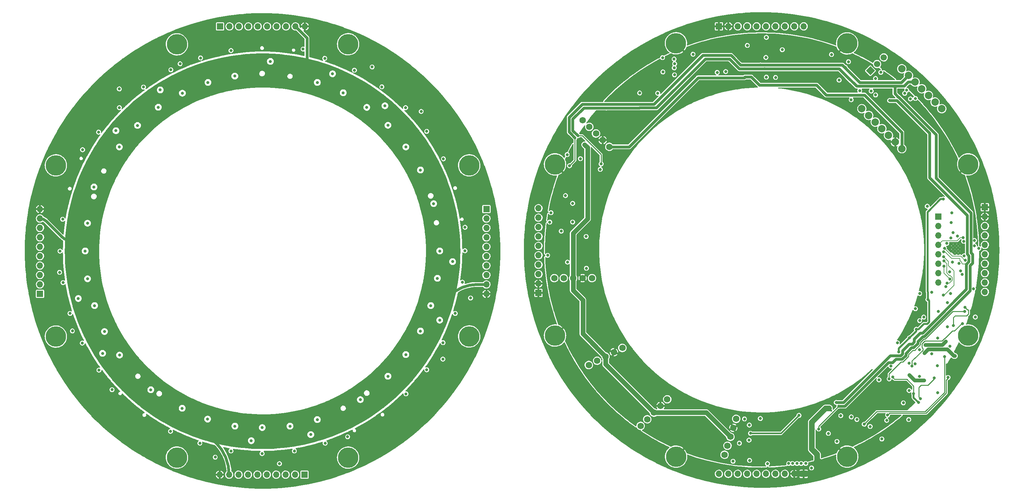
<source format=gbr>
%TF.GenerationSoftware,KiCad,Pcbnew,(6.0.9)*%
%TF.CreationDate,2022-12-31T16:19:11-08:00*%
%TF.ProjectId,LEDArray,4c454441-7272-4617-992e-6b696361645f,rev?*%
%TF.SameCoordinates,Original*%
%TF.FileFunction,Copper,L5,Inr*%
%TF.FilePolarity,Positive*%
%FSLAX46Y46*%
G04 Gerber Fmt 4.6, Leading zero omitted, Abs format (unit mm)*
G04 Created by KiCad (PCBNEW (6.0.9)) date 2022-12-31 16:19:11*
%MOMM*%
%LPD*%
G01*
G04 APERTURE LIST*
G04 Aperture macros list*
%AMHorizOval*
0 Thick line with rounded ends*
0 $1 width*
0 $2 $3 position (X,Y) of the first rounded end (center of the circle)*
0 $4 $5 position (X,Y) of the second rounded end (center of the circle)*
0 Add line between two ends*
20,1,$1,$2,$3,$4,$5,0*
0 Add two circle primitives to create the rounded ends*
1,1,$1,$2,$3*
1,1,$1,$4,$5*%
%AMRotRect*
0 Rectangle, with rotation*
0 The origin of the aperture is its center*
0 $1 length*
0 $2 width*
0 $3 Rotation angle, in degrees counterclockwise*
0 Add horizontal line*
21,1,$1,$2,0,0,$3*%
G04 Aperture macros list end*
%TA.AperFunction,ComponentPad*%
%ADD10C,5.500000*%
%TD*%
%TA.AperFunction,ComponentPad*%
%ADD11C,0.800000*%
%TD*%
%TA.AperFunction,ComponentPad*%
%ADD12R,1.700000X1.700000*%
%TD*%
%TA.AperFunction,ComponentPad*%
%ADD13O,1.700000X1.700000*%
%TD*%
%TA.AperFunction,ComponentPad*%
%ADD14C,0.500000*%
%TD*%
%TA.AperFunction,ComponentPad*%
%ADD15C,1.750000*%
%TD*%
%TA.AperFunction,ComponentPad*%
%ADD16C,2.000000*%
%TD*%
%TA.AperFunction,ComponentPad*%
%ADD17RotRect,1.700000X1.700000X135.000000*%
%TD*%
%TA.AperFunction,ComponentPad*%
%ADD18HorizOval,1.700000X0.000000X0.000000X0.000000X0.000000X0*%
%TD*%
%TA.AperFunction,ViaPad*%
%ADD19C,0.800000*%
%TD*%
%TA.AperFunction,Conductor*%
%ADD20C,0.762000*%
%TD*%
%TA.AperFunction,Conductor*%
%ADD21C,1.524000*%
%TD*%
%TA.AperFunction,Conductor*%
%ADD22C,1.016000*%
%TD*%
%TA.AperFunction,Conductor*%
%ADD23C,0.381000*%
%TD*%
%TA.AperFunction,Conductor*%
%ADD24C,0.254000*%
%TD*%
%TA.AperFunction,Conductor*%
%ADD25C,0.200000*%
%TD*%
%TA.AperFunction,Conductor*%
%ADD26C,0.508000*%
%TD*%
%TA.AperFunction,Conductor*%
%ADD27C,1.270000*%
%TD*%
G04 APERTURE END LIST*
D10*
%TO.N,LED_THERM*%
%TO.C,H7*%
X105200000Y-138600000D03*
%TD*%
D11*
%TO.N,LED_THERM*%
%TO.C,D45*%
X106900000Y-34100000D03*
%TD*%
D12*
%TO.N,/LEDBoard/LEDGroup/Anode*%
%TO.C,J4*%
X22100000Y-94425000D03*
D13*
X22100000Y-91885000D03*
%TO.N,/LEDBoard/K1*%
X22100000Y-89345000D03*
%TO.N,/LEDBoard/K2*%
X22100000Y-86805000D03*
%TO.N,/LEDBoard/K3*%
X22100000Y-84265000D03*
%TO.N,/LEDBoard/K4*%
X22100000Y-81725000D03*
%TO.N,/LEDBoard/K5*%
X22100000Y-79185000D03*
%TO.N,/LEDBoard/K6*%
X22100000Y-76645000D03*
%TO.N,/LEDBoard/K7*%
X22100000Y-74105000D03*
%TO.N,/LEDBoard/K8*%
X22100000Y-71565000D03*
%TD*%
D12*
%TO.N,/DriverBoard/LEDDriver/INA261/IN-*%
%TO.C,J8*%
X156550000Y-94200000D03*
D13*
X156550000Y-91660000D03*
%TO.N,/DriverBoard/LEDDriver/K1*%
X156550000Y-89120000D03*
%TO.N,/DriverBoard/LEDDriver/K2*%
X156550000Y-86580000D03*
%TO.N,/DriverBoard/LEDDriver/K3*%
X156550000Y-84040000D03*
%TO.N,/DriverBoard/LEDDriver/K4*%
X156550000Y-81500000D03*
%TO.N,/DriverBoard/LEDDriver/K5*%
X156550000Y-78960000D03*
%TO.N,/DriverBoard/LEDDriver/K6*%
X156550000Y-76420000D03*
%TO.N,/DriverBoard/LEDDriver/K7*%
X156550000Y-73880000D03*
%TO.N,/DriverBoard/LEDDriver/K8*%
X156550000Y-71340000D03*
%TD*%
D11*
%TO.N,LED_THERM*%
%TO.C,D5*%
X110223654Y-44127989D03*
%TD*%
%TO.N,LED_THERM*%
%TO.C,D72*%
X27500000Y-82900000D03*
%TD*%
%TO.N,LED_THERM*%
%TO.C,D60*%
X99000000Y-134700000D03*
%TD*%
%TO.N,LED_THERM*%
%TO.C,D49*%
X130900000Y-58000000D03*
%TD*%
%TO.N,LED_THERM*%
%TO.C,D15*%
X120764654Y-110802989D03*
%TD*%
%TO.N,LED_THERM*%
%TO.C,D20*%
X89522654Y-130106989D03*
%TD*%
%TO.N,LED_THERM*%
%TO.C,D16*%
X115938654Y-116644989D03*
%TD*%
%TO.N,LED_THERM*%
%TO.C,D14*%
X124701654Y-104452989D03*
%TD*%
D10*
%TO.N,GND*%
%TO.C,H11*%
X272450000Y-105675000D03*
%TD*%
%TO.N,LED_THERM*%
%TO.C,H6*%
X137850000Y-105925000D03*
%TD*%
D11*
%TO.N,LED_THERM*%
%TO.C,D61*%
X90700000Y-136800000D03*
%TD*%
%TO.N,LED_THERM*%
%TO.C,D63*%
X73600000Y-136800000D03*
%TD*%
%TO.N,LED_THERM*%
%TO.C,D21*%
X82029654Y-130487989D03*
%TD*%
D10*
%TO.N,GND*%
%TO.C,H9*%
X239800000Y-26875000D03*
%TD*%
D14*
%TO.N,GND*%
%TO.C,U9*%
X270225000Y-81450000D03*
X268375000Y-81450000D03*
X269300000Y-82375000D03*
X268375000Y-82375000D03*
X270225000Y-83300000D03*
X268375000Y-83300000D03*
X269300000Y-81450000D03*
X270225000Y-82375000D03*
X269300000Y-83300000D03*
%TD*%
D11*
%TO.N,LED_THERM*%
%TO.C,D22*%
X74663654Y-130106989D03*
%TD*%
%TO.N,LED_THERM*%
%TO.C,D81*%
X73600000Y-28800000D03*
%TD*%
%TO.N,LED_THERM*%
%TO.C,D38*%
X54000000Y-44100000D03*
%TD*%
%TO.N,LED_THERM*%
%TO.C,D19*%
X96888654Y-128328989D03*
%TD*%
D10*
%TO.N,GND*%
%TO.C,H13*%
X161000000Y-105675000D03*
%TD*%
D11*
%TO.N,LED_THERM*%
%TO.C,D29*%
X36817654Y-97594989D03*
%TD*%
%TO.N,LED_THERM*%
%TO.C,D11*%
X129908654Y-82862989D03*
%TD*%
%TO.N,LED_THERM*%
%TO.C,D40*%
X67400000Y-37400000D03*
%TD*%
%TO.N,LED_THERM*%
%TO.C,D41*%
X74637492Y-35688246D03*
%TD*%
D15*
%TO.N,unconnected-(U13-Pad1)*%
%TO.C,U13*%
X160820000Y-90195000D03*
%TO.N,unconnected-(U13-Pad2)*%
X163360000Y-90195000D03*
%TO.N,/DriverBoard/PowerInput/Vin*%
X165900000Y-90195000D03*
%TO.N,GND*%
X168440000Y-90195000D03*
%TO.N,Net-(D87-Pad2)*%
X170980000Y-90195000D03*
%TD*%
%TO.N,unconnected-(U12-Pad1)*%
%TO.C,U12*%
X206727245Y-137811077D03*
%TO.N,unconnected-(U12-Pad2)*%
X207512148Y-135395394D03*
%TO.N,/DriverBoard/PowerInput/Vin*%
X208297051Y-132979710D03*
%TO.N,GND*%
X209081954Y-130564026D03*
%TO.N,Net-(D86-Pad2)*%
X209866857Y-128148343D03*
%TD*%
D11*
%TO.N,LED_THERM*%
%TO.C,D65*%
X57300000Y-131500000D03*
%TD*%
%TO.N,LED_THERM*%
%TO.C,D12*%
X129273654Y-90228989D03*
%TD*%
%TO.N,LED_THERM*%
%TO.C,D4*%
X103873654Y-40190989D03*
%TD*%
%TO.N,LED_THERM*%
%TO.C,D32*%
X34912654Y-75369989D03*
%TD*%
%TO.N,LED_THERM*%
%TO.C,D3*%
X96888654Y-37396989D03*
%TD*%
%TO.N,LED_THERM*%
%TO.C,D13*%
X127495654Y-97594989D03*
%TD*%
D10*
%TO.N,LED_THERM*%
%TO.C,H5*%
X26375000Y-105950000D03*
%TD*%
D11*
%TO.N,LED_THERM*%
%TO.C,D70*%
X30200000Y-99700000D03*
%TD*%
D10*
%TO.N,LED_THERM*%
%TO.C,H8*%
X137850000Y-59775000D03*
%TD*%
%TO.N,LED_THERM*%
%TO.C,H1*%
X59025000Y-27125000D03*
%TD*%
D11*
%TO.N,LED_THERM*%
%TO.C,D62*%
X82000000Y-137500000D03*
%TD*%
%TO.N,LED_THERM*%
%TO.C,D73*%
X28200000Y-74300000D03*
%TD*%
%TO.N,LED_THERM*%
%TO.C,D79*%
X57400000Y-34000000D03*
%TD*%
%TO.N,LED_THERM*%
%TO.C,D77*%
X43500000Y-44200000D03*
%TD*%
%TO.N,LED_THERM*%
%TO.C,D69*%
X33500000Y-107700000D03*
%TD*%
%TO.N,LED_THERM*%
%TO.C,D24*%
X60439654Y-125280989D03*
%TD*%
%TO.N,LED_THERM*%
%TO.C,D36*%
X43500000Y-54800000D03*
%TD*%
D12*
%TO.N,/DriverBoard/LEDDriver/INA261/IN-*%
%TO.C,J5*%
X205225000Y-22275000D03*
D13*
X207765000Y-22275000D03*
%TO.N,/DriverBoard/LEDDriver/K1*%
X210305000Y-22275000D03*
%TO.N,/DriverBoard/LEDDriver/K2*%
X212845000Y-22275000D03*
%TO.N,/DriverBoard/LEDDriver/K3*%
X215385000Y-22275000D03*
%TO.N,/DriverBoard/LEDDriver/K4*%
X217925000Y-22275000D03*
%TO.N,/DriverBoard/LEDDriver/K5*%
X220465000Y-22275000D03*
%TO.N,/DriverBoard/LEDDriver/K6*%
X223005000Y-22275000D03*
%TO.N,/DriverBoard/LEDDriver/K7*%
X225545000Y-22275000D03*
%TO.N,/DriverBoard/LEDDriver/K8*%
X228085000Y-22275000D03*
%TD*%
D11*
%TO.N,LED_THERM*%
%TO.C,D80*%
X65400000Y-30800000D03*
%TD*%
D10*
%TO.N,GND*%
%TO.C,H15*%
X193650000Y-138325000D03*
%TD*%
D11*
%TO.N,LED_THERM*%
%TO.C,D37*%
X48400000Y-49000000D03*
%TD*%
D12*
%TO.N,/LEDBoard/LEDGroup/Anode*%
%TO.C,J2*%
X142500000Y-71575000D03*
D13*
X142500000Y-74115000D03*
%TO.N,/LEDBoard/K1*%
X142500000Y-76655000D03*
%TO.N,/LEDBoard/K2*%
X142500000Y-79195000D03*
%TO.N,/LEDBoard/K3*%
X142500000Y-81735000D03*
%TO.N,/LEDBoard/K4*%
X142500000Y-84275000D03*
%TO.N,/LEDBoard/K5*%
X142500000Y-86815000D03*
%TO.N,/LEDBoard/K6*%
X142500000Y-89355000D03*
%TO.N,/LEDBoard/K7*%
X142500000Y-91895000D03*
%TO.N,/LEDBoard/K8*%
X142500000Y-94435000D03*
%TD*%
D15*
%TO.N,unconnected-(U15-Pad1)*%
%TO.C,U15*%
X184082898Y-130042102D03*
%TO.N,unconnected-(U15-Pad2)*%
X185878949Y-128246051D03*
%TO.N,/DriverBoard/PowerInput/Vin*%
X187675000Y-126450000D03*
%TO.N,GND*%
X189471051Y-124653949D03*
%TO.N,Net-(D89-Pad2)*%
X191267102Y-122857898D03*
%TD*%
D10*
%TO.N,GND*%
%TO.C,H12*%
X193625000Y-26850000D03*
%TD*%
D11*
%TO.N,LED_THERM*%
%TO.C,D28*%
X39484654Y-104579989D03*
%TD*%
D15*
%TO.N,unconnected-(U11-Pad1)*%
%TO.C,U11*%
X168457898Y-47582898D03*
%TO.N,unconnected-(U11-Pad2)*%
X170253949Y-49378949D03*
%TO.N,/DriverBoard/PowerInput/Vin*%
X172050000Y-51175000D03*
%TO.N,GND*%
X173846051Y-52971051D03*
%TO.N,/DriverBoard/VSYS*%
X175642102Y-54767102D03*
%TD*%
D12*
%TO.N,/DriverBoard/LEDDriver/INA261/IN-*%
%TO.C,J6*%
X276950000Y-71055000D03*
D13*
X276950000Y-73595000D03*
%TO.N,/DriverBoard/LEDDriver/K1*%
X276950000Y-76135000D03*
%TO.N,/DriverBoard/LEDDriver/K2*%
X276950000Y-78675000D03*
%TO.N,/DriverBoard/LEDDriver/K3*%
X276950000Y-81215000D03*
%TO.N,/DriverBoard/LEDDriver/K4*%
X276950000Y-83755000D03*
%TO.N,/DriverBoard/LEDDriver/K5*%
X276950000Y-86295000D03*
%TO.N,/DriverBoard/LEDDriver/K6*%
X276950000Y-88835000D03*
%TO.N,/DriverBoard/LEDDriver/K7*%
X276950000Y-91375000D03*
%TO.N,/DriverBoard/LEDDriver/K8*%
X276950000Y-93915000D03*
%TD*%
D11*
%TO.N,LED_THERM*%
%TO.C,D8*%
X124701654Y-61018989D03*
%TD*%
%TO.N,LED_THERM*%
%TO.C,D44*%
X98900000Y-30900000D03*
%TD*%
%TO.N,LED_THERM*%
%TO.C,D64*%
X65200000Y-134700000D03*
%TD*%
%TO.N,LED_THERM*%
%TO.C,D54*%
X134100000Y-99700000D03*
%TD*%
D10*
%TO.N,GND*%
%TO.C,H14*%
X161000000Y-59500000D03*
%TD*%
D12*
%TO.N,/DriverBoard/PortExpander/P08*%
%TO.C,J11*%
X264350000Y-73595000D03*
D13*
%TO.N,/DriverBoard/PortExpander/P09*%
X264350000Y-76135000D03*
%TO.N,/DriverBoard/PortExpander/P10*%
X264350000Y-78675000D03*
%TO.N,/DriverBoard/PortExpander/P11*%
X264350000Y-81215000D03*
%TO.N,/DriverBoard/PortExpander/P12*%
X264350000Y-83755000D03*
%TO.N,/DriverBoard/PortExpander/P13*%
X264350000Y-86295000D03*
%TO.N,/DriverBoard/PortExpander/P14*%
X264350000Y-88835000D03*
%TO.N,/DriverBoard/PortExpander/P15*%
X264350000Y-91375000D03*
%TD*%
D11*
%TO.N,LED_THERM*%
%TO.C,D27*%
X43548654Y-110929989D03*
%TD*%
D10*
%TO.N,LED_THERM*%
%TO.C,H2*%
X105200000Y-27100000D03*
%TD*%
D11*
%TO.N,LED_THERM*%
%TO.C,D6*%
X115938654Y-48953989D03*
%TD*%
%TO.N,LED_THERM*%
%TO.C,D78*%
X50006396Y-38657537D03*
%TD*%
%TO.N,LED_THERM*%
%TO.C,D71*%
X28300000Y-91400000D03*
%TD*%
%TO.N,LED_THERM*%
%TO.C,D48*%
X126400000Y-50600000D03*
%TD*%
%TO.N,LED_THERM*%
%TO.C,D55*%
X130800000Y-107600000D03*
%TD*%
%TO.N,LED_THERM*%
%TO.C,D23*%
X67297654Y-128201989D03*
%TD*%
D10*
%TO.N,LED_THERM*%
%TO.C,H4*%
X26375000Y-59775000D03*
%TD*%
D12*
%TO.N,/LEDBoard/LEDGroup/Anode*%
%TO.C,J3*%
X93425000Y-143200000D03*
D13*
X90885000Y-143200000D03*
%TO.N,/LEDBoard/K1*%
X88345000Y-143200000D03*
%TO.N,/LEDBoard/K2*%
X85805000Y-143200000D03*
%TO.N,/LEDBoard/K3*%
X83265000Y-143200000D03*
%TO.N,/LEDBoard/K4*%
X80725000Y-143200000D03*
%TO.N,/LEDBoard/K5*%
X78185000Y-143200000D03*
%TO.N,/LEDBoard/K6*%
X75645000Y-143200000D03*
%TO.N,/LEDBoard/K7*%
X73105000Y-143200000D03*
%TO.N,/LEDBoard/K8*%
X70565000Y-143200000D03*
%TD*%
D12*
%TO.N,/LEDBoard/LEDGroup/Anode*%
%TO.C,J1*%
X70675000Y-22300000D03*
D13*
X73215000Y-22300000D03*
%TO.N,/LEDBoard/K1*%
X75755000Y-22300000D03*
%TO.N,/LEDBoard/K2*%
X78295000Y-22300000D03*
%TO.N,/LEDBoard/K3*%
X80835000Y-22300000D03*
%TO.N,/LEDBoard/K4*%
X83375000Y-22300000D03*
%TO.N,/LEDBoard/K5*%
X85915000Y-22300000D03*
%TO.N,/LEDBoard/K6*%
X88455000Y-22300000D03*
%TO.N,/LEDBoard/K7*%
X90995000Y-22300000D03*
%TO.N,/LEDBoard/K8*%
X93535000Y-22300000D03*
%TD*%
D11*
%TO.N,LED_THERM*%
%TO.C,D68*%
X38000000Y-115000000D03*
%TD*%
D10*
%TO.N,GND*%
%TO.C,H10*%
X272450000Y-59500000D03*
%TD*%
D11*
%TO.N,LED_THERM*%
%TO.C,D7*%
X120764654Y-54795989D03*
%TD*%
%TO.N,LED_THERM*%
%TO.C,D52*%
X136700000Y-82800000D03*
%TD*%
%TO.N,LED_THERM*%
%TO.C,D56*%
X126400000Y-114900000D03*
%TD*%
D16*
%TO.N,/DriverBoard/STROBE*%
%TO.C,U19*%
X265307692Y-44493615D03*
%TO.N,/DriverBoard/GPIO_0*%
X263511641Y-42697564D03*
%TO.N,/DriverBoard/GPIO_1*%
X261715590Y-40901513D03*
%TO.N,/DriverBoard/GPIO_2*%
X259919539Y-39105461D03*
%TO.N,/DriverBoard/SDA*%
X258123487Y-37309410D03*
%TO.N,/DriverBoard/SCL*%
X256327436Y-35513359D03*
%TO.N,/DriverBoard/TX*%
X254531385Y-33717308D03*
%TO.N,/DriverBoard/RX*%
X243755078Y-44493615D03*
%TO.N,Net-(J12-Pad3)*%
X245589187Y-46314186D03*
%TO.N,Net-(J12-Pad2)*%
X247372602Y-48097601D03*
%TO.N,Net-(J12-Pad1)*%
X249150000Y-49875000D03*
%TO.N,VCC*%
X250946052Y-51671051D03*
%TO.N,GND*%
X252742103Y-53467102D03*
%TO.N,/DriverBoard/VSYS*%
X254538154Y-55263153D03*
%TD*%
D11*
%TO.N,LED_THERM*%
%TO.C,D76*%
X37900000Y-50800000D03*
%TD*%
D15*
%TO.N,unconnected-(U14-Pad1)*%
%TO.C,U14*%
X170108095Y-113620742D03*
%TO.N,unconnected-(U14-Pad2)*%
X172371251Y-112467606D03*
%TO.N,/DriverBoard/PowerInput/Vin*%
X174634408Y-111314470D03*
%TO.N,GND*%
X176897565Y-110161334D03*
%TO.N,Net-(D88-Pad2)*%
X179160721Y-109008198D03*
%TD*%
D11*
%TO.N,LED_THERM*%
%TO.C,D30*%
X34912654Y-90355989D03*
%TD*%
D10*
%TO.N,GND*%
%TO.C,H16*%
X239825000Y-138325000D03*
%TD*%
D11*
%TO.N,LED_THERM*%
%TO.C,D31*%
X34277654Y-82862989D03*
%TD*%
D12*
%TO.N,/DriverBoard/LEDDriver/INA261/IN-*%
%TO.C,J7*%
X228075000Y-142975000D03*
D13*
X225535000Y-142975000D03*
%TO.N,/DriverBoard/LEDDriver/K1*%
X222995000Y-142975000D03*
%TO.N,/DriverBoard/LEDDriver/K2*%
X220455000Y-142975000D03*
%TO.N,/DriverBoard/LEDDriver/K3*%
X217915000Y-142975000D03*
%TO.N,/DriverBoard/LEDDriver/K4*%
X215375000Y-142975000D03*
%TO.N,/DriverBoard/LEDDriver/K5*%
X212835000Y-142975000D03*
%TO.N,/DriverBoard/LEDDriver/K6*%
X210295000Y-142975000D03*
%TO.N,/DriverBoard/LEDDriver/K7*%
X207755000Y-142975000D03*
%TO.N,/DriverBoard/LEDDriver/K8*%
X205215000Y-142975000D03*
%TD*%
D11*
%TO.N,LED_THERM*%
%TO.C,D46*%
X114300000Y-38600000D03*
%TD*%
D17*
%TO.N,Net-(J12-Pad1)*%
%TO.C,J12*%
X246082898Y-34242102D03*
D18*
%TO.N,Net-(J12-Pad2)*%
X247878949Y-32446051D03*
%TO.N,Net-(J12-Pad3)*%
X249675000Y-30650000D03*
%TD*%
D11*
%TO.N,LED_THERM*%
%TO.C,D39*%
X60500000Y-40300000D03*
%TD*%
D10*
%TO.N,LED_THERM*%
%TO.C,H3*%
X59025000Y-138575000D03*
%TD*%
D11*
%TO.N,LED_THERM*%
%TO.C,D47*%
X120700000Y-44200000D03*
%TD*%
%TO.N,LED_THERM*%
%TO.C,D53*%
X136000000Y-91300000D03*
%TD*%
%TO.N,LED_THERM*%
%TO.C,D57*%
X120800000Y-121400000D03*
%TD*%
D19*
%TO.N,Net-(BT1-Pad1)*%
X235575000Y-29875000D03*
%TO.N,/LEDBoard/K1*%
X51975000Y-120300000D03*
X36650000Y-65600000D03*
X108500000Y-122950000D03*
X128275000Y-70100000D03*
X84225000Y-31725000D03*
%TO.N,/LEDBoard/K2*%
X41525000Y-120275000D03*
X105075000Y-132975000D03*
X136725000Y-76475000D03*
X33575000Y-55550000D03*
X93050000Y-28400000D03*
%TO.N,/LEDBoard/K3*%
X133375000Y-85725000D03*
X38975000Y-110475000D03*
X101000000Y-35075000D03*
X95125000Y-132375000D03*
X42575000Y-50425000D03*
%TO.N,/LEDBoard/K4*%
X138225000Y-95550000D03*
X43475000Y-39150000D03*
X111675000Y-33225000D03*
X30825000Y-104425000D03*
X86675000Y-140225000D03*
%TO.N,/LEDBoard/K5*%
X54525000Y-39425000D03*
X79075000Y-134025000D03*
X115125000Y-43700000D03*
X129900000Y-101525000D03*
X32425000Y-95675000D03*
%TO.N,/LEDBoard/K6*%
X59875000Y-32375000D03*
X124900000Y-45225000D03*
X27375000Y-88625000D03*
X69350000Y-138475000D03*
X130750000Y-112025000D03*
%TO.N,/LEDBoard/K7*%
X125425000Y-55375000D03*
X63525000Y-130650000D03*
X69525000Y-33500000D03*
X121825000Y-115275000D03*
X30800000Y-80175000D03*
%TO.N,/LEDBoard/K8*%
X119625000Y-125750000D03*
X26500000Y-70050000D03*
X133575000Y-60750000D03*
X52750000Y-131450000D03*
X75100000Y-24925000D03*
%TO.N,Net-(F1-Pad1)*%
X188700000Y-40300000D03*
%TO.N,GND*%
X238150000Y-126075000D03*
X239025000Y-121575000D03*
X261100000Y-101600000D03*
X164950000Y-57950000D03*
%TO.N,VCC*%
X212875000Y-27425000D03*
X259333404Y-109514168D03*
X242412500Y-128312500D03*
X266376204Y-92494671D03*
X267825000Y-75225000D03*
X222300000Y-28575000D03*
X237050000Y-134250000D03*
X262621656Y-110548001D03*
X164275000Y-56875000D03*
X198225000Y-29800000D03*
X254950000Y-123825000D03*
X259350000Y-101650000D03*
X259330954Y-116667500D03*
X240875000Y-42075000D03*
X259350000Y-94349998D03*
%TO.N,Net-(C14-Pad1)*%
X193275000Y-32375000D03*
%TO.N,Net-(C14-Pad2)*%
X193125000Y-31100000D03*
%TO.N,Net-(C15-Pad1)*%
X193225000Y-35350000D03*
%TO.N,Net-(C15-Pad2)*%
X193150000Y-33475000D03*
%TO.N,Net-(C18-Pad1)*%
X190000000Y-30725000D03*
%TO.N,Net-(C19-Pad2)*%
X190100000Y-34575000D03*
%TO.N,Net-(C20-Pad1)*%
X165750000Y-70025000D03*
%TO.N,/DriverBoard/VLED*%
X216375000Y-128050000D03*
%TO.N,Net-(D84-Pad1)*%
X163825000Y-67925000D03*
X159925000Y-72550000D03*
%TO.N,/DriverBoard/GPIO_1*%
X255308143Y-40339878D03*
X256862500Y-41837500D03*
%TO.N,/DriverBoard/GPIO_0*%
X255850000Y-39500000D03*
X258200000Y-41725000D03*
%TO.N,/DriverBoard/LEDDriver/INA261/IN-*%
X234875000Y-125300000D03*
%TO.N,/DriverBoard/LEDDriver/K1*%
X251568319Y-113905500D03*
X169475000Y-87524502D03*
X261390752Y-70802389D03*
X213400000Y-129800000D03*
X218000000Y-35975000D03*
%TO.N,/DriverBoard/LEDDriver/K2*%
X213325000Y-133875000D03*
X268000000Y-72575000D03*
X217875000Y-30675000D03*
X164350000Y-85875000D03*
X240900000Y-127625000D03*
%TO.N,/DriverBoard/LEDDriver/K3*%
X218000000Y-25250000D03*
X266418794Y-107276352D03*
X274122501Y-80023526D03*
X260876612Y-108223949D03*
X218300000Y-140225000D03*
X159018077Y-84040000D03*
%TO.N,/DriverBoard/LEDDriver/K4*%
X274350000Y-100675000D03*
X260450000Y-100700000D03*
%TO.N,/DriverBoard/LEDDriver/K5*%
X169400000Y-78950000D03*
X262625000Y-94026500D03*
X248375000Y-117600000D03*
X220478795Y-36060000D03*
X212102076Y-128172924D03*
%TO.N,/DriverBoard/LEDDriver/K6*%
X267675500Y-94367639D03*
X256575000Y-116350000D03*
X260600000Y-117775000D03*
X165750000Y-75050000D03*
X210725000Y-134700000D03*
X237622225Y-36775347D03*
%TO.N,/DriverBoard/LEDDriver/K7*%
X209025000Y-139575000D03*
X250450000Y-128550000D03*
X240150000Y-31825000D03*
X159575000Y-75075000D03*
X273892001Y-93038829D03*
%TO.N,/DriverBoard/LEDDriver/K8*%
X268875000Y-111175000D03*
X260650000Y-110450000D03*
%TO.N,Net-(F2-Pad1)*%
X183825000Y-40250000D03*
%TO.N,Net-(J10-Pad2)*%
X162675000Y-77525000D03*
%TO.N,/DriverBoard/PowerInput/INA260/IN+*%
X167850000Y-57975000D03*
X173200000Y-60850000D03*
%TO.N,/DriverBoard/LEDDriver/CurrentSource/Out*%
X226800000Y-127200000D03*
X213725000Y-132050000D03*
X238075000Y-127275000D03*
%TO.N,Net-(Q1-Pad4)*%
X249150000Y-133575000D03*
%TO.N,Net-(Q2-Pad4)*%
X264230000Y-106373500D03*
%TO.N,Net-(Q3-Pad4)*%
X264376518Y-99176518D03*
%TO.N,Net-(Q4-Pad4)*%
X256405000Y-128330000D03*
%TO.N,Net-(Q5-Pad4)*%
X264187500Y-121075000D03*
%TO.N,Net-(Q6-Pad4)*%
X256505000Y-120480000D03*
%TO.N,Net-(Q7-Pad4)*%
X264162500Y-113830000D03*
%TO.N,Net-(Q10-Pad4)*%
X256498500Y-113107165D03*
%TO.N,Net-(R15-Pad2)*%
X224025000Y-140175000D03*
X227400000Y-140175000D03*
X225050000Y-140175000D03*
X226275000Y-140175000D03*
X228625000Y-140175000D03*
%TO.N,/DriverBoard/SDA*%
X273199479Y-86548797D03*
X239675000Y-35750000D03*
X238412500Y-34487500D03*
X173441948Y-59402511D03*
X232125000Y-130875000D03*
X271649502Y-85325500D03*
X237561501Y-124711499D03*
X217525000Y-33725000D03*
X266045121Y-82145051D03*
%TO.N,/DriverBoard/SCL*%
X241212500Y-35437500D03*
X164900000Y-59875000D03*
X216400000Y-32700000D03*
X236861484Y-123724999D03*
X251250000Y-42275000D03*
X234725000Y-132075000D03*
X239299502Y-33350000D03*
X265790289Y-83111522D03*
%TO.N,/DriverBoard/STROBE*%
X258125000Y-113275000D03*
X261575000Y-95925000D03*
X258427716Y-103996996D03*
X256603667Y-106278667D03*
X252125000Y-116850000D03*
X265700000Y-68850000D03*
X253705793Y-110082999D03*
X259025000Y-123725000D03*
X246000000Y-130200000D03*
X257725000Y-121325000D03*
%TO.N,/DriverBoard/LEDDriver/ENABLE2*%
X244400000Y-129575000D03*
X266874300Y-103343373D03*
X266733550Y-91561232D03*
X265900000Y-85500000D03*
X266033902Y-111327604D03*
X266815558Y-96750233D03*
%TO.N,/DriverBoard/LEDDriver/ENABLE3*%
X267502456Y-90422544D03*
X265925000Y-86950000D03*
X267525000Y-108550000D03*
%TO.N,/DriverBoard/LEDDriver/ENABLE4*%
X268200000Y-85900000D03*
X258200000Y-98425000D03*
%TO.N,/DriverBoard/LEDDriver/ENABLE7*%
X267000000Y-116975000D03*
X270850619Y-89165702D03*
X250700000Y-127125000D03*
%TO.N,/DriverBoard/LEDDriver/ENABLE6*%
X270425000Y-88200000D03*
X259525000Y-122675000D03*
X268472856Y-102949311D03*
X271575000Y-98050000D03*
X263250000Y-117075000D03*
%TO.N,/DriverBoard/LEDDriver/ENABLE5*%
X251125000Y-117350000D03*
X269999001Y-86227431D03*
X271450000Y-99200000D03*
%TO.N,/DriverBoard/LEDDriver/ENABLE8*%
X271330856Y-84183237D03*
X257225000Y-113900000D03*
X270900000Y-102475000D03*
%TO.N,/DriverBoard/TX*%
X243175000Y-39600000D03*
X204750000Y-34700000D03*
%TO.N,/DriverBoard/RX*%
X207025000Y-34475000D03*
%TO.N,/DriverBoard/PowerInput/Vin*%
X169000000Y-54225000D03*
%TO.N,/DriverBoard/LEDDriver/CurrentSource/Rset*%
X213475000Y-139350000D03*
X230200000Y-141375000D03*
%TO.N,Net-(J12-Pad3)*%
X246275000Y-39725000D03*
X248875000Y-34675000D03*
%TO.N,Net-(J12-Pad2)*%
X247475000Y-40775000D03*
X247450000Y-36350000D03*
%TO.N,/DriverBoard/LEDDriver/ENABLE1*%
X265750000Y-94775000D03*
X265850000Y-84400000D03*
X253344181Y-107644181D03*
%TO.N,/DriverBoard/PortExpander/P08*%
X275300000Y-82175000D03*
%TO.N,/DriverBoard/PortExpander/P09*%
X274125000Y-81475500D03*
%TO.N,/DriverBoard/PortExpander/P10*%
X271200000Y-80250000D03*
%TO.N,/DriverBoard/PortExpander/P11*%
X271025227Y-79265896D03*
%TO.N,/DriverBoard/PortExpander/P12*%
X269500000Y-78825000D03*
%TO.N,/DriverBoard/PortExpander/P13*%
X268316052Y-77950500D03*
%TO.N,/DriverBoard/PortExpander/P14*%
X267425000Y-88498500D03*
X267730603Y-79375500D03*
%TO.N,/DriverBoard/PortExpander/P15*%
X266656729Y-80824500D03*
%TD*%
D20*
%TO.N,/LEDBoard/K7*%
X27900000Y-78950000D02*
X27940596Y-78990596D01*
X23730287Y-74780287D02*
X27900000Y-78950000D01*
X69519969Y-134544968D02*
X69525857Y-134550856D01*
X73105000Y-143200000D02*
X73105000Y-143191697D01*
X142500000Y-91895000D02*
X140010777Y-91895000D01*
X90995000Y-22300000D02*
X94075000Y-25380000D01*
X94075000Y-25380000D02*
X94075000Y-32525000D01*
X94075000Y-32525000D02*
X94125000Y-32575000D01*
X67109920Y-132137970D02*
X67109920Y-132134919D01*
X69519969Y-134544968D02*
X69516918Y-134544968D01*
X69516918Y-134544968D02*
X67109920Y-132137970D01*
X30800000Y-80175002D02*
G75*
G02*
X27940596Y-78990596I0J4043802D01*
G01*
X69525851Y-134550862D02*
G75*
G02*
X73105000Y-143191697I-8640851J-8640838D01*
G01*
X132575007Y-94975007D02*
G75*
G02*
X140010777Y-91895000I7435793J-7435793D01*
G01*
X23730292Y-74780282D02*
G75*
G03*
X22100000Y-74105000I-1630292J-1630318D01*
G01*
X63525000Y-130649986D02*
G75*
G02*
X67109919Y-132134920I0J-5069814D01*
G01*
D21*
%TO.N,/DriverBoard/LEDDriver/INA261/IN-*%
X231200000Y-142975000D02*
X225535000Y-142975000D01*
X234000000Y-125300000D02*
X230250000Y-129050000D01*
X230250000Y-136300000D02*
X231675000Y-137725000D01*
X230250000Y-129050000D02*
X230250000Y-136300000D01*
X231675000Y-137725000D02*
X231675000Y-142500000D01*
D22*
X231200000Y-142975000D02*
X228075000Y-142975000D01*
D21*
X234875000Y-125300000D02*
X234000000Y-125300000D01*
X231675000Y-142500000D02*
X231200000Y-142975000D01*
D22*
%TO.N,/DriverBoard/LEDDriver/K3*%
X260877663Y-108225000D02*
X265470146Y-108225000D01*
X260876612Y-108223949D02*
X260877663Y-108225000D01*
X265470146Y-108225000D02*
X266418794Y-107276352D01*
%TO.N,/DriverBoard/LEDDriver/K6*%
X260600000Y-117775000D02*
X258000000Y-117775000D01*
X258000000Y-117775000D02*
X256575000Y-116350000D01*
%TO.N,/DriverBoard/LEDDriver/K8*%
X266849259Y-109440501D02*
X268583758Y-111175000D01*
X268583758Y-111175000D02*
X268875000Y-111175000D01*
X260650000Y-110450000D02*
X261659499Y-109440501D01*
X261659499Y-109440501D02*
X266849259Y-109440501D01*
D23*
%TO.N,/DriverBoard/LEDDriver/CurrentSource/Out*%
X221950000Y-132050000D02*
X226800000Y-127200000D01*
X213725000Y-132050000D02*
X221950000Y-132050000D01*
D20*
%TO.N,/DriverBoard/SDA*%
X258848320Y-107785430D02*
X258848320Y-107284774D01*
D24*
X168350000Y-51775000D02*
X167200000Y-51775000D01*
D20*
X255175000Y-38400000D02*
X252675000Y-38400000D01*
X256265590Y-37309410D02*
X255175000Y-38400000D01*
X253598267Y-41313499D02*
X263811501Y-51526733D01*
X263811501Y-63211501D02*
X273142001Y-72542001D01*
D24*
X232125000Y-130875000D02*
X232125000Y-130148000D01*
D20*
X257209774Y-108923320D02*
X257710430Y-108923320D01*
D24*
X173441948Y-59402511D02*
X173441948Y-56866948D01*
X232125000Y-130148000D02*
X237561501Y-124711499D01*
D20*
X239675000Y-35750000D02*
X238412500Y-34487500D01*
X273142001Y-72542001D02*
X273142001Y-83295596D01*
X272911501Y-93560461D02*
X272911501Y-86836775D01*
D25*
X270433376Y-84275000D02*
X271483876Y-85325500D01*
D20*
X260194097Y-105938997D02*
X260557965Y-105938997D01*
X273591503Y-86156773D02*
X273199479Y-86548797D01*
X252675000Y-40440232D02*
X253548267Y-41313499D01*
X255648294Y-110484800D02*
X257209774Y-108923320D01*
X238412500Y-34487500D02*
X237650000Y-33725000D01*
X174850000Y-44300000D02*
X174825000Y-44275000D01*
X258848320Y-107284774D02*
X260194097Y-105938997D01*
X250950000Y-112925000D02*
X252050000Y-112925000D01*
X242325000Y-38400000D02*
X239675000Y-35750000D01*
X183750000Y-44275000D02*
X174875000Y-44275000D01*
X273142001Y-83295596D02*
X273591503Y-83745098D01*
X183775000Y-44250000D02*
X183750000Y-44275000D01*
D25*
X271483876Y-85325500D02*
X271649502Y-85325500D01*
D20*
X260557965Y-105938997D02*
X263699502Y-102797460D01*
X263699502Y-102772460D02*
X272911501Y-93560461D01*
X258123487Y-37309410D02*
X256265590Y-37309410D01*
X237650000Y-33725000D02*
X217525000Y-33725000D01*
X252925000Y-112050000D02*
X254583750Y-112050000D01*
X210725000Y-33725000D02*
X208075000Y-31075000D01*
X188375000Y-44250000D02*
X183775000Y-44250000D01*
X208075000Y-31075000D02*
X201550000Y-31075000D01*
X255648294Y-110985456D02*
X255648294Y-110484800D01*
X168750000Y-44275000D02*
X165775000Y-47250000D01*
X252675000Y-38400000D02*
X252675000Y-40440232D01*
X201550000Y-31075000D02*
X188375000Y-44250000D01*
X254583750Y-112050000D02*
X255648294Y-110985456D01*
X263811501Y-51526733D02*
X263811501Y-63211501D01*
D25*
X268175070Y-84275000D02*
X270433376Y-84275000D01*
D20*
X165775000Y-50350000D02*
X167200000Y-51775000D01*
X273591503Y-83745098D02*
X273591503Y-86156773D01*
X174825000Y-44275000D02*
X168750000Y-44275000D01*
D24*
X173441948Y-56866948D02*
X168350000Y-51775000D01*
D20*
X272911501Y-86836775D02*
X273199479Y-86548797D01*
X253548267Y-41313499D02*
X253598267Y-41313499D01*
X252050000Y-112925000D02*
X252925000Y-112050000D01*
D25*
X266045121Y-82145051D02*
X268175070Y-84275000D01*
D20*
X217525000Y-33725000D02*
X210725000Y-33725000D01*
X239163499Y-124711501D02*
X250950000Y-112925000D01*
X252675000Y-38400000D02*
X242325000Y-38400000D01*
X165775000Y-47250000D02*
X165775000Y-50350000D01*
X263699502Y-102797460D02*
X263699502Y-102772460D01*
X237561501Y-124711501D02*
X239163499Y-124711501D01*
X174875000Y-44275000D02*
X174850000Y-44300000D01*
X257710430Y-108923320D02*
X258848320Y-107785430D01*
%TO.N,/DriverBoard/SCL*%
X187661501Y-43288499D02*
X168376733Y-43288499D01*
X271950000Y-86400000D02*
X271950000Y-93162194D01*
X257886819Y-107387163D02*
X257312163Y-107961819D01*
X164813499Y-46851733D02*
X164813499Y-50748267D01*
X251250000Y-42275000D02*
X253200000Y-42275000D01*
X200836501Y-30113499D02*
X187661501Y-43288499D01*
X272180500Y-73230500D02*
X272180500Y-83693863D01*
X262738001Y-102399193D02*
X260159698Y-104977496D01*
X262025000Y-51100000D02*
X262025000Y-63075000D01*
D25*
X270225000Y-85527931D02*
X270225000Y-85000000D01*
D20*
X238775001Y-123724999D02*
X236861484Y-123724999D01*
D25*
X266186522Y-83111522D02*
X265790289Y-83111522D01*
D20*
X272630002Y-84143365D02*
X272630002Y-85731637D01*
X241212500Y-35437500D02*
X238475000Y-32700000D01*
D25*
X270288744Y-85527931D02*
X270225000Y-85527931D01*
D20*
X260159698Y-104977496D02*
X259483798Y-104977496D01*
X257312163Y-107961819D02*
X256499475Y-107961819D01*
X165200000Y-51150000D02*
X166375000Y-52325000D01*
X257886819Y-106574475D02*
X257886819Y-107387163D01*
X254686793Y-110587189D02*
X254210483Y-111063499D01*
D25*
X270698501Y-86223501D02*
X270698501Y-85937688D01*
D20*
X259483798Y-104977496D02*
X257886819Y-106574475D01*
X256499475Y-107961819D02*
X254686793Y-109774501D01*
D25*
X270225000Y-85000000D02*
X270050000Y-84825000D01*
D20*
X271961639Y-86400000D02*
X271950000Y-86400000D01*
X272630002Y-85731637D02*
X271961639Y-86400000D01*
X164813499Y-50748267D02*
X165200000Y-51134768D01*
X165200000Y-51134768D02*
X165200000Y-51150000D01*
D24*
X166375000Y-58400000D02*
X166375000Y-52325000D01*
D20*
X262025000Y-63075000D02*
X272180500Y-73230500D01*
X256327436Y-35513359D02*
X254402296Y-37438499D01*
D25*
X270698501Y-85937688D02*
X270288744Y-85527931D01*
D20*
X253200000Y-42275000D02*
X262025000Y-51100000D01*
X211059768Y-32700000D02*
X208473267Y-30113499D01*
X254210483Y-111063499D02*
X251436501Y-111063499D01*
X238475000Y-32700000D02*
X216400000Y-32700000D01*
X168376733Y-43288499D02*
X164813499Y-46851733D01*
X216400000Y-32700000D02*
X211059768Y-32700000D01*
D24*
X164900000Y-59875000D02*
X166375000Y-58400000D01*
D20*
X254402296Y-37438499D02*
X243213499Y-37438499D01*
X271950000Y-93162194D02*
X262738001Y-102374193D01*
X251436501Y-111063499D02*
X238775001Y-123724999D01*
D25*
X267900000Y-84825000D02*
X266186522Y-83111522D01*
X271950000Y-86400000D02*
X270875000Y-86400000D01*
D20*
X272180500Y-83693863D02*
X272630002Y-84143365D01*
D25*
X270875000Y-86400000D02*
X270698501Y-86223501D01*
X270050000Y-84825000D02*
X267900000Y-84825000D01*
D20*
X254686793Y-109774501D02*
X254686793Y-110587189D01*
X243213499Y-37438499D02*
X241212500Y-35437500D01*
X208473267Y-30113499D02*
X200836501Y-30113499D01*
X262738001Y-102374193D02*
X262738001Y-102399193D01*
D26*
%TO.N,/DriverBoard/STROBE*%
X257725000Y-122425000D02*
X259025000Y-123725000D01*
X260475000Y-102553500D02*
X259031504Y-103996996D01*
D24*
X252600000Y-117475000D02*
X252125000Y-117000000D01*
D26*
X258427716Y-103996996D02*
X258427716Y-104454617D01*
D24*
X255925000Y-117475000D02*
X252600000Y-117475000D01*
D26*
X257725000Y-121325000D02*
X257725000Y-122425000D01*
X261475000Y-93800000D02*
X261575000Y-93900000D01*
X253705793Y-109176540D02*
X253705793Y-110082999D01*
X261575000Y-93900000D02*
X261575000Y-95925000D01*
X259031504Y-103996996D02*
X258427716Y-103996996D01*
X265700000Y-68850000D02*
X265000000Y-68850000D01*
D24*
X255925000Y-117475000D02*
X257725000Y-119275000D01*
D26*
X261575000Y-95925000D02*
X261953500Y-96303500D01*
X261475000Y-72375000D02*
X261475000Y-93800000D01*
X261403532Y-102553500D02*
X260475000Y-102553500D01*
X261953500Y-96303500D02*
X261953500Y-102003532D01*
X261953500Y-102003532D02*
X261403532Y-102553500D01*
X265000000Y-68850000D02*
X261475000Y-72375000D01*
D24*
X257725000Y-121325000D02*
X257725000Y-119275000D01*
D26*
X258427716Y-104454617D02*
X253705793Y-109176540D01*
D24*
X252125000Y-117000000D02*
X252125000Y-116850000D01*
D25*
%TO.N,/DriverBoard/LEDDriver/ENABLE2*%
X268201956Y-90132801D02*
X268201956Y-90712287D01*
X267289743Y-89400500D02*
X267469655Y-89400500D01*
D24*
X244400000Y-129575000D02*
X247803501Y-126171499D01*
X266033902Y-120991098D02*
X266033902Y-111327604D01*
D25*
X267469655Y-89400500D02*
X268201956Y-90132801D01*
X266650000Y-86250000D02*
X266650000Y-88760757D01*
X268201956Y-90712287D02*
X267353011Y-91561232D01*
X267353011Y-91561232D02*
X266733550Y-91561232D01*
D24*
X247803501Y-126171499D02*
X260853501Y-126171499D01*
X260853501Y-126171499D02*
X266033902Y-120991098D01*
D25*
X265900000Y-85500000D02*
X266650000Y-86250000D01*
X266650000Y-88760757D02*
X267289743Y-89400500D01*
%TO.N,/DriverBoard/LEDDriver/ENABLE3*%
X265925000Y-88845088D02*
X267502456Y-90422544D01*
X265925000Y-86950000D02*
X265925000Y-88845088D01*
D24*
%TO.N,/DriverBoard/LEDDriver/ENABLE7*%
X266525000Y-121200000D02*
X261100000Y-126625000D01*
X261100000Y-126625000D02*
X251225000Y-126625000D01*
X267000000Y-117175000D02*
X266575000Y-117600000D01*
X266575000Y-117600000D02*
X266525000Y-117650000D01*
X267000000Y-116975000D02*
X267000000Y-117175000D01*
X250725000Y-127125000D02*
X250700000Y-127125000D01*
X266525000Y-117650000D02*
X266525000Y-121200000D01*
X251225000Y-126625000D02*
X250725000Y-127125000D01*
%TO.N,/DriverBoard/LEDDriver/ENABLE6*%
X272025000Y-100350000D02*
X268925000Y-100350000D01*
X259150000Y-122300000D02*
X259525000Y-122675000D01*
X259150000Y-119675000D02*
X259150000Y-122300000D01*
X271575000Y-98050000D02*
X272275000Y-98750000D01*
X268925000Y-100350000D02*
X268472856Y-100802144D01*
X272525000Y-98750000D02*
X272525000Y-99850000D01*
X261575000Y-119075000D02*
X263250000Y-117400000D01*
X272275000Y-98750000D02*
X272525000Y-98750000D01*
X263250000Y-117075000D02*
X263250000Y-117400000D01*
X259750000Y-119075000D02*
X259150000Y-119675000D01*
X272525000Y-99850000D02*
X272025000Y-100350000D01*
X261575000Y-119075000D02*
X259750000Y-119075000D01*
X268472856Y-100802144D02*
X268472856Y-102949311D01*
%TO.N,/DriverBoard/LEDDriver/ENABLE5*%
X251125000Y-116008652D02*
X251125000Y-117350000D01*
X258003486Y-109630822D02*
X257502831Y-109630821D01*
X257502831Y-109630821D02*
X256355796Y-110777856D01*
X259555822Y-107577830D02*
X259555822Y-108078486D01*
X268272520Y-99200000D02*
X264407004Y-103065516D01*
X260487153Y-106646499D02*
X259555822Y-107577830D01*
X259555822Y-108078486D02*
X258003486Y-109630822D01*
X256355796Y-110777856D02*
X256355796Y-111278512D01*
X254302805Y-112830847D02*
X251125000Y-116008652D01*
X254803460Y-112830848D02*
X254302805Y-112830847D01*
X264407004Y-103065516D02*
X264407004Y-103090516D01*
X260851021Y-106646499D02*
X260487153Y-106646499D01*
X264407004Y-103090516D02*
X260851021Y-106646499D01*
X271450000Y-99200000D02*
X268272520Y-99200000D01*
X256355796Y-111278512D02*
X254803460Y-112830848D01*
%TO.N,/DriverBoard/LEDDriver/ENABLE8*%
X268725000Y-104450000D02*
X268176715Y-104450000D01*
X260009323Y-108934323D02*
X260250000Y-109175000D01*
X260750000Y-107100000D02*
X260009323Y-107840677D01*
X257975000Y-111900000D02*
X257875000Y-111900000D01*
X268176715Y-104450000D02*
X266184864Y-106441851D01*
X270900000Y-102475000D02*
X270700000Y-102475000D01*
X257875000Y-111900000D02*
X257225000Y-112550000D01*
X266184864Y-106441851D02*
X266073133Y-106441851D01*
X260250000Y-109175000D02*
X260250000Y-109625000D01*
X266073133Y-106441851D02*
X265414984Y-107100000D01*
X260250000Y-109625000D02*
X257975000Y-111900000D01*
X270700000Y-102475000D02*
X268725000Y-104450000D01*
X257225000Y-112550000D02*
X257225000Y-113900000D01*
X265414984Y-107100000D02*
X260750000Y-107100000D01*
X260009323Y-107840677D02*
X260009323Y-108934323D01*
D27*
%TO.N,/DriverBoard/PowerInput/Vin*%
X165900000Y-90195000D02*
X165900000Y-93475000D01*
X169775000Y-74200000D02*
X165900000Y-78075000D01*
X168500000Y-105180062D02*
X174634408Y-111314470D01*
X168500000Y-96075000D02*
X168500000Y-105180062D01*
X165900000Y-78075000D02*
X165900000Y-90195000D01*
X174634408Y-113409408D02*
X187675000Y-126450000D01*
X169775000Y-55000000D02*
X169775000Y-74200000D01*
X169000000Y-54225000D02*
X169775000Y-55000000D01*
X201767341Y-126450000D02*
X208297051Y-132979710D01*
X174634408Y-111314470D02*
X174634408Y-113409408D01*
X187675000Y-126450000D02*
X201767341Y-126450000D01*
X165900000Y-93475000D02*
X168500000Y-96075000D01*
D20*
%TO.N,/DriverBoard/VSYS*%
X254538154Y-50888154D02*
X254538154Y-55263153D01*
X199579000Y-36146000D02*
X212054000Y-36146000D01*
X180957898Y-54767102D02*
X199579000Y-36146000D01*
X175642102Y-54767102D02*
X180957898Y-54767102D01*
X213950000Y-35950000D02*
X216125000Y-38125000D01*
X212250000Y-35950000D02*
X213950000Y-35950000D01*
X216125000Y-38125000D02*
X231500000Y-38125000D01*
X234175000Y-40800000D02*
X244450000Y-40800000D01*
X212054000Y-36146000D02*
X212250000Y-35950000D01*
X244450000Y-40800000D02*
X254538154Y-50888154D01*
X231500000Y-38125000D02*
X234175000Y-40800000D01*
D25*
%TO.N,/DriverBoard/LEDDriver/ENABLE1*%
X268625000Y-88275000D02*
X268625000Y-92156195D01*
X267125000Y-85675000D02*
X267125000Y-86775000D01*
X266006195Y-94775000D02*
X265750000Y-94775000D01*
X265850000Y-84400000D02*
X267125000Y-85675000D01*
X268625000Y-92156195D02*
X266006195Y-94775000D01*
X267125000Y-86775000D02*
X268625000Y-88275000D01*
%TO.N,/DriverBoard/PortExpander/P11*%
X265440000Y-80125000D02*
X269450000Y-80125000D01*
X269450000Y-80125000D02*
X270309104Y-79265896D01*
X270309104Y-79265896D02*
X271025227Y-79265896D01*
X264350000Y-81215000D02*
X265440000Y-80125000D01*
%TD*%
%TA.AperFunction,Conductor*%
%TO.N,/DriverBoard/LEDDriver/INA261/IN-*%
G36*
X217177879Y-18458539D02*
G01*
X217713143Y-18468817D01*
X218741619Y-18488565D01*
X218744696Y-18488662D01*
X219908204Y-18539461D01*
X220307194Y-18556882D01*
X220310249Y-18557052D01*
X221870658Y-18663430D01*
X221873647Y-18663671D01*
X223430960Y-18808139D01*
X223434006Y-18808458D01*
X224987359Y-18990935D01*
X224990413Y-18991332D01*
X226538782Y-19211698D01*
X226541824Y-19212169D01*
X228084348Y-19470299D01*
X228087378Y-19470844D01*
X229623149Y-19766586D01*
X229626161Y-19767204D01*
X231154294Y-20100391D01*
X231157240Y-20101072D01*
X232676731Y-20471483D01*
X232679680Y-20472240D01*
X233275517Y-20633009D01*
X234189737Y-20879685D01*
X234192699Y-20880524D01*
X234723526Y-21037762D01*
X235692256Y-21324713D01*
X235695146Y-21325607D01*
X236258755Y-21507648D01*
X237183463Y-21806321D01*
X237186381Y-21807303D01*
X238662472Y-22324223D01*
X238665365Y-22325276D01*
X240128377Y-22878102D01*
X240131243Y-22879225D01*
X241580325Y-23467636D01*
X241583163Y-23468829D01*
X243017416Y-24092459D01*
X243020225Y-24093721D01*
X244438872Y-24752236D01*
X244441648Y-24753567D01*
X245843687Y-25446497D01*
X245846424Y-25447891D01*
X246013559Y-25535639D01*
X247231216Y-26174924D01*
X247233924Y-26176389D01*
X248600456Y-26936991D01*
X248603128Y-26938521D01*
X249950722Y-27732314D01*
X249953355Y-27733909D01*
X251281094Y-28560354D01*
X251283688Y-28562012D01*
X251886742Y-28958144D01*
X252531543Y-29381699D01*
X252590922Y-29420704D01*
X252593469Y-29422423D01*
X253032493Y-29726417D01*
X253879254Y-30312742D01*
X253881764Y-30314525D01*
X254027125Y-30420524D01*
X255102384Y-31204616D01*
X255145467Y-31236033D01*
X255147925Y-31237872D01*
X256388763Y-32190000D01*
X256391128Y-32191862D01*
X257082186Y-32749475D01*
X257608301Y-33173996D01*
X257610674Y-33175959D01*
X258772056Y-34160882D01*
X258803492Y-34187542D01*
X258805811Y-34189558D01*
X258899148Y-34272719D01*
X259973519Y-35229950D01*
X259975793Y-35232026D01*
X261117747Y-36300648D01*
X261119968Y-36302778D01*
X262235515Y-37399021D01*
X262237656Y-37401177D01*
X263272814Y-38469377D01*
X263326074Y-38524337D01*
X263328184Y-38526569D01*
X264388847Y-39675997D01*
X264390841Y-39678213D01*
X265423116Y-40853226D01*
X265425057Y-40855490D01*
X266375403Y-41992092D01*
X266428322Y-42055382D01*
X266430256Y-42057753D01*
X266769600Y-42484367D01*
X267403876Y-43281761D01*
X267405763Y-43284194D01*
X268349164Y-44531594D01*
X268350990Y-44534072D01*
X269263659Y-45804184D01*
X269265425Y-45806706D01*
X270146743Y-47098672D01*
X270148447Y-47101236D01*
X270509934Y-47660008D01*
X270936639Y-48319592D01*
X270997963Y-48414385D01*
X270999597Y-48416978D01*
X271656331Y-49488672D01*
X271816806Y-49750543D01*
X271818378Y-49753181D01*
X272475849Y-50887379D01*
X272602727Y-51106255D01*
X272604236Y-51108933D01*
X273223937Y-52240840D01*
X273355282Y-52480747D01*
X273356717Y-52483443D01*
X273568675Y-52894105D01*
X274074072Y-53873294D01*
X274075450Y-53876047D01*
X274758591Y-55282920D01*
X274759902Y-55285706D01*
X275408467Y-56708851D01*
X275409709Y-56711667D01*
X276023327Y-58150273D01*
X276024486Y-58153083D01*
X276285616Y-58809275D01*
X276602781Y-59606276D01*
X276603884Y-59609150D01*
X277146478Y-61075971D01*
X277147511Y-61078871D01*
X277654126Y-62558572D01*
X277655087Y-62561497D01*
X278125374Y-64053060D01*
X278126264Y-64056007D01*
X278559981Y-65558651D01*
X278560795Y-65561604D01*
X278730521Y-66208561D01*
X278957671Y-67074408D01*
X278958411Y-67077376D01*
X279084154Y-67609305D01*
X279318217Y-68599460D01*
X279318888Y-68602464D01*
X279641383Y-70132817D01*
X279641981Y-70135837D01*
X279926996Y-71673635D01*
X279927520Y-71676669D01*
X280174874Y-73220956D01*
X280175324Y-73224002D01*
X280384878Y-74773897D01*
X280385253Y-74776952D01*
X280509114Y-75898861D01*
X280541821Y-76195115D01*
X280556874Y-76331467D01*
X280557174Y-76334522D01*
X280613625Y-76993002D01*
X280690768Y-77892837D01*
X280690993Y-77895907D01*
X280786472Y-79456970D01*
X280786622Y-79460045D01*
X280843930Y-81022931D01*
X280844006Y-81026009D01*
X280863122Y-82590583D01*
X280863131Y-82592342D01*
X280862743Y-82814485D01*
X280862727Y-82816244D01*
X280838152Y-84380648D01*
X280838066Y-84383726D01*
X280804018Y-85231446D01*
X280778171Y-85875000D01*
X280775301Y-85946445D01*
X280775140Y-85949513D01*
X280687149Y-87310192D01*
X280674213Y-87510238D01*
X280673977Y-87513308D01*
X280534947Y-89071103D01*
X280534636Y-89074166D01*
X280357586Y-90628109D01*
X280357200Y-90631163D01*
X280274023Y-91230592D01*
X280144637Y-92163031D01*
X280142243Y-92180282D01*
X280141788Y-92183290D01*
X279992129Y-93097207D01*
X279889032Y-93726782D01*
X279888497Y-93729814D01*
X279768258Y-94366165D01*
X279606394Y-95222808D01*
X279598125Y-95266568D01*
X279597519Y-95269575D01*
X279590756Y-95301123D01*
X279269672Y-96798842D01*
X279268990Y-96801844D01*
X278903879Y-98322643D01*
X278903123Y-98325628D01*
X278500977Y-99837003D01*
X278500149Y-99839968D01*
X278255780Y-100675646D01*
X278064265Y-101330576D01*
X278061193Y-101341080D01*
X278060293Y-101344024D01*
X277584798Y-102833948D01*
X277583827Y-102836869D01*
X277072042Y-104314817D01*
X277071025Y-104317640D01*
X276856051Y-104892615D01*
X276523282Y-105782645D01*
X276522168Y-105785515D01*
X275938839Y-107236591D01*
X275937656Y-107239434D01*
X275822289Y-107507313D01*
X275322300Y-108668276D01*
X275319023Y-108675885D01*
X275317785Y-108678665D01*
X274664226Y-110099605D01*
X274662917Y-110102362D01*
X274243622Y-110958249D01*
X273974857Y-111506867D01*
X273973469Y-111509615D01*
X273251320Y-112896849D01*
X273249866Y-112899562D01*
X272493996Y-114268821D01*
X272492485Y-114271482D01*
X272254748Y-114678319D01*
X271703389Y-115621855D01*
X271701803Y-115624493D01*
X270880009Y-116955091D01*
X270878360Y-116957691D01*
X270024236Y-118267915D01*
X270022529Y-118270464D01*
X269970853Y-118345653D01*
X269136681Y-119559380D01*
X269134906Y-119561896D01*
X268655050Y-120224792D01*
X268304087Y-120709629D01*
X268217835Y-120828781D01*
X268216006Y-120831244D01*
X267894947Y-121252695D01*
X267268246Y-122075358D01*
X267266350Y-122077785D01*
X266288479Y-123298366D01*
X266286525Y-123300745D01*
X265279108Y-124497092D01*
X265277096Y-124499422D01*
X264240791Y-125670751D01*
X264238723Y-125673032D01*
X263174074Y-126818732D01*
X263171960Y-126820951D01*
X262856625Y-127144087D01*
X262079648Y-127940285D01*
X262077471Y-127942462D01*
X261437625Y-128566862D01*
X260963311Y-129029726D01*
X260958147Y-129034765D01*
X260955928Y-129036878D01*
X260590425Y-129376525D01*
X259810218Y-130101537D01*
X259807937Y-130103605D01*
X258636608Y-131139910D01*
X258634278Y-131141922D01*
X257437931Y-132149339D01*
X257435552Y-132151293D01*
X256214971Y-133129164D01*
X256212544Y-133131060D01*
X255037499Y-134026204D01*
X254968438Y-134078814D01*
X254965975Y-134080643D01*
X254807543Y-134195329D01*
X253699082Y-134997720D01*
X253696566Y-134999495D01*
X252762899Y-135641187D01*
X252490461Y-135828429D01*
X252407659Y-135885337D01*
X252405109Y-135887045D01*
X252342555Y-135927823D01*
X251094877Y-136741174D01*
X251092277Y-136742823D01*
X249761679Y-137564617D01*
X249759041Y-137566203D01*
X249379131Y-137788205D01*
X248455732Y-138327797D01*
X248408685Y-138355289D01*
X248406007Y-138356810D01*
X247036748Y-139112680D01*
X247034035Y-139114134D01*
X245980644Y-139662495D01*
X245653450Y-139832822D01*
X245646801Y-139836283D01*
X245644053Y-139837671D01*
X244239548Y-140525731D01*
X244236814Y-140527029D01*
X242815851Y-141180599D01*
X242813103Y-141181823D01*
X242116794Y-141481701D01*
X241376620Y-141800470D01*
X241373777Y-141801653D01*
X239922701Y-142384982D01*
X239919831Y-142386096D01*
X239407933Y-142577487D01*
X238454826Y-142933839D01*
X238452003Y-142934856D01*
X237565133Y-143241962D01*
X236974055Y-143446641D01*
X236971134Y-143447612D01*
X236535968Y-143586491D01*
X235481194Y-143923112D01*
X235478282Y-143924002D01*
X235022207Y-144057368D01*
X233977154Y-144362963D01*
X233974189Y-144363791D01*
X232462814Y-144765937D01*
X232459829Y-144766693D01*
X230939030Y-145131804D01*
X230936028Y-145132486D01*
X229406761Y-145460333D01*
X229403766Y-145460937D01*
X228945028Y-145547616D01*
X227867000Y-145751311D01*
X227863968Y-145751846D01*
X227398619Y-145828050D01*
X226320476Y-146004602D01*
X226317504Y-146005052D01*
X225517202Y-146116103D01*
X224768349Y-146220014D01*
X224765295Y-146220400D01*
X223211352Y-146397450D01*
X223208289Y-146397761D01*
X221650494Y-146536791D01*
X221647426Y-146537027D01*
X220086699Y-146637954D01*
X220083636Y-146638115D01*
X219672488Y-146654628D01*
X218520912Y-146700880D01*
X218517834Y-146700966D01*
X217993194Y-146709208D01*
X216954025Y-146725532D01*
X216951003Y-146725543D01*
X215387027Y-146711894D01*
X215384014Y-146711832D01*
X213820784Y-146659974D01*
X213817788Y-146659838D01*
X212256361Y-146569807D01*
X212253291Y-146569592D01*
X210694573Y-146441442D01*
X210691575Y-146441159D01*
X209136333Y-146274951D01*
X209133342Y-146274594D01*
X208126839Y-146142086D01*
X207582734Y-146070453D01*
X207579686Y-146070014D01*
X206034537Y-145828050D01*
X206031502Y-145827537D01*
X204492685Y-145547887D01*
X204489663Y-145547299D01*
X202958203Y-145230148D01*
X202955196Y-145229487D01*
X202303587Y-145077853D01*
X201431889Y-144875002D01*
X201428969Y-144874286D01*
X199914690Y-144482666D01*
X199911783Y-144481876D01*
X199170305Y-144270661D01*
X198407649Y-144053412D01*
X198404699Y-144052533D01*
X196962300Y-143603276D01*
X196911459Y-143587441D01*
X196908538Y-143586491D01*
X195427091Y-143085049D01*
X195424187Y-143084027D01*
X195046913Y-142945964D01*
X204106148Y-142945964D01*
X204119424Y-143148522D01*
X204120845Y-143154118D01*
X204120846Y-143154123D01*
X204167927Y-143339502D01*
X204169392Y-143345269D01*
X204171809Y-143350512D01*
X204208912Y-143430994D01*
X204254377Y-143529616D01*
X204371533Y-143695389D01*
X204516938Y-143837035D01*
X204685720Y-143949812D01*
X204691023Y-143952090D01*
X204691026Y-143952092D01*
X204779707Y-143990192D01*
X204872228Y-144029942D01*
X204937140Y-144044630D01*
X205064579Y-144073467D01*
X205064584Y-144073468D01*
X205070216Y-144074742D01*
X205075987Y-144074969D01*
X205075989Y-144074969D01*
X205135756Y-144077317D01*
X205273053Y-144082712D01*
X205383596Y-144066684D01*
X205468231Y-144054413D01*
X205468236Y-144054412D01*
X205473945Y-144053584D01*
X205479409Y-144051729D01*
X205479414Y-144051728D01*
X205660693Y-143990192D01*
X205660698Y-143990190D01*
X205666165Y-143988334D01*
X205672019Y-143985056D01*
X205802592Y-143911931D01*
X205843276Y-143889147D01*
X205883029Y-143856085D01*
X205994913Y-143763031D01*
X205999345Y-143759345D01*
X206129147Y-143603276D01*
X206228334Y-143426165D01*
X206230190Y-143420698D01*
X206230192Y-143420693D01*
X206291728Y-143239414D01*
X206291729Y-143239409D01*
X206293584Y-143233945D01*
X206294412Y-143228236D01*
X206294413Y-143228231D01*
X206322179Y-143036727D01*
X206322712Y-143033053D01*
X206324232Y-142975000D01*
X206321564Y-142945964D01*
X206646148Y-142945964D01*
X206659424Y-143148522D01*
X206660845Y-143154118D01*
X206660846Y-143154123D01*
X206707927Y-143339502D01*
X206709392Y-143345269D01*
X206711809Y-143350512D01*
X206748912Y-143430994D01*
X206794377Y-143529616D01*
X206911533Y-143695389D01*
X207056938Y-143837035D01*
X207225720Y-143949812D01*
X207231023Y-143952090D01*
X207231026Y-143952092D01*
X207319707Y-143990192D01*
X207412228Y-144029942D01*
X207477140Y-144044630D01*
X207604579Y-144073467D01*
X207604584Y-144073468D01*
X207610216Y-144074742D01*
X207615987Y-144074969D01*
X207615989Y-144074969D01*
X207675756Y-144077317D01*
X207813053Y-144082712D01*
X207923596Y-144066684D01*
X208008231Y-144054413D01*
X208008236Y-144054412D01*
X208013945Y-144053584D01*
X208019409Y-144051729D01*
X208019414Y-144051728D01*
X208200693Y-143990192D01*
X208200698Y-143990190D01*
X208206165Y-143988334D01*
X208212019Y-143985056D01*
X208342592Y-143911931D01*
X208383276Y-143889147D01*
X208423029Y-143856085D01*
X208534913Y-143763031D01*
X208539345Y-143759345D01*
X208669147Y-143603276D01*
X208768334Y-143426165D01*
X208770190Y-143420698D01*
X208770192Y-143420693D01*
X208831728Y-143239414D01*
X208831729Y-143239409D01*
X208833584Y-143233945D01*
X208834412Y-143228236D01*
X208834413Y-143228231D01*
X208862179Y-143036727D01*
X208862712Y-143033053D01*
X208864232Y-142975000D01*
X208861564Y-142945964D01*
X209186148Y-142945964D01*
X209199424Y-143148522D01*
X209200845Y-143154118D01*
X209200846Y-143154123D01*
X209247927Y-143339502D01*
X209249392Y-143345269D01*
X209251809Y-143350512D01*
X209288912Y-143430994D01*
X209334377Y-143529616D01*
X209451533Y-143695389D01*
X209596938Y-143837035D01*
X209765720Y-143949812D01*
X209771023Y-143952090D01*
X209771026Y-143952092D01*
X209859707Y-143990192D01*
X209952228Y-144029942D01*
X210017140Y-144044630D01*
X210144579Y-144073467D01*
X210144584Y-144073468D01*
X210150216Y-144074742D01*
X210155987Y-144074969D01*
X210155989Y-144074969D01*
X210215756Y-144077317D01*
X210353053Y-144082712D01*
X210463596Y-144066684D01*
X210548231Y-144054413D01*
X210548236Y-144054412D01*
X210553945Y-144053584D01*
X210559409Y-144051729D01*
X210559414Y-144051728D01*
X210740693Y-143990192D01*
X210740698Y-143990190D01*
X210746165Y-143988334D01*
X210752019Y-143985056D01*
X210882592Y-143911931D01*
X210923276Y-143889147D01*
X210963029Y-143856085D01*
X211074913Y-143763031D01*
X211079345Y-143759345D01*
X211209147Y-143603276D01*
X211308334Y-143426165D01*
X211310190Y-143420698D01*
X211310192Y-143420693D01*
X211371728Y-143239414D01*
X211371729Y-143239409D01*
X211373584Y-143233945D01*
X211374412Y-143228236D01*
X211374413Y-143228231D01*
X211402179Y-143036727D01*
X211402712Y-143033053D01*
X211404232Y-142975000D01*
X211401564Y-142945964D01*
X211726148Y-142945964D01*
X211739424Y-143148522D01*
X211740845Y-143154118D01*
X211740846Y-143154123D01*
X211787927Y-143339502D01*
X211789392Y-143345269D01*
X211791809Y-143350512D01*
X211828912Y-143430994D01*
X211874377Y-143529616D01*
X211991533Y-143695389D01*
X212136938Y-143837035D01*
X212305720Y-143949812D01*
X212311023Y-143952090D01*
X212311026Y-143952092D01*
X212399707Y-143990192D01*
X212492228Y-144029942D01*
X212557140Y-144044630D01*
X212684579Y-144073467D01*
X212684584Y-144073468D01*
X212690216Y-144074742D01*
X212695987Y-144074969D01*
X212695989Y-144074969D01*
X212755756Y-144077317D01*
X212893053Y-144082712D01*
X213003596Y-144066684D01*
X213088231Y-144054413D01*
X213088236Y-144054412D01*
X213093945Y-144053584D01*
X213099409Y-144051729D01*
X213099414Y-144051728D01*
X213280693Y-143990192D01*
X213280698Y-143990190D01*
X213286165Y-143988334D01*
X213292019Y-143985056D01*
X213422592Y-143911931D01*
X213463276Y-143889147D01*
X213503029Y-143856085D01*
X213614913Y-143763031D01*
X213619345Y-143759345D01*
X213749147Y-143603276D01*
X213848334Y-143426165D01*
X213850190Y-143420698D01*
X213850192Y-143420693D01*
X213911728Y-143239414D01*
X213911729Y-143239409D01*
X213913584Y-143233945D01*
X213914412Y-143228236D01*
X213914413Y-143228231D01*
X213942179Y-143036727D01*
X213942712Y-143033053D01*
X213944232Y-142975000D01*
X213941564Y-142945964D01*
X214266148Y-142945964D01*
X214279424Y-143148522D01*
X214280845Y-143154118D01*
X214280846Y-143154123D01*
X214327927Y-143339502D01*
X214329392Y-143345269D01*
X214331809Y-143350512D01*
X214368912Y-143430994D01*
X214414377Y-143529616D01*
X214531533Y-143695389D01*
X214676938Y-143837035D01*
X214845720Y-143949812D01*
X214851023Y-143952090D01*
X214851026Y-143952092D01*
X214939707Y-143990192D01*
X215032228Y-144029942D01*
X215097140Y-144044630D01*
X215224579Y-144073467D01*
X215224584Y-144073468D01*
X215230216Y-144074742D01*
X215235987Y-144074969D01*
X215235989Y-144074969D01*
X215295756Y-144077317D01*
X215433053Y-144082712D01*
X215543596Y-144066684D01*
X215628231Y-144054413D01*
X215628236Y-144054412D01*
X215633945Y-144053584D01*
X215639409Y-144051729D01*
X215639414Y-144051728D01*
X215820693Y-143990192D01*
X215820698Y-143990190D01*
X215826165Y-143988334D01*
X215832019Y-143985056D01*
X215962592Y-143911931D01*
X216003276Y-143889147D01*
X216043029Y-143856085D01*
X216154913Y-143763031D01*
X216159345Y-143759345D01*
X216289147Y-143603276D01*
X216388334Y-143426165D01*
X216390190Y-143420698D01*
X216390192Y-143420693D01*
X216451728Y-143239414D01*
X216451729Y-143239409D01*
X216453584Y-143233945D01*
X216454412Y-143228236D01*
X216454413Y-143228231D01*
X216482179Y-143036727D01*
X216482712Y-143033053D01*
X216484232Y-142975000D01*
X216481564Y-142945964D01*
X216806148Y-142945964D01*
X216819424Y-143148522D01*
X216820845Y-143154118D01*
X216820846Y-143154123D01*
X216867927Y-143339502D01*
X216869392Y-143345269D01*
X216871809Y-143350512D01*
X216908912Y-143430994D01*
X216954377Y-143529616D01*
X217071533Y-143695389D01*
X217216938Y-143837035D01*
X217385720Y-143949812D01*
X217391023Y-143952090D01*
X217391026Y-143952092D01*
X217479707Y-143990192D01*
X217572228Y-144029942D01*
X217637140Y-144044630D01*
X217764579Y-144073467D01*
X217764584Y-144073468D01*
X217770216Y-144074742D01*
X217775987Y-144074969D01*
X217775989Y-144074969D01*
X217835756Y-144077317D01*
X217973053Y-144082712D01*
X218083596Y-144066684D01*
X218168231Y-144054413D01*
X218168236Y-144054412D01*
X218173945Y-144053584D01*
X218179409Y-144051729D01*
X218179414Y-144051728D01*
X218360693Y-143990192D01*
X218360698Y-143990190D01*
X218366165Y-143988334D01*
X218372019Y-143985056D01*
X218502592Y-143911931D01*
X218543276Y-143889147D01*
X218583029Y-143856085D01*
X218694913Y-143763031D01*
X218699345Y-143759345D01*
X218829147Y-143603276D01*
X218928334Y-143426165D01*
X218930190Y-143420698D01*
X218930192Y-143420693D01*
X218991728Y-143239414D01*
X218991729Y-143239409D01*
X218993584Y-143233945D01*
X218994412Y-143228236D01*
X218994413Y-143228231D01*
X219022179Y-143036727D01*
X219022712Y-143033053D01*
X219024232Y-142975000D01*
X219021564Y-142945964D01*
X219346148Y-142945964D01*
X219359424Y-143148522D01*
X219360845Y-143154118D01*
X219360846Y-143154123D01*
X219407927Y-143339502D01*
X219409392Y-143345269D01*
X219411809Y-143350512D01*
X219448912Y-143430994D01*
X219494377Y-143529616D01*
X219611533Y-143695389D01*
X219756938Y-143837035D01*
X219925720Y-143949812D01*
X219931023Y-143952090D01*
X219931026Y-143952092D01*
X220019707Y-143990192D01*
X220112228Y-144029942D01*
X220177140Y-144044630D01*
X220304579Y-144073467D01*
X220304584Y-144073468D01*
X220310216Y-144074742D01*
X220315987Y-144074969D01*
X220315989Y-144074969D01*
X220375756Y-144077317D01*
X220513053Y-144082712D01*
X220623596Y-144066684D01*
X220708231Y-144054413D01*
X220708236Y-144054412D01*
X220713945Y-144053584D01*
X220719409Y-144051729D01*
X220719414Y-144051728D01*
X220900693Y-143990192D01*
X220900698Y-143990190D01*
X220906165Y-143988334D01*
X220912019Y-143985056D01*
X221042592Y-143911931D01*
X221083276Y-143889147D01*
X221123029Y-143856085D01*
X221234913Y-143763031D01*
X221239345Y-143759345D01*
X221369147Y-143603276D01*
X221468334Y-143426165D01*
X221470190Y-143420698D01*
X221470192Y-143420693D01*
X221531728Y-143239414D01*
X221531729Y-143239409D01*
X221533584Y-143233945D01*
X221534412Y-143228236D01*
X221534413Y-143228231D01*
X221562179Y-143036727D01*
X221562712Y-143033053D01*
X221564232Y-142975000D01*
X221561564Y-142945964D01*
X221886148Y-142945964D01*
X221899424Y-143148522D01*
X221900845Y-143154118D01*
X221900846Y-143154123D01*
X221947927Y-143339502D01*
X221949392Y-143345269D01*
X221951809Y-143350512D01*
X221988912Y-143430994D01*
X222034377Y-143529616D01*
X222151533Y-143695389D01*
X222296938Y-143837035D01*
X222465720Y-143949812D01*
X222471023Y-143952090D01*
X222471026Y-143952092D01*
X222559707Y-143990192D01*
X222652228Y-144029942D01*
X222717140Y-144044630D01*
X222844579Y-144073467D01*
X222844584Y-144073468D01*
X222850216Y-144074742D01*
X222855987Y-144074969D01*
X222855989Y-144074969D01*
X222915756Y-144077317D01*
X223053053Y-144082712D01*
X223163596Y-144066684D01*
X223248231Y-144054413D01*
X223248236Y-144054412D01*
X223253945Y-144053584D01*
X223259409Y-144051729D01*
X223259414Y-144051728D01*
X223440693Y-143990192D01*
X223440698Y-143990190D01*
X223446165Y-143988334D01*
X223452019Y-143985056D01*
X223582592Y-143911931D01*
X223623276Y-143889147D01*
X223663029Y-143856085D01*
X223774913Y-143763031D01*
X223779345Y-143759345D01*
X223909147Y-143603276D01*
X224008334Y-143426165D01*
X224010190Y-143420698D01*
X224010192Y-143420693D01*
X224070863Y-143241962D01*
X224463671Y-143241962D01*
X224488443Y-143339502D01*
X224492284Y-143350348D01*
X224572394Y-143524120D01*
X224578145Y-143534081D01*
X224688579Y-143690343D01*
X224696057Y-143699098D01*
X224833114Y-143832612D01*
X224842058Y-143839855D01*
X225001156Y-143946161D01*
X225011266Y-143951651D01*
X225187077Y-144027185D01*
X225198020Y-144030740D01*
X225263332Y-144045519D01*
X225277405Y-144044630D01*
X225280828Y-144035681D01*
X225789000Y-144035681D01*
X225792966Y-144049187D01*
X225801672Y-144050433D01*
X225980497Y-143989730D01*
X225990994Y-143985056D01*
X226157958Y-143891552D01*
X226167430Y-143885042D01*
X226216985Y-143843828D01*
X226971001Y-143843828D01*
X226972209Y-143856088D01*
X226983315Y-143911931D01*
X226992633Y-143934427D01*
X227034983Y-143997808D01*
X227052192Y-144015017D01*
X227115575Y-144057368D01*
X227138066Y-144066684D01*
X227193915Y-144077793D01*
X227206170Y-144079000D01*
X227802885Y-144079000D01*
X227818124Y-144074525D01*
X227819329Y-144073135D01*
X227821000Y-144065452D01*
X227821000Y-144060884D01*
X228329000Y-144060884D01*
X228333475Y-144076123D01*
X228334865Y-144077328D01*
X228342548Y-144078999D01*
X228943828Y-144078999D01*
X228956088Y-144077791D01*
X229011931Y-144066685D01*
X229034427Y-144057367D01*
X229097808Y-144015017D01*
X229115017Y-143997808D01*
X229157368Y-143934425D01*
X229166684Y-143911934D01*
X229177793Y-143856085D01*
X229179000Y-143843830D01*
X229179000Y-143247115D01*
X229174525Y-143231876D01*
X229173135Y-143230671D01*
X229165452Y-143229000D01*
X228347115Y-143229000D01*
X228331876Y-143233475D01*
X228330671Y-143234865D01*
X228329000Y-143242548D01*
X228329000Y-144060884D01*
X227821000Y-144060884D01*
X227821000Y-143247115D01*
X227816525Y-143231876D01*
X227815135Y-143230671D01*
X227807452Y-143229000D01*
X226989116Y-143229000D01*
X226973877Y-143233475D01*
X226972672Y-143234865D01*
X226971001Y-143242548D01*
X226971001Y-143843828D01*
X226216985Y-143843828D01*
X226314553Y-143762682D01*
X226322682Y-143754553D01*
X226445042Y-143607430D01*
X226451552Y-143597958D01*
X226545056Y-143430994D01*
X226549730Y-143420497D01*
X226610443Y-143241644D01*
X226609210Y-143232993D01*
X226595642Y-143229000D01*
X225807115Y-143229000D01*
X225791876Y-143233475D01*
X225790671Y-143234865D01*
X225789000Y-143242548D01*
X225789000Y-144035681D01*
X225280828Y-144035681D01*
X225281000Y-144035232D01*
X225281000Y-143247115D01*
X225276525Y-143231876D01*
X225275135Y-143230671D01*
X225267452Y-143229000D01*
X224478494Y-143229000D01*
X224464963Y-143232973D01*
X224463671Y-143241962D01*
X224070863Y-143241962D01*
X224071728Y-143239414D01*
X224071729Y-143239409D01*
X224073584Y-143233945D01*
X224074412Y-143228236D01*
X224074413Y-143228231D01*
X224102179Y-143036727D01*
X224102712Y-143033053D01*
X224104232Y-142975000D01*
X224085658Y-142772859D01*
X224084090Y-142767299D01*
X224070129Y-142717799D01*
X224462943Y-142717799D01*
X224469675Y-142721000D01*
X225262885Y-142721000D01*
X225278124Y-142716525D01*
X225279329Y-142715135D01*
X225281000Y-142707452D01*
X225281000Y-142702885D01*
X225789000Y-142702885D01*
X225793475Y-142718124D01*
X225794865Y-142719329D01*
X225802548Y-142721000D01*
X226592398Y-142721000D01*
X226605929Y-142717027D01*
X226607098Y-142708892D01*
X226605404Y-142702885D01*
X226971000Y-142702885D01*
X226975475Y-142718124D01*
X226976865Y-142719329D01*
X226984548Y-142721000D01*
X227802885Y-142721000D01*
X227818124Y-142716525D01*
X227819329Y-142715135D01*
X227821000Y-142707452D01*
X227821000Y-142702885D01*
X228329000Y-142702885D01*
X228333475Y-142718124D01*
X228334865Y-142719329D01*
X228342548Y-142721000D01*
X229160884Y-142721000D01*
X229176123Y-142716525D01*
X229177328Y-142715135D01*
X229178999Y-142707452D01*
X229178999Y-142106172D01*
X229177791Y-142093912D01*
X229166685Y-142038069D01*
X229157367Y-142015573D01*
X229115017Y-141952192D01*
X229097808Y-141934983D01*
X229034425Y-141892632D01*
X229011934Y-141883316D01*
X228956085Y-141872207D01*
X228943830Y-141871000D01*
X228347115Y-141871000D01*
X228331876Y-141875475D01*
X228330671Y-141876865D01*
X228329000Y-141884548D01*
X228329000Y-142702885D01*
X227821000Y-142702885D01*
X227821000Y-141889116D01*
X227816525Y-141873877D01*
X227815135Y-141872672D01*
X227807452Y-141871001D01*
X227206172Y-141871001D01*
X227193912Y-141872209D01*
X227138069Y-141883315D01*
X227115573Y-141892633D01*
X227052192Y-141934983D01*
X227034983Y-141952192D01*
X226992632Y-142015575D01*
X226983316Y-142038066D01*
X226972207Y-142093915D01*
X226971000Y-142106170D01*
X226971000Y-142702885D01*
X226605404Y-142702885D01*
X226571658Y-142583231D01*
X226567533Y-142572484D01*
X226482903Y-142400871D01*
X226476893Y-142391063D01*
X226362400Y-142237739D01*
X226354710Y-142229199D01*
X226214192Y-142099304D01*
X226205067Y-142092303D01*
X226043236Y-141990195D01*
X226032989Y-141984974D01*
X225855260Y-141914068D01*
X225844232Y-141910801D01*
X225806769Y-141903350D01*
X225793894Y-141904502D01*
X225789000Y-141919658D01*
X225789000Y-142702885D01*
X225281000Y-142702885D01*
X225281000Y-141916500D01*
X225277194Y-141903538D01*
X225262279Y-141901602D01*
X225253732Y-141903071D01*
X225242620Y-141906048D01*
X225063095Y-141972279D01*
X225052717Y-141977229D01*
X224888273Y-142075063D01*
X224878961Y-142081829D01*
X224735097Y-142207994D01*
X224727180Y-142216337D01*
X224608718Y-142366605D01*
X224602450Y-142376256D01*
X224513358Y-142545592D01*
X224508953Y-142556227D01*
X224463162Y-142703698D01*
X224462943Y-142717799D01*
X224070129Y-142717799D01*
X224032125Y-142583046D01*
X224032124Y-142583044D01*
X224030557Y-142577487D01*
X224019978Y-142556033D01*
X223943331Y-142400609D01*
X223940776Y-142395428D01*
X223933808Y-142386096D01*
X223851260Y-142275552D01*
X223819320Y-142232779D01*
X223670258Y-142094987D01*
X223665375Y-142091906D01*
X223665371Y-142091903D01*
X223506900Y-141991916D01*
X223498581Y-141986667D01*
X223310039Y-141911446D01*
X223304379Y-141910320D01*
X223304375Y-141910319D01*
X223116613Y-141872971D01*
X223116610Y-141872971D01*
X223110946Y-141871844D01*
X223105171Y-141871768D01*
X223105167Y-141871768D01*
X223003793Y-141870441D01*
X222907971Y-141869187D01*
X222902274Y-141870166D01*
X222902273Y-141870166D01*
X222771530Y-141892632D01*
X222707910Y-141903564D01*
X222517463Y-141973824D01*
X222343010Y-142077612D01*
X222338670Y-142081418D01*
X222338666Y-142081421D01*
X222194733Y-142207648D01*
X222190392Y-142211455D01*
X222064720Y-142370869D01*
X222062031Y-142375980D01*
X222062029Y-142375983D01*
X222049073Y-142400609D01*
X221970203Y-142550515D01*
X221910007Y-142744378D01*
X221886148Y-142945964D01*
X221561564Y-142945964D01*
X221545658Y-142772859D01*
X221544090Y-142767299D01*
X221492125Y-142583046D01*
X221492124Y-142583044D01*
X221490557Y-142577487D01*
X221479978Y-142556033D01*
X221403331Y-142400609D01*
X221400776Y-142395428D01*
X221393808Y-142386096D01*
X221311260Y-142275552D01*
X221279320Y-142232779D01*
X221130258Y-142094987D01*
X221125375Y-142091906D01*
X221125371Y-142091903D01*
X220966900Y-141991916D01*
X220958581Y-141986667D01*
X220770039Y-141911446D01*
X220764379Y-141910320D01*
X220764375Y-141910319D01*
X220576613Y-141872971D01*
X220576610Y-141872971D01*
X220570946Y-141871844D01*
X220565171Y-141871768D01*
X220565167Y-141871768D01*
X220463793Y-141870441D01*
X220367971Y-141869187D01*
X220362274Y-141870166D01*
X220362273Y-141870166D01*
X220231530Y-141892632D01*
X220167910Y-141903564D01*
X219977463Y-141973824D01*
X219803010Y-142077612D01*
X219798670Y-142081418D01*
X219798666Y-142081421D01*
X219654733Y-142207648D01*
X219650392Y-142211455D01*
X219524720Y-142370869D01*
X219522031Y-142375980D01*
X219522029Y-142375983D01*
X219509073Y-142400609D01*
X219430203Y-142550515D01*
X219370007Y-142744378D01*
X219346148Y-142945964D01*
X219021564Y-142945964D01*
X219005658Y-142772859D01*
X219004090Y-142767299D01*
X218952125Y-142583046D01*
X218952124Y-142583044D01*
X218950557Y-142577487D01*
X218939978Y-142556033D01*
X218863331Y-142400609D01*
X218860776Y-142395428D01*
X218853808Y-142386096D01*
X218771260Y-142275552D01*
X218739320Y-142232779D01*
X218590258Y-142094987D01*
X218585375Y-142091906D01*
X218585371Y-142091903D01*
X218426900Y-141991916D01*
X218418581Y-141986667D01*
X218230039Y-141911446D01*
X218224379Y-141910320D01*
X218224375Y-141910319D01*
X218036613Y-141872971D01*
X218036610Y-141872971D01*
X218030946Y-141871844D01*
X218025171Y-141871768D01*
X218025167Y-141871768D01*
X217923793Y-141870441D01*
X217827971Y-141869187D01*
X217822274Y-141870166D01*
X217822273Y-141870166D01*
X217691530Y-141892632D01*
X217627910Y-141903564D01*
X217437463Y-141973824D01*
X217263010Y-142077612D01*
X217258670Y-142081418D01*
X217258666Y-142081421D01*
X217114733Y-142207648D01*
X217110392Y-142211455D01*
X216984720Y-142370869D01*
X216982031Y-142375980D01*
X216982029Y-142375983D01*
X216969073Y-142400609D01*
X216890203Y-142550515D01*
X216830007Y-142744378D01*
X216806148Y-142945964D01*
X216481564Y-142945964D01*
X216465658Y-142772859D01*
X216464090Y-142767299D01*
X216412125Y-142583046D01*
X216412124Y-142583044D01*
X216410557Y-142577487D01*
X216399978Y-142556033D01*
X216323331Y-142400609D01*
X216320776Y-142395428D01*
X216313808Y-142386096D01*
X216231260Y-142275552D01*
X216199320Y-142232779D01*
X216050258Y-142094987D01*
X216045375Y-142091906D01*
X216045371Y-142091903D01*
X215886900Y-141991916D01*
X215878581Y-141986667D01*
X215690039Y-141911446D01*
X215684379Y-141910320D01*
X215684375Y-141910319D01*
X215496613Y-141872971D01*
X215496610Y-141872971D01*
X215490946Y-141871844D01*
X215485171Y-141871768D01*
X215485167Y-141871768D01*
X215383793Y-141870441D01*
X215287971Y-141869187D01*
X215282274Y-141870166D01*
X215282273Y-141870166D01*
X215151530Y-141892632D01*
X215087910Y-141903564D01*
X214897463Y-141973824D01*
X214723010Y-142077612D01*
X214718670Y-142081418D01*
X214718666Y-142081421D01*
X214574733Y-142207648D01*
X214570392Y-142211455D01*
X214444720Y-142370869D01*
X214442031Y-142375980D01*
X214442029Y-142375983D01*
X214429073Y-142400609D01*
X214350203Y-142550515D01*
X214290007Y-142744378D01*
X214266148Y-142945964D01*
X213941564Y-142945964D01*
X213925658Y-142772859D01*
X213924090Y-142767299D01*
X213872125Y-142583046D01*
X213872124Y-142583044D01*
X213870557Y-142577487D01*
X213859978Y-142556033D01*
X213783331Y-142400609D01*
X213780776Y-142395428D01*
X213773808Y-142386096D01*
X213691260Y-142275552D01*
X213659320Y-142232779D01*
X213510258Y-142094987D01*
X213505375Y-142091906D01*
X213505371Y-142091903D01*
X213346900Y-141991916D01*
X213338581Y-141986667D01*
X213150039Y-141911446D01*
X213144379Y-141910320D01*
X213144375Y-141910319D01*
X212956613Y-141872971D01*
X212956610Y-141872971D01*
X212950946Y-141871844D01*
X212945171Y-141871768D01*
X212945167Y-141871768D01*
X212843793Y-141870441D01*
X212747971Y-141869187D01*
X212742274Y-141870166D01*
X212742273Y-141870166D01*
X212611530Y-141892632D01*
X212547910Y-141903564D01*
X212357463Y-141973824D01*
X212183010Y-142077612D01*
X212178670Y-142081418D01*
X212178666Y-142081421D01*
X212034733Y-142207648D01*
X212030392Y-142211455D01*
X211904720Y-142370869D01*
X211902031Y-142375980D01*
X211902029Y-142375983D01*
X211889073Y-142400609D01*
X211810203Y-142550515D01*
X211750007Y-142744378D01*
X211726148Y-142945964D01*
X211401564Y-142945964D01*
X211385658Y-142772859D01*
X211384090Y-142767299D01*
X211332125Y-142583046D01*
X211332124Y-142583044D01*
X211330557Y-142577487D01*
X211319978Y-142556033D01*
X211243331Y-142400609D01*
X211240776Y-142395428D01*
X211233808Y-142386096D01*
X211151260Y-142275552D01*
X211119320Y-142232779D01*
X210970258Y-142094987D01*
X210965375Y-142091906D01*
X210965371Y-142091903D01*
X210806900Y-141991916D01*
X210798581Y-141986667D01*
X210610039Y-141911446D01*
X210604379Y-141910320D01*
X210604375Y-141910319D01*
X210416613Y-141872971D01*
X210416610Y-141872971D01*
X210410946Y-141871844D01*
X210405171Y-141871768D01*
X210405167Y-141871768D01*
X210303793Y-141870441D01*
X210207971Y-141869187D01*
X210202274Y-141870166D01*
X210202273Y-141870166D01*
X210071530Y-141892632D01*
X210007910Y-141903564D01*
X209817463Y-141973824D01*
X209643010Y-142077612D01*
X209638670Y-142081418D01*
X209638666Y-142081421D01*
X209494733Y-142207648D01*
X209490392Y-142211455D01*
X209364720Y-142370869D01*
X209362031Y-142375980D01*
X209362029Y-142375983D01*
X209349073Y-142400609D01*
X209270203Y-142550515D01*
X209210007Y-142744378D01*
X209186148Y-142945964D01*
X208861564Y-142945964D01*
X208845658Y-142772859D01*
X208844090Y-142767299D01*
X208792125Y-142583046D01*
X208792124Y-142583044D01*
X208790557Y-142577487D01*
X208779978Y-142556033D01*
X208703331Y-142400609D01*
X208700776Y-142395428D01*
X208693808Y-142386096D01*
X208611260Y-142275552D01*
X208579320Y-142232779D01*
X208430258Y-142094987D01*
X208425375Y-142091906D01*
X208425371Y-142091903D01*
X208266900Y-141991916D01*
X208258581Y-141986667D01*
X208070039Y-141911446D01*
X208064379Y-141910320D01*
X208064375Y-141910319D01*
X207876613Y-141872971D01*
X207876610Y-141872971D01*
X207870946Y-141871844D01*
X207865171Y-141871768D01*
X207865167Y-141871768D01*
X207763793Y-141870441D01*
X207667971Y-141869187D01*
X207662274Y-141870166D01*
X207662273Y-141870166D01*
X207531530Y-141892632D01*
X207467910Y-141903564D01*
X207277463Y-141973824D01*
X207103010Y-142077612D01*
X207098670Y-142081418D01*
X207098666Y-142081421D01*
X206954733Y-142207648D01*
X206950392Y-142211455D01*
X206824720Y-142370869D01*
X206822031Y-142375980D01*
X206822029Y-142375983D01*
X206809073Y-142400609D01*
X206730203Y-142550515D01*
X206670007Y-142744378D01*
X206646148Y-142945964D01*
X206321564Y-142945964D01*
X206305658Y-142772859D01*
X206304090Y-142767299D01*
X206252125Y-142583046D01*
X206252124Y-142583044D01*
X206250557Y-142577487D01*
X206239978Y-142556033D01*
X206163331Y-142400609D01*
X206160776Y-142395428D01*
X206153808Y-142386096D01*
X206071260Y-142275552D01*
X206039320Y-142232779D01*
X205890258Y-142094987D01*
X205885375Y-142091906D01*
X205885371Y-142091903D01*
X205726900Y-141991916D01*
X205718581Y-141986667D01*
X205530039Y-141911446D01*
X205524379Y-141910320D01*
X205524375Y-141910319D01*
X205336613Y-141872971D01*
X205336610Y-141872971D01*
X205330946Y-141871844D01*
X205325171Y-141871768D01*
X205325167Y-141871768D01*
X205223793Y-141870441D01*
X205127971Y-141869187D01*
X205122274Y-141870166D01*
X205122273Y-141870166D01*
X204991530Y-141892632D01*
X204927910Y-141903564D01*
X204737463Y-141973824D01*
X204563010Y-142077612D01*
X204558670Y-142081418D01*
X204558666Y-142081421D01*
X204414733Y-142207648D01*
X204410392Y-142211455D01*
X204284720Y-142370869D01*
X204282031Y-142375980D01*
X204282029Y-142375983D01*
X204269073Y-142400609D01*
X204190203Y-142550515D01*
X204130007Y-142744378D01*
X204106148Y-142945964D01*
X195046913Y-142945964D01*
X193955481Y-142546556D01*
X193952603Y-142545463D01*
X192497417Y-141972251D01*
X192494566Y-141971087D01*
X192358442Y-141913586D01*
X191067088Y-141368096D01*
X229540729Y-141368096D01*
X229558113Y-141525553D01*
X229612553Y-141674319D01*
X229700908Y-141805805D01*
X229706527Y-141810918D01*
X229706528Y-141810919D01*
X229811074Y-141906048D01*
X229818076Y-141912419D01*
X229957293Y-141988008D01*
X230110522Y-142028207D01*
X230194477Y-142029526D01*
X230261319Y-142030576D01*
X230261322Y-142030576D01*
X230268916Y-142030695D01*
X230423332Y-141995329D01*
X230509101Y-141952192D01*
X230558072Y-141927563D01*
X230558075Y-141927561D01*
X230564855Y-141924151D01*
X230570626Y-141919222D01*
X230570629Y-141919220D01*
X230679536Y-141826204D01*
X230679536Y-141826203D01*
X230685314Y-141821269D01*
X230777755Y-141692624D01*
X230836842Y-141545641D01*
X230859162Y-141388807D01*
X230859307Y-141375000D01*
X230857648Y-141361286D01*
X230848145Y-141282759D01*
X230840276Y-141217733D01*
X230784280Y-141069546D01*
X230748522Y-141017518D01*
X230698855Y-140945251D01*
X230698854Y-140945249D01*
X230694553Y-140938992D01*
X230576275Y-140833611D01*
X230568889Y-140829700D01*
X230475171Y-140780079D01*
X230436274Y-140759484D01*
X230282633Y-140720892D01*
X230275034Y-140720852D01*
X230275033Y-140720852D01*
X230209181Y-140720507D01*
X230124221Y-140720062D01*
X230116841Y-140721834D01*
X230116839Y-140721834D01*
X229977563Y-140755271D01*
X229977560Y-140755272D01*
X229970184Y-140757043D01*
X229829414Y-140829700D01*
X229710039Y-140933838D01*
X229618950Y-141063444D01*
X229603818Y-141102256D01*
X229564700Y-141202589D01*
X229561406Y-141211037D01*
X229560414Y-141218570D01*
X229560414Y-141218571D01*
X229545162Y-141334427D01*
X229540729Y-141368096D01*
X191067088Y-141368096D01*
X191053864Y-141362510D01*
X191051078Y-141361293D01*
X190420660Y-141076649D01*
X189625625Y-140717677D01*
X189622835Y-140716376D01*
X188213568Y-140038142D01*
X188210810Y-140036773D01*
X188141757Y-140001437D01*
X186818516Y-139324300D01*
X186815796Y-139322866D01*
X186741952Y-139282772D01*
X185441325Y-138576589D01*
X185438655Y-138575096D01*
X185337194Y-138516753D01*
X184395955Y-137975517D01*
X184082857Y-137795478D01*
X184080207Y-137793911D01*
X182743828Y-136981379D01*
X182741217Y-136979747D01*
X181425158Y-136134852D01*
X181422587Y-136133158D01*
X180127479Y-135256304D01*
X180124951Y-135254547D01*
X178851661Y-134346318D01*
X178849177Y-134344499D01*
X178460680Y-134052807D01*
X177598491Y-133405458D01*
X177596102Y-133403618D01*
X176368681Y-132434260D01*
X176366295Y-132432328D01*
X175162969Y-131433307D01*
X175160625Y-131431312D01*
X173982065Y-130403189D01*
X173979770Y-130401137D01*
X172826687Y-129344529D01*
X172824442Y-129342421D01*
X171697520Y-128257960D01*
X171695328Y-128255799D01*
X170595197Y-127144087D01*
X170593059Y-127141872D01*
X169520476Y-126003676D01*
X169518392Y-126001410D01*
X169221709Y-125670751D01*
X168473892Y-124837295D01*
X168471871Y-124834986D01*
X168437128Y-124794307D01*
X167456155Y-123645736D01*
X167454193Y-123643382D01*
X167439895Y-123625788D01*
X166467782Y-122429602D01*
X166465916Y-122427247D01*
X165509501Y-121189791D01*
X165507648Y-121187333D01*
X164581720Y-119926835D01*
X164579928Y-119924331D01*
X163685129Y-118641666D01*
X163683398Y-118639120D01*
X163476877Y-118327101D01*
X162820136Y-117334873D01*
X162818480Y-117332303D01*
X162797463Y-117298798D01*
X162360589Y-116602362D01*
X161987395Y-116007439D01*
X161985791Y-116004811D01*
X161382899Y-114989426D01*
X161187313Y-114660021D01*
X161185787Y-114657379D01*
X161184079Y-114654334D01*
X160420375Y-113293430D01*
X160418902Y-113290727D01*
X159687094Y-111908582D01*
X159685686Y-111905844D01*
X159392572Y-111317948D01*
X158987808Y-110506117D01*
X158986502Y-110503417D01*
X158323030Y-109087055D01*
X158321759Y-109084252D01*
X158310584Y-109058794D01*
X157693109Y-107652149D01*
X157691930Y-107649370D01*
X157641305Y-107525932D01*
X157098470Y-106202361D01*
X157097345Y-106199523D01*
X156994588Y-105930427D01*
X156860951Y-105580466D01*
X157991893Y-105580466D01*
X158000963Y-105926836D01*
X158049784Y-106269868D01*
X158137708Y-106605015D01*
X158263570Y-106927835D01*
X158265274Y-106931053D01*
X158395264Y-107176560D01*
X158425703Y-107234050D01*
X158427755Y-107237035D01*
X158427760Y-107237044D01*
X158619899Y-107516608D01*
X158619905Y-107516615D01*
X158621956Y-107519600D01*
X158849729Y-107780701D01*
X159106002Y-108013892D01*
X159387380Y-108216083D01*
X159690132Y-108384592D01*
X160010246Y-108517188D01*
X160013740Y-108518183D01*
X160013742Y-108518184D01*
X160339977Y-108611114D01*
X160339982Y-108611115D01*
X160343478Y-108612111D01*
X160578649Y-108650622D01*
X160681832Y-108667519D01*
X160681836Y-108667519D01*
X160685412Y-108668105D01*
X160689038Y-108668276D01*
X161027889Y-108684256D01*
X161027890Y-108684256D01*
X161031516Y-108684427D01*
X161038128Y-108683976D01*
X161373570Y-108661108D01*
X161373577Y-108661107D01*
X161377202Y-108660860D01*
X161380778Y-108660197D01*
X161380780Y-108660197D01*
X161714323Y-108598379D01*
X161714327Y-108598378D01*
X161717888Y-108597718D01*
X162049060Y-108495836D01*
X162366326Y-108356566D01*
X162665483Y-108181753D01*
X162886218Y-108016020D01*
X162939657Y-107975897D01*
X162939661Y-107975894D01*
X162942564Y-107973714D01*
X163193898Y-107735207D01*
X163389641Y-107501101D01*
X163448683Y-107461672D01*
X163519669Y-107460422D01*
X163580062Y-107497748D01*
X163600731Y-107529173D01*
X163752339Y-107858037D01*
X163753798Y-107861147D01*
X163755208Y-107864102D01*
X163756673Y-107867124D01*
X163929633Y-108217853D01*
X164410631Y-109193220D01*
X164431720Y-109235985D01*
X164433259Y-109239054D01*
X164434756Y-109241991D01*
X164436302Y-109244975D01*
X165146910Y-110595618D01*
X165148483Y-110598562D01*
X165150054Y-110601457D01*
X165151722Y-110604483D01*
X165897492Y-111936152D01*
X165897603Y-111936347D01*
X165899165Y-111939093D01*
X165899189Y-111939135D01*
X165900783Y-111941896D01*
X165900839Y-111941992D01*
X165902539Y-111944893D01*
X166199913Y-112444734D01*
X166682874Y-113256517D01*
X166684623Y-113259413D01*
X166686346Y-113262225D01*
X166686460Y-113262408D01*
X166688108Y-113265059D01*
X166688147Y-113265121D01*
X166898096Y-113597870D01*
X166981161Y-113729521D01*
X167437506Y-114452783D01*
X167502565Y-114555896D01*
X167504385Y-114558739D01*
X167506179Y-114561502D01*
X167506301Y-114561688D01*
X167506391Y-114561825D01*
X167507933Y-114564165D01*
X167508059Y-114564356D01*
X167508178Y-114564534D01*
X168355815Y-115833114D01*
X168355879Y-115833209D01*
X168355982Y-115833363D01*
X168357884Y-115836170D01*
X168359743Y-115838875D01*
X168361689Y-115841667D01*
X168361759Y-115841767D01*
X168361794Y-115841816D01*
X169234634Y-117076855D01*
X169242547Y-117088052D01*
X169244530Y-117090820D01*
X169244693Y-117091044D01*
X169246418Y-117093419D01*
X169246462Y-117093479D01*
X169248472Y-117096207D01*
X170161579Y-118319008D01*
X170161655Y-118319109D01*
X170163682Y-118321788D01*
X170165678Y-118324390D01*
X170167786Y-118327101D01*
X170418004Y-118644501D01*
X171067478Y-119468353D01*
X171112684Y-119525697D01*
X171114825Y-119528376D01*
X171116901Y-119530939D01*
X171119036Y-119533540D01*
X172094935Y-120706930D01*
X172097089Y-120709486D01*
X172099231Y-120711995D01*
X172101489Y-120714604D01*
X173107815Y-121862099D01*
X173110075Y-121864643D01*
X173112282Y-121867094D01*
X173114567Y-121869599D01*
X173114727Y-121869772D01*
X173114748Y-121869795D01*
X174016811Y-122845641D01*
X174150567Y-122990338D01*
X174152894Y-122992822D01*
X174155165Y-122995215D01*
X174157515Y-122997659D01*
X175222514Y-124090911D01*
X175224900Y-124093328D01*
X175227192Y-124095620D01*
X175229609Y-124098006D01*
X176322861Y-125163005D01*
X176325305Y-125165355D01*
X176327698Y-125167626D01*
X176330182Y-125169953D01*
X176330266Y-125170031D01*
X176330306Y-125170068D01*
X177420560Y-126177888D01*
X177450921Y-126205953D01*
X177453426Y-126208238D01*
X177455877Y-126210445D01*
X177455993Y-126210548D01*
X177458403Y-126212689D01*
X177458421Y-126212705D01*
X178605843Y-127218967D01*
X178606038Y-127219137D01*
X178608478Y-127221249D01*
X178608525Y-127221289D01*
X178611034Y-127223431D01*
X178613590Y-127225585D01*
X179196361Y-127710271D01*
X179761477Y-128180273D01*
X179786980Y-128201484D01*
X179789581Y-128203619D01*
X179792144Y-128205695D01*
X179794823Y-128207836D01*
X179814285Y-128223179D01*
X180064138Y-128420147D01*
X180993404Y-129152722D01*
X180996076Y-129154800D01*
X180998677Y-129156796D01*
X181001395Y-129158853D01*
X181250046Y-129344529D01*
X182224303Y-130072041D01*
X182227083Y-130074089D01*
X182229742Y-130076020D01*
X182232458Y-130077965D01*
X182232551Y-130078031D01*
X182232658Y-130078107D01*
X182483889Y-130255659D01*
X182600919Y-130338368D01*
X182662598Y-130370541D01*
X182725567Y-130393266D01*
X182728021Y-130393933D01*
X182728033Y-130393937D01*
X182748907Y-130399612D01*
X182766033Y-130404268D01*
X182774782Y-130404165D01*
X182774783Y-130404165D01*
X182861090Y-130403148D01*
X182861091Y-130403148D01*
X182867278Y-130403075D01*
X182873332Y-130401796D01*
X182873336Y-130401796D01*
X182894842Y-130397254D01*
X182965626Y-130402747D01*
X183022203Y-130445637D01*
X183035304Y-130467781D01*
X183100532Y-130609271D01*
X183220340Y-130778796D01*
X183369035Y-130923649D01*
X183373831Y-130926854D01*
X183373834Y-130926856D01*
X183497205Y-131009290D01*
X183541638Y-131038979D01*
X183546941Y-131041257D01*
X183546946Y-131041260D01*
X183727065Y-131118644D01*
X183727068Y-131118645D01*
X183732368Y-131120922D01*
X183737998Y-131122196D01*
X183825173Y-131141922D01*
X183934837Y-131166737D01*
X183940606Y-131166964D01*
X183940609Y-131166964D01*
X184013970Y-131169846D01*
X184053967Y-131171417D01*
X184121250Y-131194078D01*
X184165601Y-131249517D01*
X184174038Y-131281615D01*
X184175071Y-131289841D01*
X184175075Y-131289867D01*
X184175425Y-131292650D01*
X184185258Y-131337853D01*
X184233783Y-131426719D01*
X184279311Y-131481196D01*
X184334259Y-131530553D01*
X184756159Y-131812458D01*
X184758991Y-131814324D01*
X184761758Y-131816121D01*
X184764624Y-131817955D01*
X186055399Y-132632373D01*
X186058295Y-132634174D01*
X186061107Y-132635897D01*
X186064003Y-132637646D01*
X186064161Y-132637740D01*
X187363272Y-133410631D01*
X187375626Y-133417981D01*
X187376633Y-133418571D01*
X187378419Y-133419618D01*
X187378623Y-133419737D01*
X187381354Y-133421314D01*
X187381384Y-133421331D01*
X187384367Y-133423028D01*
X188183979Y-133870832D01*
X188716033Y-134168796D01*
X188716226Y-134168903D01*
X188716281Y-134168933D01*
X188717391Y-134169545D01*
X188719059Y-134170464D01*
X188721954Y-134172035D01*
X188724898Y-134173608D01*
X190075543Y-134884217D01*
X190078527Y-134885763D01*
X190078757Y-134885880D01*
X190081365Y-134887210D01*
X190081571Y-134887314D01*
X190084442Y-134888754D01*
X190084656Y-134888860D01*
X190305403Y-134997720D01*
X191065427Y-135372522D01*
X191453396Y-135563847D01*
X191456416Y-135565312D01*
X191456559Y-135565380D01*
X191456658Y-135565428D01*
X191459081Y-135566584D01*
X191459176Y-135566629D01*
X191459350Y-135566712D01*
X191459494Y-135566779D01*
X191459626Y-135566842D01*
X191461326Y-135567638D01*
X191462462Y-135568171D01*
X191699542Y-135677466D01*
X191799849Y-135723708D01*
X191853338Y-135770392D01*
X191873097Y-135838584D01*
X191852852Y-135906633D01*
X191825878Y-135936468D01*
X191639033Y-136086159D01*
X191636190Y-136088437D01*
X191392472Y-136334721D01*
X191336101Y-136406614D01*
X191186167Y-136597832D01*
X191178676Y-136607385D01*
X191176783Y-136610474D01*
X191176781Y-136610477D01*
X191020361Y-136865732D01*
X190997636Y-136902815D01*
X190996117Y-136906087D01*
X190996114Y-136906093D01*
X190957088Y-136990168D01*
X190851752Y-137217095D01*
X190850612Y-137220542D01*
X190754296Y-137511775D01*
X190742957Y-137546060D01*
X190742221Y-137549615D01*
X190742220Y-137549618D01*
X190687958Y-137811640D01*
X190672694Y-137885350D01*
X190663468Y-137988723D01*
X190644620Y-138199916D01*
X190641893Y-138230466D01*
X190641988Y-138234096D01*
X190641988Y-138234097D01*
X190646648Y-138412069D01*
X190650963Y-138576836D01*
X190699784Y-138919868D01*
X190787708Y-139255015D01*
X190789027Y-139258398D01*
X190902412Y-139549215D01*
X190913570Y-139577835D01*
X190958005Y-139661757D01*
X191051147Y-139837671D01*
X191075703Y-139884050D01*
X191077755Y-139887035D01*
X191077760Y-139887044D01*
X191269899Y-140166608D01*
X191269905Y-140166615D01*
X191271956Y-140169600D01*
X191499729Y-140430701D01*
X191756002Y-140663892D01*
X191758960Y-140666017D01*
X191758963Y-140666020D01*
X191889032Y-140759484D01*
X192037380Y-140866083D01*
X192340132Y-141034592D01*
X192660246Y-141167188D01*
X192663740Y-141168183D01*
X192663742Y-141168184D01*
X192989977Y-141261114D01*
X192989982Y-141261115D01*
X192993478Y-141262111D01*
X193228649Y-141300622D01*
X193331832Y-141317519D01*
X193331836Y-141317519D01*
X193335412Y-141318105D01*
X193339038Y-141318276D01*
X193677889Y-141334256D01*
X193677890Y-141334256D01*
X193681516Y-141334427D01*
X193688128Y-141333976D01*
X194023570Y-141311108D01*
X194023577Y-141311107D01*
X194027202Y-141310860D01*
X194030778Y-141310197D01*
X194030780Y-141310197D01*
X194364323Y-141248379D01*
X194364327Y-141248378D01*
X194367888Y-141247718D01*
X194699060Y-141145836D01*
X195016326Y-141006566D01*
X195231729Y-140880695D01*
X195312343Y-140833588D01*
X195312345Y-140833587D01*
X195315483Y-140831753D01*
X195319151Y-140828999D01*
X195589657Y-140625897D01*
X195589661Y-140625894D01*
X195592564Y-140623714D01*
X195843898Y-140385207D01*
X196066153Y-140119394D01*
X196119286Y-140038507D01*
X196254396Y-139832822D01*
X196254401Y-139832813D01*
X196256383Y-139829796D01*
X196341352Y-139660855D01*
X196410440Y-139523489D01*
X196410443Y-139523481D01*
X196412067Y-139520253D01*
X196464584Y-139376743D01*
X196529893Y-139198279D01*
X196529894Y-139198275D01*
X196531141Y-139194868D01*
X196531986Y-139191346D01*
X196531989Y-139191338D01*
X196611180Y-138861482D01*
X196611181Y-138861478D01*
X196612027Y-138857953D01*
X196638037Y-138643018D01*
X196653317Y-138516753D01*
X196653318Y-138516746D01*
X196653653Y-138513974D01*
X196656920Y-138410038D01*
X196659504Y-138327797D01*
X196659592Y-138325000D01*
X196654351Y-138234097D01*
X196639856Y-137982706D01*
X196639855Y-137982701D01*
X196639647Y-137979086D01*
X196631706Y-137933587D01*
X196639698Y-137863044D01*
X196684561Y-137808018D01*
X196752051Y-137785982D01*
X196799441Y-137793713D01*
X196985195Y-137862241D01*
X197128220Y-137915006D01*
X197131437Y-137916168D01*
X197132359Y-137916495D01*
X197134260Y-137917168D01*
X197134364Y-137917204D01*
X197134547Y-137917269D01*
X197134820Y-137917364D01*
X197137224Y-137918197D01*
X197137734Y-137918374D01*
X197138037Y-137918477D01*
X197138084Y-137918493D01*
X197395813Y-138005980D01*
X197458063Y-138027111D01*
X198582922Y-138408949D01*
X198582953Y-138408959D01*
X198582999Y-138408975D01*
X198584508Y-138409476D01*
X198586094Y-138410003D01*
X198586168Y-138410027D01*
X198586201Y-138410038D01*
X198589033Y-138410959D01*
X198589112Y-138410984D01*
X198589231Y-138411023D01*
X198592520Y-138412069D01*
X199393194Y-138660685D01*
X200050051Y-138864645D01*
X200050259Y-138864709D01*
X200053058Y-138865558D01*
X200053439Y-138865673D01*
X200053516Y-138865696D01*
X200053633Y-138865731D01*
X200056143Y-138866474D01*
X200056594Y-138866607D01*
X200056790Y-138866664D01*
X200056822Y-138866673D01*
X200059591Y-138867473D01*
X200059644Y-138867488D01*
X200059817Y-138867538D01*
X201528700Y-139281805D01*
X201528992Y-139281885D01*
X201529073Y-139281908D01*
X201531282Y-139282516D01*
X201531952Y-139282700D01*
X201532183Y-139282762D01*
X201532220Y-139282772D01*
X201534965Y-139283508D01*
X201535027Y-139283524D01*
X201535138Y-139283554D01*
X201537490Y-139284167D01*
X201538294Y-139284377D01*
X201538326Y-139284385D01*
X201538448Y-139284417D01*
X202666211Y-139570832D01*
X203017717Y-139660103D01*
X203021010Y-139660917D01*
X203024217Y-139661687D01*
X203027530Y-139662459D01*
X203027633Y-139662482D01*
X203027688Y-139662495D01*
X203729051Y-139821197D01*
X204516000Y-139999266D01*
X204516074Y-139999282D01*
X204516117Y-139999292D01*
X204519429Y-140000019D01*
X204519508Y-140000036D01*
X204519578Y-140000051D01*
X204522433Y-140000658D01*
X204522508Y-140000674D01*
X204522656Y-140000705D01*
X204525989Y-140001391D01*
X206022922Y-140299150D01*
X206024697Y-140299491D01*
X206026059Y-140299753D01*
X206026107Y-140299762D01*
X206026258Y-140299791D01*
X206028246Y-140300159D01*
X206029349Y-140300364D01*
X206029384Y-140300370D01*
X206029436Y-140300380D01*
X206029491Y-140300390D01*
X206029503Y-140300392D01*
X206032661Y-140300956D01*
X206032917Y-140301001D01*
X207184030Y-140498798D01*
X207537004Y-140559450D01*
X207540404Y-140560011D01*
X207543628Y-140560521D01*
X207546938Y-140561023D01*
X207547032Y-140561037D01*
X207547108Y-140561048D01*
X208940213Y-140763039D01*
X209057391Y-140780029D01*
X209057651Y-140780065D01*
X209057750Y-140780079D01*
X209060472Y-140780455D01*
X209060755Y-140780494D01*
X209060904Y-140780514D01*
X209060929Y-140780517D01*
X209063868Y-140780904D01*
X209063896Y-140780907D01*
X209063968Y-140780917D01*
X209065609Y-140781122D01*
X209067096Y-140781308D01*
X209067200Y-140781321D01*
X209067339Y-140781338D01*
X209067486Y-140781355D01*
X209067565Y-140781365D01*
X210582886Y-140960716D01*
X210582925Y-140960720D01*
X210583065Y-140960737D01*
X210586557Y-140961127D01*
X210589825Y-140961469D01*
X210592792Y-140961760D01*
X210592821Y-140961763D01*
X210593089Y-140961789D01*
X210593367Y-140961815D01*
X212112773Y-141101428D01*
X212112806Y-141101431D01*
X212112873Y-141101437D01*
X212116240Y-141101725D01*
X212116380Y-141101736D01*
X212119446Y-141101978D01*
X212119638Y-141101992D01*
X212120657Y-141102065D01*
X212122934Y-141102229D01*
X212326111Y-141115546D01*
X213645691Y-141202037D01*
X213645774Y-141202042D01*
X213645881Y-141202049D01*
X213649243Y-141202248D01*
X213649363Y-141202254D01*
X213649410Y-141202257D01*
X213651633Y-141202374D01*
X213652537Y-141202421D01*
X213652634Y-141202425D01*
X213652724Y-141202430D01*
X213655735Y-141202568D01*
X213655815Y-141202571D01*
X213655959Y-141202578D01*
X213656118Y-141202584D01*
X213656230Y-141202589D01*
X215180731Y-141262486D01*
X215180847Y-141262490D01*
X215181049Y-141262498D01*
X215182386Y-141262542D01*
X215184273Y-141262604D01*
X215184317Y-141262605D01*
X215184398Y-141262608D01*
X215184447Y-141262609D01*
X215184536Y-141262612D01*
X215187416Y-141262688D01*
X215187543Y-141262691D01*
X215187660Y-141262694D01*
X215187786Y-141262696D01*
X215187939Y-141262700D01*
X215189625Y-141262733D01*
X215191102Y-141262762D01*
X215191417Y-141262766D01*
X215191526Y-141262768D01*
X216551586Y-141280571D01*
X216717196Y-141282739D01*
X216717354Y-141282740D01*
X216717447Y-141282741D01*
X216718894Y-141282750D01*
X216720593Y-141282761D01*
X216723891Y-141282761D01*
X216725590Y-141282750D01*
X216727037Y-141282741D01*
X216727130Y-141282740D01*
X216727288Y-141282739D01*
X216910263Y-141280344D01*
X217876916Y-141267690D01*
X217876923Y-141267690D01*
X217879644Y-141267654D01*
X217882353Y-141267383D01*
X217882356Y-141267383D01*
X217921572Y-141263462D01*
X217921573Y-141263462D01*
X217924292Y-141263190D01*
X217966956Y-141255152D01*
X217974303Y-141253514D01*
X217976625Y-141252997D01*
X217976626Y-141252997D01*
X217983686Y-141251423D01*
X218051269Y-141218891D01*
X218069335Y-141210195D01*
X218069339Y-141210192D01*
X218074918Y-141207507D01*
X218131652Y-141164825D01*
X218165990Y-141133833D01*
X218218470Y-141048424D01*
X218271172Y-141000859D01*
X218341227Y-140989336D01*
X218406391Y-141017518D01*
X218432781Y-141047791D01*
X218442528Y-141063444D01*
X218459953Y-141091429D01*
X218464186Y-141095943D01*
X218506596Y-141141171D01*
X218506602Y-141141177D01*
X218508516Y-141143218D01*
X218510605Y-141145081D01*
X218510607Y-141145083D01*
X218512650Y-141146905D01*
X218543042Y-141174009D01*
X218551181Y-141177867D01*
X218551182Y-141177868D01*
X218628939Y-141214729D01*
X218628942Y-141214730D01*
X218634534Y-141217381D01*
X218640534Y-141218890D01*
X218640538Y-141218891D01*
X218697846Y-141233300D01*
X218703388Y-141234693D01*
X218776853Y-141242326D01*
X219223669Y-141224771D01*
X219788254Y-141202589D01*
X219788366Y-141202584D01*
X219788525Y-141202578D01*
X219788669Y-141202571D01*
X219788749Y-141202568D01*
X219791760Y-141202430D01*
X219791850Y-141202425D01*
X219791947Y-141202421D01*
X219792851Y-141202374D01*
X219795074Y-141202257D01*
X219795121Y-141202254D01*
X219795241Y-141202248D01*
X219798603Y-141202049D01*
X219798710Y-141202042D01*
X219798793Y-141202037D01*
X221118373Y-141115546D01*
X221321550Y-141102229D01*
X221323827Y-141102065D01*
X221324846Y-141101992D01*
X221325038Y-141101978D01*
X221328104Y-141101736D01*
X221328244Y-141101725D01*
X221331611Y-141101437D01*
X221331678Y-141101431D01*
X221331711Y-141101428D01*
X222851117Y-140961815D01*
X222851395Y-140961789D01*
X222851663Y-140961763D01*
X222851692Y-140961760D01*
X222854659Y-140961469D01*
X222857927Y-140961127D01*
X222861419Y-140960737D01*
X222861559Y-140960720D01*
X222861598Y-140960716D01*
X223067497Y-140936346D01*
X223364900Y-140901146D01*
X223366525Y-140900866D01*
X223366541Y-140900864D01*
X223390176Y-140896796D01*
X223390186Y-140896794D01*
X223391807Y-140896515D01*
X223399363Y-140894801D01*
X223411601Y-140892025D01*
X223411603Y-140892024D01*
X223417613Y-140890661D01*
X223477656Y-140863958D01*
X223504050Y-140852220D01*
X223504053Y-140852218D01*
X223509684Y-140849714D01*
X223567719Y-140808818D01*
X223589998Y-140789934D01*
X223600672Y-140780887D01*
X223665571Y-140752099D01*
X223735731Y-140762969D01*
X223742264Y-140766274D01*
X223782293Y-140788008D01*
X223935522Y-140828207D01*
X224019477Y-140829526D01*
X224086319Y-140830576D01*
X224086322Y-140830576D01*
X224093916Y-140830695D01*
X224248332Y-140795329D01*
X224334286Y-140752099D01*
X224383072Y-140727563D01*
X224383075Y-140727561D01*
X224389855Y-140724151D01*
X224455551Y-140668041D01*
X224520341Y-140639010D01*
X224590541Y-140649615D01*
X224622181Y-140670658D01*
X224668076Y-140712419D01*
X224807293Y-140788008D01*
X224960522Y-140828207D01*
X225044477Y-140829526D01*
X225111319Y-140830576D01*
X225111322Y-140830576D01*
X225118916Y-140830695D01*
X225273332Y-140795329D01*
X225359286Y-140752099D01*
X225408072Y-140727563D01*
X225408075Y-140727561D01*
X225414855Y-140724151D01*
X225420626Y-140719222D01*
X225420629Y-140719220D01*
X225529536Y-140626204D01*
X225529536Y-140626203D01*
X225535314Y-140621269D01*
X225559223Y-140587996D01*
X225615217Y-140544350D01*
X225685920Y-140537904D01*
X225748884Y-140570707D01*
X225766125Y-140591248D01*
X225771667Y-140599495D01*
X225771671Y-140599499D01*
X225775908Y-140605805D01*
X225781527Y-140610918D01*
X225781528Y-140610919D01*
X225797989Y-140625897D01*
X225893076Y-140712419D01*
X226032293Y-140788008D01*
X226185522Y-140828207D01*
X226269477Y-140829526D01*
X226336319Y-140830576D01*
X226336322Y-140830576D01*
X226343916Y-140830695D01*
X226498332Y-140795329D01*
X226584286Y-140752099D01*
X226633072Y-140727563D01*
X226633075Y-140727561D01*
X226639855Y-140724151D01*
X226645626Y-140719222D01*
X226645629Y-140719220D01*
X226757134Y-140623985D01*
X226821924Y-140594954D01*
X226892124Y-140605559D01*
X226923763Y-140626601D01*
X227018076Y-140712419D01*
X227157293Y-140788008D01*
X227310522Y-140828207D01*
X227394477Y-140829526D01*
X227461319Y-140830576D01*
X227461322Y-140830576D01*
X227468916Y-140830695D01*
X227623332Y-140795329D01*
X227709286Y-140752099D01*
X227758072Y-140727563D01*
X227758075Y-140727561D01*
X227764855Y-140724151D01*
X227770626Y-140719222D01*
X227770629Y-140719220D01*
X227879536Y-140626204D01*
X227879536Y-140626203D01*
X227885314Y-140621269D01*
X227909223Y-140587996D01*
X227965217Y-140544350D01*
X228035920Y-140537904D01*
X228098884Y-140570707D01*
X228116125Y-140591248D01*
X228121667Y-140599495D01*
X228121671Y-140599499D01*
X228125908Y-140605805D01*
X228131527Y-140610918D01*
X228131528Y-140610919D01*
X228147989Y-140625897D01*
X228243076Y-140712419D01*
X228382293Y-140788008D01*
X228535522Y-140828207D01*
X228619477Y-140829526D01*
X228686319Y-140830576D01*
X228686322Y-140830576D01*
X228693916Y-140830695D01*
X228848332Y-140795329D01*
X228934286Y-140752099D01*
X228983072Y-140727563D01*
X228983075Y-140727561D01*
X228989855Y-140724151D01*
X228995626Y-140719222D01*
X228995629Y-140719220D01*
X229104536Y-140626204D01*
X229104536Y-140626203D01*
X229110314Y-140621269D01*
X229202755Y-140492624D01*
X229261842Y-140345641D01*
X229284162Y-140188807D01*
X229284307Y-140175000D01*
X229283654Y-140169600D01*
X229267790Y-140038507D01*
X229279463Y-139968477D01*
X229327145Y-139915874D01*
X229365069Y-139900477D01*
X230416796Y-139662495D01*
X230416851Y-139662482D01*
X230416954Y-139662459D01*
X230420267Y-139661687D01*
X230423474Y-139660917D01*
X230423643Y-139660875D01*
X230423718Y-139660857D01*
X230426617Y-139660140D01*
X230426700Y-139660119D01*
X230426766Y-139660103D01*
X230426792Y-139660096D01*
X230426918Y-139660065D01*
X230626041Y-139609494D01*
X230626047Y-139609492D01*
X230627391Y-139609151D01*
X230649696Y-139602407D01*
X230671023Y-139594898D01*
X230754778Y-139546244D01*
X230781039Y-139523489D01*
X230806311Y-139501591D01*
X230806316Y-139501586D01*
X230808434Y-139499751D01*
X230840556Y-139466462D01*
X230887487Y-139376743D01*
X230902885Y-139324302D01*
X230906220Y-139312945D01*
X230906221Y-139312941D01*
X230907489Y-139308622D01*
X230911094Y-139283554D01*
X230917361Y-139239961D01*
X230917361Y-139239954D01*
X230918000Y-139235513D01*
X230918000Y-138198238D01*
X230916514Y-138170503D01*
X230913635Y-138143720D01*
X230883377Y-138047087D01*
X230880415Y-138041663D01*
X230880413Y-138041658D01*
X230851507Y-137988723D01*
X230851506Y-137988721D01*
X230849351Y-137984775D01*
X230811033Y-137933589D01*
X230807786Y-137929251D01*
X230807782Y-137929247D01*
X230805089Y-137925649D01*
X229753146Y-136873706D01*
X229744307Y-136865274D01*
X229735528Y-136857285D01*
X229726285Y-136849263D01*
X229719766Y-136843870D01*
X229702444Y-136826427D01*
X229698791Y-136821948D01*
X229695008Y-136817416D01*
X229691288Y-136813061D01*
X229688582Y-136809965D01*
X229684976Y-136805650D01*
X229662172Y-136777084D01*
X229662119Y-136777019D01*
X229662069Y-136776956D01*
X229661224Y-136775903D01*
X229661208Y-136775884D01*
X229660380Y-136774858D01*
X229659536Y-136773817D01*
X229651698Y-136764207D01*
X229622115Y-136727933D01*
X229607895Y-136706286D01*
X229595795Y-136682944D01*
X229580601Y-136653632D01*
X229579939Y-136652364D01*
X229579359Y-136651260D01*
X229578759Y-136650124D01*
X229554518Y-136604532D01*
X229550956Y-136597832D01*
X229541211Y-136573835D01*
X229538081Y-136563063D01*
X229524651Y-136516836D01*
X229524265Y-136515522D01*
X229523908Y-136514317D01*
X229523522Y-136513027D01*
X229506419Y-136456380D01*
X229501521Y-136430946D01*
X229499393Y-136406614D01*
X229496357Y-136371915D01*
X229496231Y-136370523D01*
X229496109Y-136369210D01*
X229495984Y-136367898D01*
X229492972Y-136337176D01*
X229492568Y-136331837D01*
X229492565Y-136331837D01*
X229492555Y-136331662D01*
X229492554Y-136331651D01*
X229492275Y-136326876D01*
X229491946Y-136322048D01*
X229491559Y-136317074D01*
X229491229Y-136313301D01*
X229490445Y-136304335D01*
X229490681Y-136281080D01*
X229490571Y-136281070D01*
X229490653Y-136280204D01*
X229490745Y-136279357D01*
X229491883Y-136265366D01*
X229492620Y-136251758D01*
X229493000Y-136237724D01*
X229493000Y-129104343D01*
X229492712Y-129092123D01*
X229492153Y-129080265D01*
X229491289Y-129068064D01*
X229490493Y-129059636D01*
X229490578Y-129035061D01*
X229491120Y-129029726D01*
X229491121Y-129029720D01*
X229491162Y-129029312D01*
X229491691Y-129023443D01*
X229492139Y-129017748D01*
X229492419Y-129013589D01*
X229492916Y-129008040D01*
X229497017Y-128971474D01*
X229497167Y-128970106D01*
X229497296Y-128968898D01*
X229497435Y-128967566D01*
X229503423Y-128908612D01*
X229508675Y-128883253D01*
X229526609Y-128826717D01*
X229527024Y-128825397D01*
X229527416Y-128824138D01*
X229527472Y-128823957D01*
X229527784Y-128822947D01*
X229527795Y-128822909D01*
X229527809Y-128822864D01*
X229545105Y-128766292D01*
X229555179Y-128742444D01*
X229583712Y-128690543D01*
X229584431Y-128689225D01*
X229585060Y-128688065D01*
X229585637Y-128686996D01*
X229613633Y-128634785D01*
X229628154Y-128613338D01*
X229666316Y-128567857D01*
X229666361Y-128567803D01*
X229667146Y-128566862D01*
X229667236Y-128566754D01*
X229667808Y-128566065D01*
X229668711Y-128564973D01*
X229668826Y-128564833D01*
X229668979Y-128564648D01*
X229688384Y-128541023D01*
X229691879Y-128536962D01*
X229691873Y-128536957D01*
X229695053Y-128533383D01*
X229695107Y-128533321D01*
X229695200Y-128533217D01*
X229695379Y-128533012D01*
X229698123Y-128529867D01*
X229698186Y-128529794D01*
X229698364Y-128529590D01*
X229701601Y-128525806D01*
X229709845Y-128515981D01*
X229726476Y-128499716D01*
X229726392Y-128499614D01*
X229727057Y-128499065D01*
X229727729Y-128498524D01*
X229738439Y-128489424D01*
X229739045Y-128488880D01*
X229739067Y-128488861D01*
X229747942Y-128480897D01*
X229747965Y-128480875D01*
X229748581Y-128480323D01*
X229758761Y-128470679D01*
X233426294Y-124803146D01*
X233434726Y-124794307D01*
X233442715Y-124785528D01*
X233450737Y-124776285D01*
X233456130Y-124769766D01*
X233473573Y-124752444D01*
X233478052Y-124748791D01*
X233482584Y-124745008D01*
X233486939Y-124741288D01*
X233487169Y-124741087D01*
X233487221Y-124741042D01*
X233490035Y-124738582D01*
X233494350Y-124734976D01*
X233522916Y-124712172D01*
X233522981Y-124712119D01*
X233523044Y-124712069D01*
X233524097Y-124711224D01*
X233524116Y-124711208D01*
X233525142Y-124710380D01*
X233526183Y-124709536D01*
X233535793Y-124701698D01*
X233572067Y-124672115D01*
X233593714Y-124657895D01*
X233609255Y-124649839D01*
X233646368Y-124630601D01*
X233647636Y-124629939D01*
X233648740Y-124629359D01*
X233649876Y-124628759D01*
X233649954Y-124628718D01*
X233702168Y-124600956D01*
X233726165Y-124591211D01*
X233783164Y-124574651D01*
X233784530Y-124574250D01*
X233784548Y-124574245D01*
X233785268Y-124574031D01*
X233785670Y-124573912D01*
X233786090Y-124573786D01*
X233786861Y-124573556D01*
X233786889Y-124573547D01*
X233786906Y-124573542D01*
X233843622Y-124556418D01*
X233869049Y-124551522D01*
X233928085Y-124546357D01*
X233929477Y-124546231D01*
X233930790Y-124546109D01*
X233932102Y-124545984D01*
X233932219Y-124545973D01*
X233932267Y-124545968D01*
X233941944Y-124545019D01*
X233962824Y-124542972D01*
X233968163Y-124542568D01*
X233968163Y-124542565D01*
X233968338Y-124542555D01*
X233968349Y-124542554D01*
X233968580Y-124542541D01*
X233968611Y-124542539D01*
X233969835Y-124542467D01*
X233973124Y-124542275D01*
X233973510Y-124542249D01*
X233973537Y-124542247D01*
X233977546Y-124541974D01*
X233977610Y-124541969D01*
X233977952Y-124541946D01*
X233982926Y-124541559D01*
X233983201Y-124541535D01*
X233983237Y-124541532D01*
X233995665Y-124540445D01*
X234018920Y-124540681D01*
X234018930Y-124540571D01*
X234019796Y-124540653D01*
X234020643Y-124540745D01*
X234029307Y-124541450D01*
X234033807Y-124541816D01*
X234033827Y-124541817D01*
X234034634Y-124541883D01*
X234035415Y-124541925D01*
X234035440Y-124541927D01*
X234047385Y-124542574D01*
X234047414Y-124542575D01*
X234048242Y-124542620D01*
X234062276Y-124543000D01*
X234910661Y-124543000D01*
X234924705Y-124543785D01*
X234944346Y-124545988D01*
X235020875Y-124554572D01*
X235044927Y-124559684D01*
X235092107Y-124574651D01*
X235162886Y-124597104D01*
X235185486Y-124606791D01*
X235246811Y-124640504D01*
X235293930Y-124666408D01*
X235314220Y-124680300D01*
X235409019Y-124759847D01*
X235426222Y-124777414D01*
X235503765Y-124873858D01*
X235517228Y-124894431D01*
X235574559Y-125004095D01*
X235583771Y-125026895D01*
X235618713Y-125145617D01*
X235623320Y-125169772D01*
X235634535Y-125293006D01*
X235634364Y-125317596D01*
X235620806Y-125446595D01*
X235618799Y-125459356D01*
X235610856Y-125497124D01*
X235610854Y-125497135D01*
X235610254Y-125499989D01*
X235604941Y-125546236D01*
X235603410Y-125566592D01*
X235619607Y-125666540D01*
X235644418Y-125733060D01*
X235664382Y-125774788D01*
X235723842Y-125840983D01*
X235754484Y-125905027D01*
X235745636Y-125975470D01*
X235719201Y-126014277D01*
X235589616Y-126143862D01*
X235527304Y-126177888D01*
X235456489Y-126172823D01*
X235413725Y-126146104D01*
X235375824Y-126110086D01*
X235315807Y-126072158D01*
X235289179Y-126058486D01*
X235282674Y-126055146D01*
X235282673Y-126055146D01*
X235274657Y-126051030D01*
X235175203Y-126032033D01*
X235169007Y-126032080D01*
X235169006Y-126032080D01*
X235144905Y-126032263D01*
X235104211Y-126032573D01*
X235099770Y-126033246D01*
X235035629Y-126042966D01*
X235035626Y-126042967D01*
X235031183Y-126043640D01*
X235027349Y-126044797D01*
X235012491Y-126047193D01*
X234932071Y-126055078D01*
X234918599Y-126056399D01*
X234906303Y-126057000D01*
X234473238Y-126057000D01*
X234471583Y-126057089D01*
X234471571Y-126057089D01*
X234448070Y-126058348D01*
X234445503Y-126058486D01*
X234443826Y-126058666D01*
X234443817Y-126058667D01*
X234424878Y-126060703D01*
X234424877Y-126060703D01*
X234418720Y-126061365D01*
X234363693Y-126078595D01*
X234327991Y-126089774D01*
X234327988Y-126089775D01*
X234322087Y-126091623D01*
X234316663Y-126094585D01*
X234316658Y-126094587D01*
X234263723Y-126123493D01*
X234259775Y-126125649D01*
X234256175Y-126128344D01*
X234204251Y-126167214D01*
X234204247Y-126167218D01*
X234200649Y-126169911D01*
X231119911Y-129250649D01*
X231101353Y-129271308D01*
X231084450Y-129292282D01*
X231037513Y-129382008D01*
X231017511Y-129450129D01*
X231007000Y-129523238D01*
X231007000Y-130605026D01*
X231014595Y-130667347D01*
X231029129Y-130726094D01*
X231039848Y-130759530D01*
X231069152Y-130804820D01*
X231089363Y-130872876D01*
X231075012Y-130931667D01*
X231040379Y-130997874D01*
X231040377Y-130997878D01*
X231037513Y-131003354D01*
X231035770Y-131009290D01*
X231027053Y-131038979D01*
X231017511Y-131071475D01*
X231016871Y-131075923D01*
X231016870Y-131075930D01*
X231007639Y-131140136D01*
X231007000Y-131144584D01*
X231007000Y-135826762D01*
X231008486Y-135854497D01*
X231011365Y-135881280D01*
X231041623Y-135977913D01*
X231044585Y-135983337D01*
X231044587Y-135983342D01*
X231073493Y-136036277D01*
X231075649Y-136040225D01*
X231078344Y-136043825D01*
X231117214Y-136095749D01*
X231117218Y-136095753D01*
X231119911Y-136099351D01*
X232171854Y-137151294D01*
X232180693Y-137159726D01*
X232189472Y-137167715D01*
X232198715Y-137175737D01*
X232199294Y-137176216D01*
X232199307Y-137176227D01*
X232205236Y-137181132D01*
X232222560Y-137198577D01*
X232226214Y-137203057D01*
X232229988Y-137207579D01*
X232233700Y-137211925D01*
X232233871Y-137212121D01*
X232233910Y-137212166D01*
X232235209Y-137213652D01*
X232236471Y-137215096D01*
X232240022Y-137219346D01*
X232262868Y-137247965D01*
X232262978Y-137248102D01*
X232263652Y-137248943D01*
X232264480Y-137249970D01*
X232265402Y-137251107D01*
X232302880Y-137297060D01*
X232317100Y-137318706D01*
X232344325Y-137371228D01*
X232344932Y-137372392D01*
X232345546Y-137373562D01*
X232346202Y-137374803D01*
X232346265Y-137374922D01*
X232346305Y-137374998D01*
X232374043Y-137427165D01*
X232383788Y-137451165D01*
X232400304Y-137508013D01*
X232400662Y-137509233D01*
X232401004Y-137510389D01*
X232401076Y-137510630D01*
X232401384Y-137511662D01*
X232401418Y-137511775D01*
X232418581Y-137568620D01*
X232423479Y-137594056D01*
X232428632Y-137652954D01*
X232428634Y-137652974D01*
X232428655Y-137653205D01*
X232428744Y-137654203D01*
X232428849Y-137655337D01*
X232428861Y-137655466D01*
X232428865Y-137655514D01*
X232429005Y-137656984D01*
X232432025Y-137687786D01*
X232432435Y-137693185D01*
X232432436Y-137693185D01*
X232432730Y-137698197D01*
X232433059Y-137703012D01*
X232433442Y-137707939D01*
X232434318Y-137717947D01*
X232434555Y-137720656D01*
X232434322Y-137743895D01*
X232434431Y-137743905D01*
X232434348Y-137744782D01*
X232434255Y-137745638D01*
X232433117Y-137759631D01*
X232432380Y-137773239D01*
X232432000Y-137787273D01*
X232432000Y-138626958D01*
X232432566Y-138644090D01*
X232433664Y-138660685D01*
X232455407Y-138748817D01*
X232484206Y-138813710D01*
X232506666Y-138854154D01*
X232513080Y-138860477D01*
X232573326Y-138919868D01*
X232578772Y-138925237D01*
X232583939Y-138928636D01*
X232583941Y-138928638D01*
X232635743Y-138962718D01*
X232638084Y-138964258D01*
X232678842Y-138986137D01*
X232735239Y-138997984D01*
X232771874Y-139005680D01*
X232771878Y-139005680D01*
X232777931Y-139006952D01*
X232817493Y-139007376D01*
X232844419Y-139007664D01*
X232844422Y-139007664D01*
X232848922Y-139007712D01*
X232922139Y-138997984D01*
X233180081Y-138925237D01*
X233384480Y-138867591D01*
X233384615Y-138867553D01*
X233384688Y-138867532D01*
X233384729Y-138867520D01*
X233384842Y-138867488D01*
X233386595Y-138866981D01*
X233387927Y-138866596D01*
X233389532Y-138866121D01*
X233390792Y-138865748D01*
X233390865Y-138865726D01*
X233391061Y-138865668D01*
X233394336Y-138864675D01*
X233427611Y-138854343D01*
X233566734Y-138811144D01*
X234851964Y-138412069D01*
X234855253Y-138411023D01*
X234855372Y-138410984D01*
X234855451Y-138410959D01*
X234858283Y-138410038D01*
X234858316Y-138410027D01*
X234858390Y-138410003D01*
X234859976Y-138409476D01*
X234861485Y-138408975D01*
X234861531Y-138408959D01*
X234861562Y-138408949D01*
X236048671Y-138005980D01*
X236306400Y-137918493D01*
X236306447Y-137918477D01*
X236306750Y-137918374D01*
X236307260Y-137918197D01*
X236309664Y-137917364D01*
X236309937Y-137917269D01*
X236310120Y-137917204D01*
X236310224Y-137917168D01*
X236313047Y-137916168D01*
X236316072Y-137915075D01*
X236316263Y-137915006D01*
X236606268Y-137808018D01*
X236676238Y-137782205D01*
X236747072Y-137777393D01*
X236809262Y-137811640D01*
X236843064Y-137874074D01*
X236845350Y-137911616D01*
X236838468Y-137988723D01*
X236819620Y-138199916D01*
X236816893Y-138230466D01*
X236816988Y-138234096D01*
X236816988Y-138234097D01*
X236821648Y-138412069D01*
X236825963Y-138576836D01*
X236874784Y-138919868D01*
X236962708Y-139255015D01*
X236964027Y-139258398D01*
X237077412Y-139549215D01*
X237088570Y-139577835D01*
X237133005Y-139661757D01*
X237226147Y-139837671D01*
X237250703Y-139884050D01*
X237252755Y-139887035D01*
X237252760Y-139887044D01*
X237444899Y-140166608D01*
X237444905Y-140166615D01*
X237446956Y-140169600D01*
X237674729Y-140430701D01*
X237931002Y-140663892D01*
X237933960Y-140666017D01*
X237933963Y-140666020D01*
X238064032Y-140759484D01*
X238212380Y-140866083D01*
X238515132Y-141034592D01*
X238835246Y-141167188D01*
X238838740Y-141168183D01*
X238838742Y-141168184D01*
X239164977Y-141261114D01*
X239164982Y-141261115D01*
X239168478Y-141262111D01*
X239403649Y-141300622D01*
X239506832Y-141317519D01*
X239506836Y-141317519D01*
X239510412Y-141318105D01*
X239514038Y-141318276D01*
X239852889Y-141334256D01*
X239852890Y-141334256D01*
X239856516Y-141334427D01*
X239863128Y-141333976D01*
X240198570Y-141311108D01*
X240198577Y-141311107D01*
X240202202Y-141310860D01*
X240205778Y-141310197D01*
X240205780Y-141310197D01*
X240539323Y-141248379D01*
X240539327Y-141248378D01*
X240542888Y-141247718D01*
X240874060Y-141145836D01*
X241191326Y-141006566D01*
X241406729Y-140880695D01*
X241487343Y-140833588D01*
X241487345Y-140833587D01*
X241490483Y-140831753D01*
X241494151Y-140828999D01*
X241764657Y-140625897D01*
X241764661Y-140625894D01*
X241767564Y-140623714D01*
X242018898Y-140385207D01*
X242241153Y-140119394D01*
X242294286Y-140038507D01*
X242429396Y-139832822D01*
X242429401Y-139832813D01*
X242431383Y-139829796D01*
X242516352Y-139660855D01*
X242585440Y-139523489D01*
X242585443Y-139523481D01*
X242587067Y-139520253D01*
X242639584Y-139376743D01*
X242704893Y-139198279D01*
X242704894Y-139198275D01*
X242706141Y-139194868D01*
X242706986Y-139191346D01*
X242706989Y-139191338D01*
X242786180Y-138861482D01*
X242786181Y-138861478D01*
X242787027Y-138857953D01*
X242813037Y-138643018D01*
X242828317Y-138516753D01*
X242828318Y-138516746D01*
X242828653Y-138513974D01*
X242831920Y-138410038D01*
X242834504Y-138327797D01*
X242834592Y-138325000D01*
X242829351Y-138234097D01*
X242814856Y-137982706D01*
X242814855Y-137982701D01*
X242814647Y-137979086D01*
X242782602Y-137795478D01*
X242755699Y-137641330D01*
X242755697Y-137641323D01*
X242755075Y-137637757D01*
X242738288Y-137581083D01*
X242677203Y-137374866D01*
X242656667Y-137305537D01*
X242632169Y-137248102D01*
X242522151Y-136990168D01*
X242522149Y-136990165D01*
X242520727Y-136986830D01*
X242474676Y-136906093D01*
X242350847Y-136688999D01*
X242349056Y-136685859D01*
X242324452Y-136652364D01*
X242146070Y-136409527D01*
X242146068Y-136409525D01*
X242143930Y-136406614D01*
X241908069Y-136152796D01*
X241905309Y-136150439D01*
X241905303Y-136150433D01*
X241647358Y-135930128D01*
X241647357Y-135930127D01*
X241644597Y-135927770D01*
X241643974Y-135927351D01*
X241602163Y-135870699D01*
X241597581Y-135799851D01*
X241632029Y-135737771D01*
X241667765Y-135713045D01*
X241744942Y-135677466D01*
X241982022Y-135568171D01*
X241983158Y-135567638D01*
X241984858Y-135566842D01*
X241984990Y-135566779D01*
X241985134Y-135566712D01*
X241985308Y-135566629D01*
X241985403Y-135566584D01*
X241987826Y-135565428D01*
X241987925Y-135565380D01*
X241988068Y-135565312D01*
X241991088Y-135563847D01*
X243139081Y-134997720D01*
X243359828Y-134888860D01*
X243360042Y-134888754D01*
X243362913Y-134887314D01*
X243363119Y-134887210D01*
X243365727Y-134885880D01*
X243365957Y-134885763D01*
X243368941Y-134884217D01*
X244719586Y-134173608D01*
X244722530Y-134172035D01*
X244725425Y-134170464D01*
X244727093Y-134169545D01*
X244728203Y-134168933D01*
X244728258Y-134168903D01*
X244728451Y-134168796D01*
X245801079Y-133568096D01*
X248490729Y-133568096D01*
X248508113Y-133725553D01*
X248510723Y-133732684D01*
X248510723Y-133732686D01*
X248539653Y-133811740D01*
X248562553Y-133874319D01*
X248650908Y-134005805D01*
X248656527Y-134010918D01*
X248656528Y-134010919D01*
X248667903Y-134021269D01*
X248768076Y-134112419D01*
X248907293Y-134188008D01*
X249060522Y-134228207D01*
X249144477Y-134229526D01*
X249211319Y-134230576D01*
X249211322Y-134230576D01*
X249218916Y-134230695D01*
X249373332Y-134195329D01*
X249443742Y-134159917D01*
X249508072Y-134127563D01*
X249508075Y-134127561D01*
X249514855Y-134124151D01*
X249520626Y-134119222D01*
X249520629Y-134119220D01*
X249629536Y-134026204D01*
X249629536Y-134026203D01*
X249635314Y-134021269D01*
X249727755Y-133892624D01*
X249786842Y-133745641D01*
X249809162Y-133588807D01*
X249809307Y-133575000D01*
X249790276Y-133417733D01*
X249734280Y-133269546D01*
X249644553Y-133138992D01*
X249526275Y-133033611D01*
X249518889Y-133029700D01*
X249392988Y-132963039D01*
X249392989Y-132963039D01*
X249386274Y-132959484D01*
X249232633Y-132920892D01*
X249225034Y-132920852D01*
X249225033Y-132920852D01*
X249159181Y-132920507D01*
X249074221Y-132920062D01*
X249066841Y-132921834D01*
X249066839Y-132921834D01*
X248927563Y-132955271D01*
X248927560Y-132955272D01*
X248920184Y-132957043D01*
X248779414Y-133029700D01*
X248660039Y-133133838D01*
X248568950Y-133263444D01*
X248511406Y-133411037D01*
X248510414Y-133418570D01*
X248510414Y-133418571D01*
X248495071Y-133535117D01*
X248490729Y-133568096D01*
X245801079Y-133568096D01*
X246060117Y-133423028D01*
X246063100Y-133421331D01*
X246063130Y-133421314D01*
X246065861Y-133419737D01*
X246066065Y-133419618D01*
X246067851Y-133418571D01*
X246068858Y-133417981D01*
X246081213Y-133410631D01*
X247380323Y-132637740D01*
X247380481Y-132637646D01*
X247383377Y-132635897D01*
X247386189Y-132634174D01*
X247389085Y-132632373D01*
X248679860Y-131817955D01*
X248682726Y-131816121D01*
X248685493Y-131814324D01*
X248688324Y-131812458D01*
X249957341Y-130964529D01*
X249960185Y-130962602D01*
X249960244Y-130962562D01*
X249960302Y-130962522D01*
X249962561Y-130960969D01*
X249962641Y-130960914D01*
X249962889Y-130960743D01*
X249965644Y-130958822D01*
X250087255Y-130872876D01*
X251211826Y-130078107D01*
X251211933Y-130078031D01*
X251212026Y-130077965D01*
X251214742Y-130076020D01*
X251217401Y-130074089D01*
X251220181Y-130072041D01*
X252194439Y-129344529D01*
X252443089Y-129158853D01*
X252445807Y-129156796D01*
X252448408Y-129154800D01*
X252451080Y-129152722D01*
X252866289Y-128825397D01*
X253503455Y-128323096D01*
X255745729Y-128323096D01*
X255754421Y-128401824D01*
X255762023Y-128470679D01*
X255763113Y-128480553D01*
X255765723Y-128487684D01*
X255765723Y-128487686D01*
X255795042Y-128567803D01*
X255817553Y-128629319D01*
X255821789Y-128635622D01*
X255821789Y-128635623D01*
X255857773Y-128689172D01*
X255905908Y-128760805D01*
X255911527Y-128765918D01*
X255911528Y-128765919D01*
X255976659Y-128825183D01*
X256023076Y-128867419D01*
X256162293Y-128943008D01*
X256315522Y-128983207D01*
X256399477Y-128984526D01*
X256466319Y-128985576D01*
X256466322Y-128985576D01*
X256473916Y-128985695D01*
X256628332Y-128950329D01*
X256711274Y-128908614D01*
X256763072Y-128882563D01*
X256763075Y-128882561D01*
X256769855Y-128879151D01*
X256775626Y-128874222D01*
X256775629Y-128874220D01*
X256884536Y-128781204D01*
X256884536Y-128781203D01*
X256890314Y-128776269D01*
X256982755Y-128647624D01*
X257041842Y-128500641D01*
X257064162Y-128343807D01*
X257064307Y-128330000D01*
X257045276Y-128172733D01*
X256989280Y-128024546D01*
X256980814Y-128012228D01*
X256903855Y-127900251D01*
X256903854Y-127900249D01*
X256899553Y-127893992D01*
X256781275Y-127788611D01*
X256773889Y-127784700D01*
X256647988Y-127718039D01*
X256647989Y-127718039D01*
X256641274Y-127714484D01*
X256487633Y-127675892D01*
X256480034Y-127675852D01*
X256480033Y-127675852D01*
X256414181Y-127675507D01*
X256329221Y-127675062D01*
X256321841Y-127676834D01*
X256321839Y-127676834D01*
X256182563Y-127710271D01*
X256182560Y-127710272D01*
X256175184Y-127712043D01*
X256034414Y-127784700D01*
X255915039Y-127888838D01*
X255823950Y-128018444D01*
X255766406Y-128166037D01*
X255765414Y-128173570D01*
X255765414Y-128173571D01*
X255748138Y-128304801D01*
X255745729Y-128323096D01*
X253503455Y-128323096D01*
X253649400Y-128208042D01*
X253649439Y-128208011D01*
X253649661Y-128207836D01*
X253652340Y-128205695D01*
X253654903Y-128203619D01*
X253657503Y-128201484D01*
X253683007Y-128180273D01*
X254248122Y-127710271D01*
X254586448Y-127428888D01*
X254602146Y-127414712D01*
X254607153Y-127409805D01*
X254612673Y-127404396D01*
X254612676Y-127404393D01*
X254616801Y-127400350D01*
X254671217Y-127322816D01*
X254700711Y-127258236D01*
X254712273Y-127225463D01*
X254713105Y-127223105D01*
X254713106Y-127223101D01*
X254716102Y-127214608D01*
X254720865Y-127125755D01*
X254744484Y-127058803D01*
X254800552Y-127015249D01*
X254846684Y-127006500D01*
X261045865Y-127006500D01*
X261070164Y-127009086D01*
X261071602Y-127009154D01*
X261081780Y-127011345D01*
X261115341Y-127007373D01*
X261121320Y-127007021D01*
X261121312Y-127006928D01*
X261126490Y-127006500D01*
X261131692Y-127006500D01*
X261150846Y-127003312D01*
X261156704Y-127002478D01*
X261173318Y-127000512D01*
X261197567Y-126997642D01*
X261197568Y-126997642D01*
X261207907Y-126996418D01*
X261216206Y-126992433D01*
X261225283Y-126990922D01*
X261270651Y-126966442D01*
X261275914Y-126963761D01*
X261315250Y-126944873D01*
X261315254Y-126944870D01*
X261322398Y-126941440D01*
X261326692Y-126937830D01*
X261328624Y-126935898D01*
X261330573Y-126934111D01*
X261330626Y-126934082D01*
X261330745Y-126934212D01*
X261331313Y-126933711D01*
X261337057Y-126930612D01*
X261373868Y-126890790D01*
X261377297Y-126887225D01*
X266756476Y-121508046D01*
X266775499Y-121492682D01*
X266776558Y-121491718D01*
X266785304Y-121486071D01*
X266791752Y-121477892D01*
X266791754Y-121477890D01*
X266806234Y-121459523D01*
X266810209Y-121455050D01*
X266810137Y-121454989D01*
X266813490Y-121451032D01*
X266817171Y-121447351D01*
X266828455Y-121431560D01*
X266832019Y-121426814D01*
X266857487Y-121394508D01*
X266863934Y-121386330D01*
X266866984Y-121377645D01*
X266872335Y-121370157D01*
X266887110Y-121320750D01*
X266888926Y-121315163D01*
X266906016Y-121266498D01*
X266906500Y-121260909D01*
X266906500Y-121258198D01*
X266906615Y-121255529D01*
X266906634Y-121255468D01*
X266906808Y-121255475D01*
X266906855Y-121254728D01*
X266908725Y-121248475D01*
X266906597Y-121194311D01*
X266906500Y-121189365D01*
X266906500Y-117860212D01*
X266926502Y-117792091D01*
X266943405Y-117771117D01*
X267062624Y-117651898D01*
X267123589Y-117618173D01*
X267215932Y-117597024D01*
X267215933Y-117597023D01*
X267223332Y-117595329D01*
X267237892Y-117588006D01*
X267358072Y-117527563D01*
X267358075Y-117527561D01*
X267364855Y-117524151D01*
X267370626Y-117519222D01*
X267370629Y-117519220D01*
X267479536Y-117426204D01*
X267479536Y-117426203D01*
X267485314Y-117421269D01*
X267577755Y-117292624D01*
X267636842Y-117145641D01*
X267643877Y-117096207D01*
X267658581Y-116992891D01*
X267658581Y-116992888D01*
X267659162Y-116988807D01*
X267659307Y-116975000D01*
X267640276Y-116817733D01*
X267584280Y-116669546D01*
X267494553Y-116538992D01*
X267376275Y-116433611D01*
X267368889Y-116429700D01*
X267242988Y-116363039D01*
X267242989Y-116363039D01*
X267236274Y-116359484D01*
X267082633Y-116320892D01*
X267075034Y-116320852D01*
X267075033Y-116320852D01*
X267009181Y-116320507D01*
X266924221Y-116320062D01*
X266916841Y-116321834D01*
X266916839Y-116321834D01*
X266777563Y-116355271D01*
X266777560Y-116355272D01*
X266770184Y-116357043D01*
X266629414Y-116429700D01*
X266623694Y-116434690D01*
X266617406Y-116438963D01*
X266616578Y-116437745D01*
X266559755Y-116463928D01*
X266489448Y-116454062D01*
X266435635Y-116407751D01*
X266415402Y-116339272D01*
X266415402Y-113378787D01*
X266435404Y-113310666D01*
X266489060Y-113264173D01*
X266543798Y-113252810D01*
X266566370Y-113253239D01*
X266573557Y-113253376D01*
X266579654Y-113252283D01*
X266579659Y-113252283D01*
X266640673Y-113241349D01*
X266643441Y-113240853D01*
X266688065Y-113228668D01*
X266774270Y-113175559D01*
X266826289Y-113127243D01*
X266872703Y-113069787D01*
X266974755Y-112898254D01*
X267541799Y-111945138D01*
X267541945Y-111944893D01*
X267543645Y-111941992D01*
X267543701Y-111941896D01*
X267545295Y-111939135D01*
X267545319Y-111939093D01*
X267546881Y-111936347D01*
X267546992Y-111936152D01*
X267643753Y-111763372D01*
X267723979Y-111620118D01*
X267774716Y-111570456D01*
X267844248Y-111556108D01*
X267910499Y-111581630D01*
X267923009Y-111592589D01*
X267996948Y-111666528D01*
X268009335Y-111680941D01*
X268022304Y-111698564D01*
X268027887Y-111703307D01*
X268062813Y-111732979D01*
X268070329Y-111739909D01*
X268076073Y-111745653D01*
X268078947Y-111747927D01*
X268078954Y-111747933D01*
X268098469Y-111763372D01*
X268101873Y-111766163D01*
X268152230Y-111808945D01*
X268152234Y-111808948D01*
X268157809Y-111813684D01*
X268164326Y-111817012D01*
X268169390Y-111820389D01*
X268174614Y-111823616D01*
X268180358Y-111828160D01*
X268186989Y-111831259D01*
X268246840Y-111859232D01*
X268250791Y-111861163D01*
X268316162Y-111894543D01*
X268323277Y-111896284D01*
X268329023Y-111898421D01*
X268334806Y-111900345D01*
X268341437Y-111903444D01*
X268413315Y-111918394D01*
X268417587Y-111919361D01*
X268488870Y-111936804D01*
X268494469Y-111937151D01*
X268494473Y-111937152D01*
X268500088Y-111937500D01*
X268500086Y-111937539D01*
X268503987Y-111937772D01*
X268508346Y-111938161D01*
X268515514Y-111939652D01*
X268522831Y-111939454D01*
X268593335Y-111937546D01*
X268596744Y-111937500D01*
X268919525Y-111937500D01*
X269012402Y-111926672D01*
X269044335Y-111922949D01*
X269044337Y-111922949D01*
X269051607Y-111922101D01*
X269058484Y-111919605D01*
X269058487Y-111919604D01*
X269211862Y-111863931D01*
X269218741Y-111861434D01*
X269367435Y-111763946D01*
X269489714Y-111634865D01*
X269579019Y-111481116D01*
X269630558Y-111310946D01*
X269641568Y-111133484D01*
X269611457Y-110958249D01*
X269541841Y-110794641D01*
X269436454Y-110651436D01*
X269381187Y-110604483D01*
X269306528Y-110541055D01*
X269306524Y-110541052D01*
X269300949Y-110536316D01*
X269142596Y-110455457D01*
X269135491Y-110453718D01*
X269135487Y-110453717D01*
X269052896Y-110433508D01*
X268969888Y-110413196D01*
X268964286Y-110412848D01*
X268964283Y-110412848D01*
X268960609Y-110412620D01*
X268960599Y-110412620D01*
X268958670Y-110412500D01*
X268951786Y-110412500D01*
X268883665Y-110392498D01*
X268862691Y-110375595D01*
X268613275Y-110126179D01*
X268579249Y-110063867D01*
X268584314Y-109993052D01*
X268611906Y-109949379D01*
X268638926Y-109921509D01*
X268638933Y-109921500D01*
X268642069Y-109918266D01*
X268685411Y-109858461D01*
X269008182Y-109244975D01*
X269009728Y-109241991D01*
X269011225Y-109239054D01*
X269012764Y-109235985D01*
X269033854Y-109193220D01*
X269514851Y-108217853D01*
X269687811Y-107867124D01*
X269689276Y-107864102D01*
X269690686Y-107861147D01*
X269692145Y-107858037D01*
X269845248Y-107525931D01*
X269891931Y-107472443D01*
X269960123Y-107452684D01*
X270028172Y-107472929D01*
X270063511Y-107507313D01*
X270071956Y-107519600D01*
X270299729Y-107780701D01*
X270556002Y-108013892D01*
X270837380Y-108216083D01*
X271140132Y-108384592D01*
X271460246Y-108517188D01*
X271463740Y-108518183D01*
X271463742Y-108518184D01*
X271789977Y-108611114D01*
X271789982Y-108611115D01*
X271793478Y-108612111D01*
X272028649Y-108650622D01*
X272131832Y-108667519D01*
X272131836Y-108667519D01*
X272135412Y-108668105D01*
X272139038Y-108668276D01*
X272477889Y-108684256D01*
X272477890Y-108684256D01*
X272481516Y-108684427D01*
X272488128Y-108683976D01*
X272823570Y-108661108D01*
X272823577Y-108661107D01*
X272827202Y-108660860D01*
X272830778Y-108660197D01*
X272830780Y-108660197D01*
X273164323Y-108598379D01*
X273164327Y-108598378D01*
X273167888Y-108597718D01*
X273499060Y-108495836D01*
X273816326Y-108356566D01*
X274115483Y-108181753D01*
X274336218Y-108016020D01*
X274389657Y-107975897D01*
X274389661Y-107975894D01*
X274392564Y-107973714D01*
X274643898Y-107735207D01*
X274866153Y-107469394D01*
X274868141Y-107466368D01*
X275054396Y-107182822D01*
X275054401Y-107182813D01*
X275056383Y-107179796D01*
X275181488Y-106931053D01*
X275210440Y-106873489D01*
X275210443Y-106873481D01*
X275212067Y-106870253D01*
X275213312Y-106866851D01*
X275329893Y-106548279D01*
X275329894Y-106548275D01*
X275331141Y-106544868D01*
X275331986Y-106541346D01*
X275331989Y-106541338D01*
X275411180Y-106211482D01*
X275411181Y-106211478D01*
X275412027Y-106207953D01*
X275440833Y-105969913D01*
X275453317Y-105866753D01*
X275453318Y-105866746D01*
X275453653Y-105863974D01*
X275459592Y-105675000D01*
X275454351Y-105584097D01*
X275439856Y-105332706D01*
X275439855Y-105332701D01*
X275439647Y-105329086D01*
X275380075Y-104987757D01*
X275281667Y-104655537D01*
X275245414Y-104570542D01*
X275147151Y-104340168D01*
X275147149Y-104340165D01*
X275145727Y-104336830D01*
X275134803Y-104317677D01*
X274975847Y-104038999D01*
X274974056Y-104035859D01*
X274928414Y-103973724D01*
X274771070Y-103759527D01*
X274771068Y-103759525D01*
X274768930Y-103756614D01*
X274533069Y-103502796D01*
X274530309Y-103500439D01*
X274530303Y-103500433D01*
X274272353Y-103280124D01*
X274269597Y-103277770D01*
X273982007Y-103084518D01*
X273978798Y-103082862D01*
X273978790Y-103082857D01*
X273677331Y-102927263D01*
X273674111Y-102925601D01*
X273670730Y-102924323D01*
X273670720Y-102924319D01*
X273353389Y-102804410D01*
X273349991Y-102803126D01*
X273013941Y-102718716D01*
X272844663Y-102696430D01*
X272674021Y-102673964D01*
X272674013Y-102673963D01*
X272670417Y-102673490D01*
X272527229Y-102671241D01*
X272327613Y-102668105D01*
X272327609Y-102668105D01*
X272323971Y-102668048D01*
X272320357Y-102668409D01*
X272320351Y-102668409D01*
X271982811Y-102702100D01*
X271982808Y-102702100D01*
X271979196Y-102702461D01*
X271975652Y-102703234D01*
X271975246Y-102703298D01*
X271904835Y-102694195D01*
X271850523Y-102648470D01*
X271829554Y-102580641D01*
X271848584Y-102512243D01*
X271871005Y-102485415D01*
X271911990Y-102448335D01*
X271954333Y-102391348D01*
X271989499Y-102326396D01*
X272038970Y-102192299D01*
X272040132Y-102189083D01*
X272041233Y-102185973D01*
X272042338Y-102182785D01*
X272181865Y-101771753D01*
X272450342Y-100980843D01*
X272451227Y-100978236D01*
X272461985Y-100934260D01*
X272468641Y-100890971D01*
X272470719Y-100873552D01*
X272459463Y-100772927D01*
X272457588Y-100767029D01*
X272457587Y-100767023D01*
X272438812Y-100707955D01*
X272438810Y-100707949D01*
X272437957Y-100705266D01*
X272422373Y-100668096D01*
X273690729Y-100668096D01*
X273708113Y-100825553D01*
X273710723Y-100832684D01*
X273710723Y-100832686D01*
X273748873Y-100936935D01*
X273762553Y-100974319D01*
X273850908Y-101105805D01*
X273856527Y-101110918D01*
X273856528Y-101110919D01*
X273867903Y-101121269D01*
X273968076Y-101212419D01*
X274107293Y-101288008D01*
X274260522Y-101328207D01*
X274344477Y-101329526D01*
X274411319Y-101330576D01*
X274411322Y-101330576D01*
X274418916Y-101330695D01*
X274573332Y-101295329D01*
X274643742Y-101259917D01*
X274708072Y-101227563D01*
X274708075Y-101227561D01*
X274714855Y-101224151D01*
X274720626Y-101219222D01*
X274720629Y-101219220D01*
X274829536Y-101126204D01*
X274829536Y-101126203D01*
X274835314Y-101121269D01*
X274927755Y-100992624D01*
X274986842Y-100845641D01*
X275009162Y-100688807D01*
X275009307Y-100675000D01*
X275007808Y-100662608D01*
X274991188Y-100525273D01*
X274990276Y-100517733D01*
X274934280Y-100369546D01*
X274925814Y-100357228D01*
X274848855Y-100245251D01*
X274848854Y-100245249D01*
X274844553Y-100238992D01*
X274726275Y-100133611D01*
X274718889Y-100129700D01*
X274623403Y-100079143D01*
X274586274Y-100059484D01*
X274432633Y-100020892D01*
X274425034Y-100020852D01*
X274425033Y-100020852D01*
X274359181Y-100020507D01*
X274274221Y-100020062D01*
X274266841Y-100021834D01*
X274266839Y-100021834D01*
X274127563Y-100055271D01*
X274127560Y-100055272D01*
X274120184Y-100057043D01*
X273979414Y-100129700D01*
X273860039Y-100233838D01*
X273768950Y-100363444D01*
X273711406Y-100511037D01*
X273710414Y-100518570D01*
X273710414Y-100518571D01*
X273693390Y-100647886D01*
X273690729Y-100668096D01*
X272422373Y-100668096D01*
X272420072Y-100662608D01*
X272414386Y-100655613D01*
X272409756Y-100647886D01*
X272411635Y-100646760D01*
X272388920Y-100592576D01*
X272401227Y-100522654D01*
X272425044Y-100489478D01*
X272756476Y-100158046D01*
X272775499Y-100142682D01*
X272776558Y-100141718D01*
X272785304Y-100136071D01*
X272791752Y-100127892D01*
X272791754Y-100127890D01*
X272806234Y-100109523D01*
X272810209Y-100105050D01*
X272810137Y-100104989D01*
X272813490Y-100101032D01*
X272817171Y-100097351D01*
X272828455Y-100081560D01*
X272832019Y-100076814D01*
X272857487Y-100044508D01*
X272863934Y-100036330D01*
X272866984Y-100027645D01*
X272872335Y-100020157D01*
X272887115Y-99970734D01*
X272888927Y-99965160D01*
X272906016Y-99916498D01*
X272906500Y-99910909D01*
X272906500Y-99908198D01*
X272906615Y-99905531D01*
X272906634Y-99905468D01*
X272906808Y-99905475D01*
X272906855Y-99904729D01*
X272908725Y-99898476D01*
X272906597Y-99844312D01*
X272906500Y-99839366D01*
X272906500Y-98827716D01*
X272926502Y-98759595D01*
X272978933Y-98713670D01*
X273040035Y-98684971D01*
X273059030Y-98673883D01*
X273072205Y-98666193D01*
X273072206Y-98666192D01*
X273079989Y-98661649D01*
X273149511Y-98588037D01*
X273187252Y-98527903D01*
X273217212Y-98460394D01*
X273220091Y-98450188D01*
X273405673Y-97792159D01*
X273405769Y-97791820D01*
X273406664Y-97788568D01*
X273407518Y-97785382D01*
X273408381Y-97782072D01*
X273784067Y-96302803D01*
X273784881Y-96299510D01*
X273785651Y-96296303D01*
X273786423Y-96292990D01*
X273895306Y-95811799D01*
X274123256Y-94804403D01*
X274123281Y-94804288D01*
X274123947Y-94801255D01*
X274124015Y-94800942D01*
X274124622Y-94798087D01*
X274124642Y-94797992D01*
X274124669Y-94797864D01*
X274125355Y-94794531D01*
X274266936Y-94082755D01*
X274303308Y-93899902D01*
X274303308Y-93899898D01*
X274304243Y-93895200D01*
X274304650Y-93885964D01*
X275841148Y-93885964D01*
X275854424Y-94088522D01*
X275855845Y-94094118D01*
X275855846Y-94094123D01*
X275902971Y-94279674D01*
X275904392Y-94285269D01*
X275906809Y-94290512D01*
X275944010Y-94371208D01*
X275989377Y-94469616D01*
X276106533Y-94635389D01*
X276251938Y-94777035D01*
X276256742Y-94780245D01*
X276278486Y-94794774D01*
X276420720Y-94889812D01*
X276426023Y-94892090D01*
X276426026Y-94892092D01*
X276514707Y-94930192D01*
X276607228Y-94969942D01*
X276680244Y-94986464D01*
X276799579Y-95013467D01*
X276799584Y-95013468D01*
X276805216Y-95014742D01*
X276810987Y-95014969D01*
X276810989Y-95014969D01*
X276870756Y-95017317D01*
X277008053Y-95022712D01*
X277108499Y-95008148D01*
X277203231Y-94994413D01*
X277203236Y-94994412D01*
X277208945Y-94993584D01*
X277214409Y-94991729D01*
X277214414Y-94991728D01*
X277395693Y-94930192D01*
X277395698Y-94930190D01*
X277401165Y-94928334D01*
X277578276Y-94829147D01*
X277608028Y-94804403D01*
X277729913Y-94703031D01*
X277734345Y-94699345D01*
X277864147Y-94543276D01*
X277963334Y-94366165D01*
X277965190Y-94360698D01*
X277965192Y-94360693D01*
X278026728Y-94179414D01*
X278026729Y-94179409D01*
X278028584Y-94173945D01*
X278029412Y-94168236D01*
X278029413Y-94168231D01*
X278057179Y-93976727D01*
X278057712Y-93973053D01*
X278059232Y-93915000D01*
X278047797Y-93790551D01*
X278041187Y-93718613D01*
X278041186Y-93718610D01*
X278040658Y-93712859D01*
X278034601Y-93691382D01*
X277987125Y-93523046D01*
X277987124Y-93523044D01*
X277985557Y-93517487D01*
X277974978Y-93496033D01*
X277898331Y-93340609D01*
X277895776Y-93335428D01*
X277774320Y-93172779D01*
X277625258Y-93034987D01*
X277620375Y-93031906D01*
X277620371Y-93031903D01*
X277458464Y-92929748D01*
X277453581Y-92926667D01*
X277265039Y-92851446D01*
X277259379Y-92850320D01*
X277259375Y-92850319D01*
X277071613Y-92812971D01*
X277071610Y-92812971D01*
X277065946Y-92811844D01*
X277060171Y-92811768D01*
X277060167Y-92811768D01*
X276958793Y-92810441D01*
X276862971Y-92809187D01*
X276857274Y-92810166D01*
X276857273Y-92810166D01*
X276668607Y-92842585D01*
X276662910Y-92843564D01*
X276472463Y-92913824D01*
X276298010Y-93017612D01*
X276293670Y-93021418D01*
X276293666Y-93021421D01*
X276183958Y-93117633D01*
X276145392Y-93151455D01*
X276019720Y-93310869D01*
X276017031Y-93315980D01*
X276017029Y-93315983D01*
X275969128Y-93407027D01*
X275925203Y-93490515D01*
X275865007Y-93684378D01*
X275841148Y-93885964D01*
X274304650Y-93885964D01*
X274307712Y-93816559D01*
X274299555Y-93741442D01*
X274289048Y-93691382D01*
X274284565Y-93683214D01*
X274281642Y-93675315D01*
X274276760Y-93604486D01*
X274310945Y-93542262D01*
X274317980Y-93535775D01*
X274371537Y-93490033D01*
X274371537Y-93490032D01*
X274377315Y-93485098D01*
X274469756Y-93356453D01*
X274528843Y-93209470D01*
X274541913Y-93117632D01*
X274550582Y-93056720D01*
X274550582Y-93056717D01*
X274551163Y-93052636D01*
X274551308Y-93038829D01*
X274549202Y-93021421D01*
X274533189Y-92889102D01*
X274532277Y-92881562D01*
X274476281Y-92733375D01*
X274471980Y-92727117D01*
X274468460Y-92720384D01*
X274470403Y-92719368D01*
X274451717Y-92662323D01*
X274469601Y-92593616D01*
X274477511Y-92581958D01*
X274481639Y-92576552D01*
X274526217Y-92518169D01*
X274557466Y-92454419D01*
X274580206Y-92384147D01*
X274658665Y-91927548D01*
X274683375Y-91783745D01*
X274683389Y-91783664D01*
X274683414Y-91783516D01*
X274683971Y-91780140D01*
X274684484Y-91776899D01*
X274684990Y-91773565D01*
X274705234Y-91633945D01*
X274746989Y-91345964D01*
X275841148Y-91345964D01*
X275854424Y-91548522D01*
X275855845Y-91554118D01*
X275855846Y-91554123D01*
X275876119Y-91633945D01*
X275904392Y-91745269D01*
X275906809Y-91750512D01*
X275984019Y-91917993D01*
X275989377Y-91929616D01*
X276106533Y-92095389D01*
X276251938Y-92237035D01*
X276420720Y-92349812D01*
X276426023Y-92352090D01*
X276426026Y-92352092D01*
X276514707Y-92390192D01*
X276607228Y-92429942D01*
X276649703Y-92439553D01*
X276799579Y-92473467D01*
X276799584Y-92473468D01*
X276805216Y-92474742D01*
X276810987Y-92474969D01*
X276810989Y-92474969D01*
X276870756Y-92477317D01*
X277008053Y-92482712D01*
X277108499Y-92468148D01*
X277203231Y-92454413D01*
X277203236Y-92454412D01*
X277208945Y-92453584D01*
X277214409Y-92451729D01*
X277214414Y-92451728D01*
X277395693Y-92390192D01*
X277395698Y-92390190D01*
X277401165Y-92388334D01*
X277408642Y-92384147D01*
X277475683Y-92346602D01*
X277578276Y-92289147D01*
X277585718Y-92282958D01*
X277729913Y-92163031D01*
X277734345Y-92159345D01*
X277837473Y-92035348D01*
X277860453Y-92007718D01*
X277860455Y-92007715D01*
X277864147Y-92003276D01*
X277963334Y-91826165D01*
X277965190Y-91820698D01*
X277965192Y-91820693D01*
X278026728Y-91639414D01*
X278026729Y-91639409D01*
X278028584Y-91633945D01*
X278029412Y-91628236D01*
X278029413Y-91628231D01*
X278057179Y-91436727D01*
X278057712Y-91433053D01*
X278059232Y-91375000D01*
X278040658Y-91172859D01*
X278037182Y-91160534D01*
X277987125Y-90983046D01*
X277987124Y-90983044D01*
X277985557Y-90977487D01*
X277981144Y-90968537D01*
X277898331Y-90800609D01*
X277895776Y-90795428D01*
X277774320Y-90632779D01*
X277625258Y-90494987D01*
X277620375Y-90491906D01*
X277620371Y-90491903D01*
X277458464Y-90389748D01*
X277453581Y-90386667D01*
X277265039Y-90311446D01*
X277259379Y-90310320D01*
X277259375Y-90310319D01*
X277071613Y-90272971D01*
X277071610Y-90272971D01*
X277065946Y-90271844D01*
X277060171Y-90271768D01*
X277060167Y-90271768D01*
X276958793Y-90270441D01*
X276862971Y-90269187D01*
X276857274Y-90270166D01*
X276857273Y-90270166D01*
X276668607Y-90302585D01*
X276662910Y-90303564D01*
X276472463Y-90373824D01*
X276298010Y-90477612D01*
X276293670Y-90481418D01*
X276293666Y-90481421D01*
X276273723Y-90498911D01*
X276145392Y-90611455D01*
X276019720Y-90770869D01*
X276017031Y-90775980D01*
X276017029Y-90775983D01*
X276004073Y-90800609D01*
X275925203Y-90950515D01*
X275865007Y-91144378D01*
X275841148Y-91345964D01*
X274746989Y-91345964D01*
X274903959Y-90263366D01*
X274903971Y-90263280D01*
X274903993Y-90263129D01*
X274904455Y-90259789D01*
X274904882Y-90256548D01*
X274905306Y-90253153D01*
X274908416Y-90226883D01*
X275076592Y-88805964D01*
X275841148Y-88805964D01*
X275854424Y-89008522D01*
X275855845Y-89014118D01*
X275855846Y-89014123D01*
X275882736Y-89120000D01*
X275904392Y-89205269D01*
X275906809Y-89210512D01*
X275944010Y-89291208D01*
X275989377Y-89389616D01*
X276106533Y-89555389D01*
X276251938Y-89697035D01*
X276420720Y-89809812D01*
X276426023Y-89812090D01*
X276426026Y-89812092D01*
X276514707Y-89850192D01*
X276607228Y-89889942D01*
X276651294Y-89899913D01*
X276799579Y-89933467D01*
X276799584Y-89933468D01*
X276805216Y-89934742D01*
X276810987Y-89934969D01*
X276810989Y-89934969D01*
X276870756Y-89937317D01*
X277008053Y-89942712D01*
X277108499Y-89928148D01*
X277203231Y-89914413D01*
X277203236Y-89914412D01*
X277208945Y-89913584D01*
X277214409Y-89911729D01*
X277214414Y-89911728D01*
X277395693Y-89850192D01*
X277395698Y-89850190D01*
X277401165Y-89848334D01*
X277578276Y-89749147D01*
X277585390Y-89743231D01*
X277729913Y-89623031D01*
X277734345Y-89619345D01*
X277819945Y-89516423D01*
X277860453Y-89467718D01*
X277860455Y-89467715D01*
X277864147Y-89463276D01*
X277963334Y-89286165D01*
X277965190Y-89280698D01*
X277965192Y-89280693D01*
X278026728Y-89099414D01*
X278026729Y-89099409D01*
X278028584Y-89093945D01*
X278029412Y-89088236D01*
X278029413Y-89088231D01*
X278057179Y-88896727D01*
X278057712Y-88893053D01*
X278059232Y-88835000D01*
X278040658Y-88632859D01*
X278038248Y-88624313D01*
X277987125Y-88443046D01*
X277987124Y-88443044D01*
X277985557Y-88437487D01*
X277980479Y-88427188D01*
X277898331Y-88260609D01*
X277895776Y-88255428D01*
X277869065Y-88219657D01*
X277795973Y-88121776D01*
X277774320Y-88092779D01*
X277625258Y-87954987D01*
X277620375Y-87951906D01*
X277620371Y-87951903D01*
X277458464Y-87849748D01*
X277453581Y-87846667D01*
X277265039Y-87771446D01*
X277259379Y-87770320D01*
X277259375Y-87770319D01*
X277071613Y-87732971D01*
X277071610Y-87732971D01*
X277065946Y-87731844D01*
X277060171Y-87731768D01*
X277060167Y-87731768D01*
X276958793Y-87730441D01*
X276862971Y-87729187D01*
X276857274Y-87730166D01*
X276857273Y-87730166D01*
X276668607Y-87762585D01*
X276662910Y-87763564D01*
X276472463Y-87833824D01*
X276298010Y-87937612D01*
X276293670Y-87941418D01*
X276293666Y-87941421D01*
X276172610Y-88047585D01*
X276145392Y-88071455D01*
X276019720Y-88230869D01*
X276017031Y-88235980D01*
X276017029Y-88235983D01*
X276004073Y-88260609D01*
X275925203Y-88410515D01*
X275865007Y-88604378D01*
X275841148Y-88805964D01*
X275076592Y-88805964D01*
X275084676Y-88737666D01*
X275084676Y-88737665D01*
X275084701Y-88737455D01*
X275085088Y-88733984D01*
X275085431Y-88730709D01*
X275085754Y-88727424D01*
X275225401Y-87207647D01*
X275225689Y-87204280D01*
X275225948Y-87200992D01*
X275226193Y-87197586D01*
X275233943Y-87079345D01*
X275287255Y-86265964D01*
X275841148Y-86265964D01*
X275854424Y-86468522D01*
X275855845Y-86474118D01*
X275855846Y-86474123D01*
X275882736Y-86580000D01*
X275904392Y-86665269D01*
X275906809Y-86670512D01*
X275944010Y-86751208D01*
X275989377Y-86849616D01*
X276106533Y-87015389D01*
X276251938Y-87157035D01*
X276420720Y-87269812D01*
X276426023Y-87272090D01*
X276426026Y-87272092D01*
X276514707Y-87310192D01*
X276607228Y-87349942D01*
X276651294Y-87359913D01*
X276799579Y-87393467D01*
X276799584Y-87393468D01*
X276805216Y-87394742D01*
X276810987Y-87394969D01*
X276810989Y-87394969D01*
X276870756Y-87397317D01*
X277008053Y-87402712D01*
X277108499Y-87388148D01*
X277203231Y-87374413D01*
X277203236Y-87374412D01*
X277208945Y-87373584D01*
X277214409Y-87371729D01*
X277214414Y-87371728D01*
X277395693Y-87310192D01*
X277395698Y-87310190D01*
X277401165Y-87308334D01*
X277578276Y-87209147D01*
X277584297Y-87204140D01*
X277729913Y-87083031D01*
X277734345Y-87079345D01*
X277791463Y-87010669D01*
X277860453Y-86927718D01*
X277860455Y-86927715D01*
X277864147Y-86923276D01*
X277963334Y-86746165D01*
X277965190Y-86740698D01*
X277965192Y-86740693D01*
X278026728Y-86559414D01*
X278026729Y-86559409D01*
X278028584Y-86553945D01*
X278029412Y-86548236D01*
X278029413Y-86548231D01*
X278050100Y-86405553D01*
X278057712Y-86353053D01*
X278059232Y-86295000D01*
X278044969Y-86139773D01*
X278041187Y-86098613D01*
X278041186Y-86098610D01*
X278040658Y-86092859D01*
X278035336Y-86073989D01*
X277987125Y-85903046D01*
X277987124Y-85903044D01*
X277985557Y-85897487D01*
X277974978Y-85876033D01*
X277898331Y-85720609D01*
X277895776Y-85715428D01*
X277869065Y-85679657D01*
X277795973Y-85581776D01*
X277774320Y-85552779D01*
X277625258Y-85414987D01*
X277620375Y-85411906D01*
X277620371Y-85411903D01*
X277458464Y-85309748D01*
X277453581Y-85306667D01*
X277265039Y-85231446D01*
X277259379Y-85230320D01*
X277259375Y-85230319D01*
X277071613Y-85192971D01*
X277071610Y-85192971D01*
X277065946Y-85191844D01*
X277060171Y-85191768D01*
X277060167Y-85191768D01*
X276958793Y-85190441D01*
X276862971Y-85189187D01*
X276857274Y-85190166D01*
X276857273Y-85190166D01*
X276668607Y-85222585D01*
X276662910Y-85223564D01*
X276472463Y-85293824D01*
X276298010Y-85397612D01*
X276293670Y-85401418D01*
X276293666Y-85401421D01*
X276172610Y-85507585D01*
X276145392Y-85531455D01*
X276019720Y-85690869D01*
X276017031Y-85695980D01*
X276017029Y-85695983D01*
X276005586Y-85717733D01*
X275925203Y-85870515D01*
X275865007Y-86064378D01*
X275841148Y-86265964D01*
X275287255Y-86265964D01*
X275326001Y-85674829D01*
X275326006Y-85674746D01*
X275326013Y-85674639D01*
X275326212Y-85671277D01*
X275326385Y-85667983D01*
X275326542Y-85664561D01*
X275327512Y-85639881D01*
X275386455Y-84139657D01*
X275386457Y-84139588D01*
X275386462Y-84139471D01*
X275386573Y-84136085D01*
X275386659Y-84132805D01*
X275386726Y-84129400D01*
X275392007Y-83725964D01*
X275841148Y-83725964D01*
X275854424Y-83928522D01*
X275855845Y-83934118D01*
X275855846Y-83934123D01*
X275882736Y-84040000D01*
X275904392Y-84125269D01*
X275906809Y-84130512D01*
X275944010Y-84211208D01*
X275989377Y-84309616D01*
X276106533Y-84475389D01*
X276251938Y-84617035D01*
X276420720Y-84729812D01*
X276426023Y-84732090D01*
X276426026Y-84732092D01*
X276514707Y-84770192D01*
X276607228Y-84809942D01*
X276651294Y-84819913D01*
X276799579Y-84853467D01*
X276799584Y-84853468D01*
X276805216Y-84854742D01*
X276810987Y-84854969D01*
X276810989Y-84854969D01*
X276870756Y-84857317D01*
X277008053Y-84862712D01*
X277111968Y-84847645D01*
X277203231Y-84834413D01*
X277203236Y-84834412D01*
X277208945Y-84833584D01*
X277214409Y-84831729D01*
X277214414Y-84831728D01*
X277395693Y-84770192D01*
X277395698Y-84770190D01*
X277401165Y-84768334D01*
X277578276Y-84669147D01*
X277585390Y-84663231D01*
X277729913Y-84543031D01*
X277734345Y-84539345D01*
X277803622Y-84456049D01*
X277860453Y-84387718D01*
X277860455Y-84387715D01*
X277864147Y-84383276D01*
X277946644Y-84235967D01*
X277960510Y-84211208D01*
X277960511Y-84211206D01*
X277963334Y-84206165D01*
X277965190Y-84200698D01*
X277965192Y-84200693D01*
X278026728Y-84019414D01*
X278026729Y-84019409D01*
X278028584Y-84013945D01*
X278029412Y-84008236D01*
X278029413Y-84008231D01*
X278048307Y-83877918D01*
X278057712Y-83813053D01*
X278059232Y-83755000D01*
X278040658Y-83552859D01*
X278035216Y-83533562D01*
X277987125Y-83363046D01*
X277987124Y-83363044D01*
X277985557Y-83357487D01*
X277974978Y-83336033D01*
X277898331Y-83180609D01*
X277895776Y-83175428D01*
X277869065Y-83139657D01*
X277795973Y-83041776D01*
X277774320Y-83012779D01*
X277625258Y-82874987D01*
X277620375Y-82871906D01*
X277620371Y-82871903D01*
X277458464Y-82769748D01*
X277453581Y-82766667D01*
X277265039Y-82691446D01*
X277259379Y-82690320D01*
X277259375Y-82690319D01*
X277071613Y-82652971D01*
X277071610Y-82652971D01*
X277065946Y-82651844D01*
X277060171Y-82651768D01*
X277060167Y-82651768D01*
X276958793Y-82650441D01*
X276862971Y-82649187D01*
X276857274Y-82650166D01*
X276857273Y-82650166D01*
X276668607Y-82682585D01*
X276662910Y-82683564D01*
X276472463Y-82753824D01*
X276298010Y-82857612D01*
X276293670Y-82861418D01*
X276293666Y-82861421D01*
X276172610Y-82967585D01*
X276145392Y-82991455D01*
X276019720Y-83150869D01*
X276017031Y-83155980D01*
X276017029Y-83155983D01*
X276004073Y-83180609D01*
X275925203Y-83330515D01*
X275865007Y-83524378D01*
X275841148Y-83725964D01*
X275392007Y-83725964D01*
X275394503Y-83535285D01*
X275402535Y-82921754D01*
X275423427Y-82853901D01*
X275477686Y-82808114D01*
X275500392Y-82800584D01*
X275515924Y-82797026D01*
X275515926Y-82797025D01*
X275523332Y-82795329D01*
X275609829Y-82751826D01*
X275658072Y-82727563D01*
X275658075Y-82727561D01*
X275664855Y-82724151D01*
X275670626Y-82719222D01*
X275670629Y-82719220D01*
X275779536Y-82626204D01*
X275779536Y-82626203D01*
X275785314Y-82621269D01*
X275877755Y-82492624D01*
X275936842Y-82345641D01*
X275954093Y-82224424D01*
X275958581Y-82192891D01*
X275958581Y-82192888D01*
X275959162Y-82188807D01*
X275959307Y-82175000D01*
X275949685Y-82095487D01*
X275961358Y-82025458D01*
X276009039Y-81972856D01*
X276077591Y-81954383D01*
X276145247Y-81975903D01*
X276162692Y-81990096D01*
X276251938Y-82077035D01*
X276420720Y-82189812D01*
X276426023Y-82192090D01*
X276426026Y-82192092D01*
X276514707Y-82230192D01*
X276607228Y-82269942D01*
X276651294Y-82279913D01*
X276799579Y-82313467D01*
X276799584Y-82313468D01*
X276805216Y-82314742D01*
X276810987Y-82314969D01*
X276810989Y-82314969D01*
X276870756Y-82317317D01*
X277008053Y-82322712D01*
X277108499Y-82308148D01*
X277203231Y-82294413D01*
X277203236Y-82294412D01*
X277208945Y-82293584D01*
X277214409Y-82291729D01*
X277214414Y-82291728D01*
X277395693Y-82230192D01*
X277395698Y-82230190D01*
X277401165Y-82228334D01*
X277578276Y-82129147D01*
X277585390Y-82123231D01*
X277729913Y-82003031D01*
X277734345Y-81999345D01*
X277787537Y-81935389D01*
X277860453Y-81847718D01*
X277860455Y-81847715D01*
X277864147Y-81843276D01*
X277963334Y-81666165D01*
X277965190Y-81660698D01*
X277965192Y-81660693D01*
X278026728Y-81479414D01*
X278026729Y-81479409D01*
X278028584Y-81473945D01*
X278029412Y-81468236D01*
X278029413Y-81468231D01*
X278057179Y-81276727D01*
X278057712Y-81273053D01*
X278059232Y-81215000D01*
X278045646Y-81067139D01*
X278041187Y-81018613D01*
X278041186Y-81018610D01*
X278040658Y-81012859D01*
X278039090Y-81007299D01*
X277987125Y-80823046D01*
X277987124Y-80823044D01*
X277985557Y-80817487D01*
X277974978Y-80796033D01*
X277898331Y-80640609D01*
X277895776Y-80635428D01*
X277869065Y-80599657D01*
X277795973Y-80501776D01*
X277774320Y-80472779D01*
X277625258Y-80334987D01*
X277620375Y-80331906D01*
X277620371Y-80331903D01*
X277458464Y-80229748D01*
X277453581Y-80226667D01*
X277265039Y-80151446D01*
X277259379Y-80150320D01*
X277259375Y-80150319D01*
X277071613Y-80112971D01*
X277071610Y-80112971D01*
X277065946Y-80111844D01*
X277060171Y-80111768D01*
X277060167Y-80111768D01*
X276958793Y-80110441D01*
X276862971Y-80109187D01*
X276857274Y-80110166D01*
X276857273Y-80110166D01*
X276668607Y-80142585D01*
X276662910Y-80143564D01*
X276472463Y-80213824D01*
X276298010Y-80317612D01*
X276293670Y-80321418D01*
X276293666Y-80321421D01*
X276172610Y-80427585D01*
X276145392Y-80451455D01*
X276019720Y-80610869D01*
X276017031Y-80615980D01*
X276017029Y-80615983D01*
X276006217Y-80636534D01*
X275925203Y-80790515D01*
X275865007Y-80984378D01*
X275841148Y-81185964D01*
X275854424Y-81388522D01*
X275855845Y-81394118D01*
X275855846Y-81394123D01*
X275885684Y-81511607D01*
X275883066Y-81582556D01*
X275842506Y-81640826D01*
X275776881Y-81667917D01*
X275707028Y-81655228D01*
X275688455Y-81642616D01*
X275688187Y-81643001D01*
X275681946Y-81638664D01*
X275676275Y-81633611D01*
X275536274Y-81559484D01*
X275528911Y-81557635D01*
X275528907Y-81557633D01*
X275486724Y-81547038D01*
X275425528Y-81511044D01*
X275393507Y-81447679D01*
X275391430Y-81426483D01*
X275387261Y-81108046D01*
X275386726Y-81067139D01*
X275386659Y-81063733D01*
X275386573Y-81060453D01*
X275386462Y-81057067D01*
X275385183Y-81024501D01*
X275326557Y-79532369D01*
X275326552Y-79532248D01*
X275326542Y-79531995D01*
X275326385Y-79528573D01*
X275326212Y-79525279D01*
X275326013Y-79521917D01*
X275325535Y-79514616D01*
X275268600Y-78645964D01*
X275841148Y-78645964D01*
X275854424Y-78848522D01*
X275855845Y-78854118D01*
X275855846Y-78854123D01*
X275882736Y-78960000D01*
X275904392Y-79045269D01*
X275906809Y-79050512D01*
X275944010Y-79131208D01*
X275989377Y-79229616D01*
X276106533Y-79395389D01*
X276251938Y-79537035D01*
X276420720Y-79649812D01*
X276426023Y-79652090D01*
X276426026Y-79652092D01*
X276514707Y-79690192D01*
X276607228Y-79729942D01*
X276651294Y-79739913D01*
X276799579Y-79773467D01*
X276799584Y-79773468D01*
X276805216Y-79774742D01*
X276810987Y-79774969D01*
X276810989Y-79774969D01*
X276870756Y-79777317D01*
X277008053Y-79782712D01*
X277108499Y-79768148D01*
X277203231Y-79754413D01*
X277203236Y-79754412D01*
X277208945Y-79753584D01*
X277214409Y-79751729D01*
X277214414Y-79751728D01*
X277395693Y-79690192D01*
X277395698Y-79690190D01*
X277401165Y-79688334D01*
X277444242Y-79664210D01*
X277475683Y-79646602D01*
X277578276Y-79589147D01*
X277585390Y-79583231D01*
X277729913Y-79463031D01*
X277734345Y-79459345D01*
X277791463Y-79390669D01*
X277860453Y-79307718D01*
X277860455Y-79307715D01*
X277864147Y-79303276D01*
X277963334Y-79126165D01*
X277965190Y-79120698D01*
X277965192Y-79120693D01*
X278026728Y-78939414D01*
X278026729Y-78939409D01*
X278028584Y-78933945D01*
X278029412Y-78928236D01*
X278029413Y-78928231D01*
X278057179Y-78736727D01*
X278057712Y-78733053D01*
X278059232Y-78675000D01*
X278040658Y-78472859D01*
X278039090Y-78467299D01*
X277987125Y-78283046D01*
X277987124Y-78283044D01*
X277985557Y-78277487D01*
X277974978Y-78256033D01*
X277898331Y-78100609D01*
X277895776Y-78095428D01*
X277869065Y-78059657D01*
X277821204Y-77995564D01*
X277774320Y-77932779D01*
X277625258Y-77794987D01*
X277620375Y-77791906D01*
X277620371Y-77791903D01*
X277458464Y-77689748D01*
X277453581Y-77686667D01*
X277265039Y-77611446D01*
X277259379Y-77610320D01*
X277259375Y-77610319D01*
X277071613Y-77572971D01*
X277071610Y-77572971D01*
X277065946Y-77571844D01*
X277060171Y-77571768D01*
X277060167Y-77571768D01*
X276958793Y-77570441D01*
X276862971Y-77569187D01*
X276857274Y-77570166D01*
X276857273Y-77570166D01*
X276668607Y-77602585D01*
X276662910Y-77603564D01*
X276472463Y-77673824D01*
X276298010Y-77777612D01*
X276293670Y-77781418D01*
X276293666Y-77781421D01*
X276172610Y-77887585D01*
X276145392Y-77911455D01*
X276019720Y-78070869D01*
X276017031Y-78075980D01*
X276017029Y-78075983D01*
X276004073Y-78100609D01*
X275925203Y-78250515D01*
X275865007Y-78444378D01*
X275841148Y-78645964D01*
X275268600Y-78645964D01*
X275226220Y-77999382D01*
X275226193Y-77998970D01*
X275225948Y-77995564D01*
X275225689Y-77992276D01*
X275225401Y-77988909D01*
X275085753Y-76469125D01*
X275085430Y-76465832D01*
X275085087Y-76462558D01*
X275084700Y-76459095D01*
X275042904Y-76105964D01*
X275841148Y-76105964D01*
X275854424Y-76308522D01*
X275855845Y-76314118D01*
X275855846Y-76314123D01*
X275895105Y-76468702D01*
X275904392Y-76505269D01*
X275906809Y-76510512D01*
X275944010Y-76591208D01*
X275989377Y-76689616D01*
X276106533Y-76855389D01*
X276251938Y-76997035D01*
X276420720Y-77109812D01*
X276426023Y-77112090D01*
X276426026Y-77112092D01*
X276514707Y-77150192D01*
X276607228Y-77189942D01*
X276651294Y-77199913D01*
X276799579Y-77233467D01*
X276799584Y-77233468D01*
X276805216Y-77234742D01*
X276810987Y-77234969D01*
X276810989Y-77234969D01*
X276870756Y-77237317D01*
X277008053Y-77242712D01*
X277108499Y-77228148D01*
X277203231Y-77214413D01*
X277203236Y-77214412D01*
X277208945Y-77213584D01*
X277214409Y-77211729D01*
X277214414Y-77211728D01*
X277395693Y-77150192D01*
X277395698Y-77150190D01*
X277401165Y-77148334D01*
X277578276Y-77049147D01*
X277585390Y-77043231D01*
X277729913Y-76923031D01*
X277734345Y-76919345D01*
X277791463Y-76850669D01*
X277860453Y-76767718D01*
X277860455Y-76767715D01*
X277864147Y-76763276D01*
X277963334Y-76586165D01*
X277965190Y-76580698D01*
X277965192Y-76580693D01*
X278026728Y-76399414D01*
X278026729Y-76399409D01*
X278028584Y-76393945D01*
X278029412Y-76388236D01*
X278029413Y-76388231D01*
X278057179Y-76196727D01*
X278057712Y-76193053D01*
X278059232Y-76135000D01*
X278040658Y-75932859D01*
X278039090Y-75927299D01*
X277987125Y-75743046D01*
X277987124Y-75743044D01*
X277985557Y-75737487D01*
X277974978Y-75716033D01*
X277898331Y-75560609D01*
X277895776Y-75555428D01*
X277869065Y-75519657D01*
X277795973Y-75421776D01*
X277774320Y-75392779D01*
X277625258Y-75254987D01*
X277620375Y-75251906D01*
X277620371Y-75251903D01*
X277474728Y-75160010D01*
X277453581Y-75146667D01*
X277265039Y-75071446D01*
X277259379Y-75070320D01*
X277259375Y-75070319D01*
X277071613Y-75032971D01*
X277071610Y-75032971D01*
X277065946Y-75031844D01*
X277060171Y-75031768D01*
X277060167Y-75031768D01*
X276958793Y-75030441D01*
X276862971Y-75029187D01*
X276857274Y-75030166D01*
X276857273Y-75030166D01*
X276760982Y-75046712D01*
X276662910Y-75063564D01*
X276472463Y-75133824D01*
X276298010Y-75237612D01*
X276293670Y-75241418D01*
X276293666Y-75241421D01*
X276172610Y-75347585D01*
X276145392Y-75371455D01*
X276141817Y-75375990D01*
X276141816Y-75375991D01*
X276131675Y-75388855D01*
X276019720Y-75530869D01*
X276017031Y-75535980D01*
X276017029Y-75535983D01*
X276004073Y-75560609D01*
X275925203Y-75710515D01*
X275865007Y-75904378D01*
X275841148Y-76105964D01*
X275042904Y-76105964D01*
X274905302Y-74943375D01*
X274904879Y-74939990D01*
X274904452Y-74936748D01*
X274903989Y-74933398D01*
X274884208Y-74796972D01*
X274748638Y-73861962D01*
X275878671Y-73861962D01*
X275903443Y-73959502D01*
X275907284Y-73970348D01*
X275987394Y-74144120D01*
X275993145Y-74154081D01*
X276103579Y-74310343D01*
X276111057Y-74319098D01*
X276248114Y-74452612D01*
X276257058Y-74459855D01*
X276416156Y-74566161D01*
X276426266Y-74571651D01*
X276602077Y-74647185D01*
X276613020Y-74650740D01*
X276678332Y-74665519D01*
X276692405Y-74664630D01*
X276695828Y-74655681D01*
X277204000Y-74655681D01*
X277207966Y-74669187D01*
X277216672Y-74670433D01*
X277395497Y-74609730D01*
X277405994Y-74605056D01*
X277572958Y-74511552D01*
X277582430Y-74505042D01*
X277729553Y-74382682D01*
X277737682Y-74374553D01*
X277860042Y-74227430D01*
X277866552Y-74217958D01*
X277960056Y-74050994D01*
X277964730Y-74040497D01*
X278025443Y-73861644D01*
X278024210Y-73852993D01*
X278010642Y-73849000D01*
X277222115Y-73849000D01*
X277206876Y-73853475D01*
X277205671Y-73854865D01*
X277204000Y-73862548D01*
X277204000Y-74655681D01*
X276695828Y-74655681D01*
X276696000Y-74655232D01*
X276696000Y-73867115D01*
X276691525Y-73851876D01*
X276690135Y-73850671D01*
X276682452Y-73849000D01*
X275893494Y-73849000D01*
X275879963Y-73852973D01*
X275878671Y-73861962D01*
X274748638Y-73861962D01*
X274685031Y-73423275D01*
X274685019Y-73423195D01*
X274684987Y-73422974D01*
X274684481Y-73419640D01*
X274683968Y-73416399D01*
X274683411Y-73413023D01*
X274671036Y-73341000D01*
X274670486Y-73337799D01*
X275877943Y-73337799D01*
X275884675Y-73341000D01*
X276677885Y-73341000D01*
X276693124Y-73336525D01*
X276694329Y-73335135D01*
X276696000Y-73327452D01*
X276696000Y-73322885D01*
X277204000Y-73322885D01*
X277208475Y-73338124D01*
X277209865Y-73339329D01*
X277217548Y-73341000D01*
X278007398Y-73341000D01*
X278020929Y-73337027D01*
X278022098Y-73328892D01*
X277986658Y-73203231D01*
X277982533Y-73192484D01*
X277897903Y-73020871D01*
X277891893Y-73011063D01*
X277777400Y-72857739D01*
X277769710Y-72849199D01*
X277629192Y-72719304D01*
X277620067Y-72712303D01*
X277458236Y-72610195D01*
X277447989Y-72604974D01*
X277270260Y-72534068D01*
X277259232Y-72530801D01*
X277221769Y-72523350D01*
X277208894Y-72524502D01*
X277204000Y-72539658D01*
X277204000Y-73322885D01*
X276696000Y-73322885D01*
X276696000Y-72536500D01*
X276692194Y-72523538D01*
X276677279Y-72521602D01*
X276668732Y-72523071D01*
X276657620Y-72526048D01*
X276478095Y-72592279D01*
X276467717Y-72597229D01*
X276303273Y-72695063D01*
X276293961Y-72701829D01*
X276150097Y-72827994D01*
X276142180Y-72836337D01*
X276023718Y-72986605D01*
X276017450Y-72996256D01*
X275928358Y-73165592D01*
X275923953Y-73176227D01*
X275878162Y-73323698D01*
X275877943Y-73337799D01*
X274670486Y-73337799D01*
X274427521Y-71923828D01*
X275846001Y-71923828D01*
X275847209Y-71936088D01*
X275858315Y-71991931D01*
X275867633Y-72014427D01*
X275909983Y-72077808D01*
X275927192Y-72095017D01*
X275990575Y-72137368D01*
X276013066Y-72146684D01*
X276068915Y-72157793D01*
X276081170Y-72159000D01*
X276677885Y-72159000D01*
X276693124Y-72154525D01*
X276694329Y-72153135D01*
X276696000Y-72145452D01*
X276696000Y-72140884D01*
X277204000Y-72140884D01*
X277208475Y-72156123D01*
X277209865Y-72157328D01*
X277217548Y-72158999D01*
X277818828Y-72158999D01*
X277831088Y-72157791D01*
X277886931Y-72146685D01*
X277909427Y-72137367D01*
X277972808Y-72095017D01*
X277990017Y-72077808D01*
X278032368Y-72014425D01*
X278041684Y-71991934D01*
X278052793Y-71936085D01*
X278054000Y-71923830D01*
X278054000Y-71327115D01*
X278049525Y-71311876D01*
X278048135Y-71310671D01*
X278040452Y-71309000D01*
X277222115Y-71309000D01*
X277206876Y-71313475D01*
X277205671Y-71314865D01*
X277204000Y-71322548D01*
X277204000Y-72140884D01*
X276696000Y-72140884D01*
X276696000Y-71327115D01*
X276691525Y-71311876D01*
X276690135Y-71310671D01*
X276682452Y-71309000D01*
X275864116Y-71309000D01*
X275848877Y-71313475D01*
X275847672Y-71314865D01*
X275846001Y-71322548D01*
X275846001Y-71923828D01*
X274427521Y-71923828D01*
X274424941Y-71908816D01*
X274424417Y-71905882D01*
X274424399Y-71905781D01*
X274424345Y-71905481D01*
X274423750Y-71902270D01*
X274423108Y-71898925D01*
X274201113Y-70782885D01*
X275846000Y-70782885D01*
X275850475Y-70798124D01*
X275851865Y-70799329D01*
X275859548Y-70801000D01*
X276677885Y-70801000D01*
X276693124Y-70796525D01*
X276694329Y-70795135D01*
X276696000Y-70787452D01*
X276696000Y-70782885D01*
X277204000Y-70782885D01*
X277208475Y-70798124D01*
X277209865Y-70799329D01*
X277217548Y-70801000D01*
X278035884Y-70801000D01*
X278051123Y-70796525D01*
X278052328Y-70795135D01*
X278053999Y-70787452D01*
X278053999Y-70186172D01*
X278052791Y-70173912D01*
X278041685Y-70118069D01*
X278032367Y-70095573D01*
X277990017Y-70032192D01*
X277972808Y-70014983D01*
X277909425Y-69972632D01*
X277886934Y-69963316D01*
X277831085Y-69952207D01*
X277818830Y-69951000D01*
X277222115Y-69951000D01*
X277206876Y-69955475D01*
X277205671Y-69956865D01*
X277204000Y-69964548D01*
X277204000Y-70782885D01*
X276696000Y-70782885D01*
X276696000Y-69969116D01*
X276691525Y-69953877D01*
X276690135Y-69952672D01*
X276682452Y-69951001D01*
X276081172Y-69951001D01*
X276068912Y-69952209D01*
X276013069Y-69963315D01*
X275990573Y-69972633D01*
X275927192Y-70014983D01*
X275909983Y-70032192D01*
X275867632Y-70095575D01*
X275858316Y-70118066D01*
X275847207Y-70173915D01*
X275846000Y-70186170D01*
X275846000Y-70782885D01*
X274201113Y-70782885D01*
X274125355Y-70402025D01*
X274124669Y-70398692D01*
X274123983Y-70395465D01*
X274123256Y-70392153D01*
X274028328Y-69972632D01*
X273786459Y-68903724D01*
X273786341Y-68903212D01*
X273785732Y-68900600D01*
X273785723Y-68900562D01*
X273785651Y-68900253D01*
X273784881Y-68897046D01*
X273784067Y-68893753D01*
X273408381Y-67414484D01*
X273407518Y-67411174D01*
X273406664Y-67407988D01*
X273405769Y-67404736D01*
X272991502Y-65935853D01*
X272990571Y-65932630D01*
X272989637Y-65929475D01*
X272988639Y-65926184D01*
X272536033Y-64468556D01*
X272534987Y-64465267D01*
X272533967Y-64462130D01*
X272532913Y-64458958D01*
X272042337Y-63013767D01*
X272041231Y-63010575D01*
X272040131Y-63007468D01*
X272038970Y-63004257D01*
X271906926Y-62646336D01*
X271902114Y-62575502D01*
X271936361Y-62513312D01*
X271998794Y-62479510D01*
X272045498Y-62478381D01*
X272135412Y-62493105D01*
X272139038Y-62493276D01*
X272477889Y-62509256D01*
X272477890Y-62509256D01*
X272481516Y-62509427D01*
X272488128Y-62508976D01*
X272823570Y-62486108D01*
X272823577Y-62486107D01*
X272827202Y-62485860D01*
X272830778Y-62485197D01*
X272830780Y-62485197D01*
X273164323Y-62423379D01*
X273164327Y-62423378D01*
X273167888Y-62422718D01*
X273499060Y-62320836D01*
X273816326Y-62181566D01*
X274115483Y-62006753D01*
X274336218Y-61841020D01*
X274389657Y-61800897D01*
X274389661Y-61800894D01*
X274392564Y-61798714D01*
X274643898Y-61560207D01*
X274866153Y-61294394D01*
X274868141Y-61291368D01*
X275054396Y-61007822D01*
X275054401Y-61007813D01*
X275056383Y-61004796D01*
X275181488Y-60756053D01*
X275210440Y-60698489D01*
X275210443Y-60698481D01*
X275212067Y-60695253D01*
X275213312Y-60691851D01*
X275329893Y-60373279D01*
X275329894Y-60373275D01*
X275331141Y-60369868D01*
X275331986Y-60366346D01*
X275331989Y-60366338D01*
X275411180Y-60036482D01*
X275411181Y-60036478D01*
X275412027Y-60032953D01*
X275412464Y-60029343D01*
X275453317Y-59691753D01*
X275453318Y-59691746D01*
X275453653Y-59688974D01*
X275459592Y-59500000D01*
X275454351Y-59409097D01*
X275439856Y-59157706D01*
X275439855Y-59157701D01*
X275439647Y-59154086D01*
X275380075Y-58812757D01*
X275369009Y-58775397D01*
X275339648Y-58676277D01*
X275281667Y-58480537D01*
X275245414Y-58395542D01*
X275147151Y-58165168D01*
X275147149Y-58165165D01*
X275145727Y-58161830D01*
X275099676Y-58081093D01*
X274975847Y-57863999D01*
X274974056Y-57860859D01*
X274918683Y-57785477D01*
X274771070Y-57584527D01*
X274771068Y-57584525D01*
X274768930Y-57581614D01*
X274598797Y-57398528D01*
X274535540Y-57330455D01*
X274535539Y-57330454D01*
X274533069Y-57327796D01*
X274530309Y-57325439D01*
X274530303Y-57325433D01*
X274272353Y-57105124D01*
X274269597Y-57102770D01*
X273982007Y-56909518D01*
X273978798Y-56907862D01*
X273978790Y-56907857D01*
X273677331Y-56752263D01*
X273674111Y-56750601D01*
X273670730Y-56749323D01*
X273670720Y-56749319D01*
X273353389Y-56629410D01*
X273349991Y-56628126D01*
X273013941Y-56543716D01*
X272869050Y-56524641D01*
X272674021Y-56498964D01*
X272674013Y-56498963D01*
X272670417Y-56498490D01*
X272527229Y-56496241D01*
X272327613Y-56493105D01*
X272327609Y-56493105D01*
X272323971Y-56493048D01*
X272320357Y-56493409D01*
X272320351Y-56493409D01*
X272077044Y-56517695D01*
X271979196Y-56527461D01*
X271859304Y-56553602D01*
X271644205Y-56600501D01*
X271644200Y-56600502D01*
X271640661Y-56601274D01*
X271312853Y-56713507D01*
X271000118Y-56862674D01*
X270997039Y-56864605D01*
X270997038Y-56864606D01*
X270979439Y-56875646D01*
X270706600Y-57046798D01*
X270703766Y-57049068D01*
X270703761Y-57049072D01*
X270639254Y-57100752D01*
X270436190Y-57263437D01*
X270192472Y-57509721D01*
X270190232Y-57512578D01*
X270054340Y-57685887D01*
X269996566Y-57727151D01*
X269925655Y-57730631D01*
X269864120Y-57695220D01*
X269840762Y-57660894D01*
X269715433Y-57389035D01*
X269692322Y-57338903D01*
X269692290Y-57338835D01*
X269692135Y-57338498D01*
X269690691Y-57335418D01*
X269689281Y-57332462D01*
X269687800Y-57329410D01*
X269012762Y-55960569D01*
X269011224Y-55957500D01*
X269009727Y-55954563D01*
X269008181Y-55951579D01*
X268977618Y-55893487D01*
X268541981Y-55065478D01*
X268297572Y-54600934D01*
X268295999Y-54597990D01*
X268294428Y-54595095D01*
X268292760Y-54592069D01*
X267546992Y-53260404D01*
X267545295Y-53257421D01*
X267543645Y-53254564D01*
X267541945Y-53251663D01*
X267438703Y-53078128D01*
X266761704Y-51940197D01*
X266761610Y-51940039D01*
X266759861Y-51937143D01*
X266758138Y-51934331D01*
X266756337Y-51931435D01*
X265967439Y-50681108D01*
X265942082Y-50640919D01*
X265942037Y-50640848D01*
X265941916Y-50640656D01*
X265940291Y-50638117D01*
X265940279Y-50638098D01*
X265940229Y-50638021D01*
X265940096Y-50637813D01*
X265938540Y-50635416D01*
X265938533Y-50635405D01*
X265938493Y-50635343D01*
X265938412Y-50635220D01*
X265938302Y-50635050D01*
X265938084Y-50634719D01*
X265936548Y-50632387D01*
X265936525Y-50632353D01*
X265936422Y-50632196D01*
X265571979Y-50086767D01*
X265088706Y-49363498D01*
X265088493Y-49363179D01*
X265086566Y-49360335D01*
X265084707Y-49357631D01*
X265082786Y-49354876D01*
X264913861Y-49115853D01*
X264202071Y-48108694D01*
X264201995Y-48108587D01*
X264201929Y-48108494D01*
X264199984Y-48105778D01*
X264198053Y-48103119D01*
X264196005Y-48100339D01*
X263282817Y-46877431D01*
X263280760Y-46874713D01*
X263278764Y-46872112D01*
X263276686Y-46869440D01*
X262933301Y-46433859D01*
X262332006Y-45671120D01*
X262331975Y-45671081D01*
X262331800Y-45670859D01*
X262329659Y-45668180D01*
X262327583Y-45665617D01*
X262325448Y-45663016D01*
X262259893Y-45584194D01*
X261871388Y-45117069D01*
X261349549Y-44489626D01*
X261347395Y-44487070D01*
X261345253Y-44484561D01*
X261342995Y-44481952D01*
X260336669Y-43334457D01*
X260334409Y-43331913D01*
X260332202Y-43329462D01*
X260329917Y-43326957D01*
X260314490Y-43310268D01*
X259294032Y-42206342D01*
X259293997Y-42206305D01*
X259293917Y-42206218D01*
X259291590Y-42203734D01*
X259291321Y-42203450D01*
X259289404Y-42201431D01*
X259289319Y-42201341D01*
X259286969Y-42198897D01*
X259066259Y-41972332D01*
X259004006Y-41925250D01*
X258938124Y-41889552D01*
X258935312Y-41888366D01*
X258935304Y-41888362D01*
X258932845Y-41887325D01*
X258877854Y-41842419D01*
X258855871Y-41774912D01*
X258857074Y-41753477D01*
X258858581Y-41742889D01*
X258859162Y-41738807D01*
X258859236Y-41731735D01*
X258859264Y-41729134D01*
X258859264Y-41729128D01*
X258859307Y-41725000D01*
X258840276Y-41567733D01*
X258784280Y-41419546D01*
X258694553Y-41288992D01*
X258576275Y-41183611D01*
X258436274Y-41109484D01*
X258282633Y-41070892D01*
X258275034Y-41070852D01*
X258275033Y-41070852D01*
X258165678Y-41070279D01*
X258097663Y-41049920D01*
X258051452Y-40996022D01*
X258046598Y-40983502D01*
X258045505Y-40980166D01*
X258043577Y-40974279D01*
X258008740Y-40912418D01*
X257963706Y-40853872D01*
X257941276Y-40832021D01*
X257359652Y-40265429D01*
X257121623Y-40033551D01*
X257119179Y-40031201D01*
X257116786Y-40028930D01*
X257114302Y-40026603D01*
X256739780Y-39680398D01*
X256681248Y-39639640D01*
X256658409Y-39628027D01*
X256622457Y-39609746D01*
X256622447Y-39609741D01*
X256620094Y-39608545D01*
X256611944Y-39605232D01*
X256586115Y-39594732D01*
X256530542Y-39550549D01*
X256508478Y-39493145D01*
X256491188Y-39350273D01*
X256490276Y-39342733D01*
X256434280Y-39194546D01*
X256350213Y-39072227D01*
X256348855Y-39070251D01*
X256348854Y-39070249D01*
X256344553Y-39063992D01*
X256226275Y-38958611D01*
X256086274Y-38884484D01*
X255932633Y-38845892D01*
X255925033Y-38845852D01*
X255917503Y-38844901D01*
X255917888Y-38841855D01*
X255863326Y-38825504D01*
X255817132Y-38771591D01*
X255807419Y-38701262D01*
X255837271Y-38636846D01*
X255842940Y-38630792D01*
X256491917Y-37981815D01*
X256554229Y-37947789D01*
X256581012Y-37944910D01*
X256971415Y-37944910D01*
X257039536Y-37964912D01*
X257074628Y-37998639D01*
X257088212Y-38018039D01*
X257158813Y-38118867D01*
X257314030Y-38274084D01*
X257318538Y-38277241D01*
X257318541Y-38277243D01*
X257345335Y-38296004D01*
X257493841Y-38399989D01*
X257498823Y-38402312D01*
X257498828Y-38402315D01*
X257599603Y-38449306D01*
X257692784Y-38492757D01*
X257904813Y-38549571D01*
X258123487Y-38568702D01*
X258342161Y-38549571D01*
X258554190Y-38492757D01*
X258559175Y-38490432D01*
X258559179Y-38490431D01*
X258581464Y-38480039D01*
X258651655Y-38469377D01*
X258716468Y-38498356D01*
X258755325Y-38557775D01*
X258755889Y-38628769D01*
X258748911Y-38647481D01*
X258736192Y-38674758D01*
X258679378Y-38886787D01*
X258660247Y-39105461D01*
X258679378Y-39324135D01*
X258736192Y-39536164D01*
X258742900Y-39550549D01*
X258826634Y-39730120D01*
X258826637Y-39730125D01*
X258828960Y-39735107D01*
X258832116Y-39739614D01*
X258832117Y-39739616D01*
X258901471Y-39838663D01*
X258954865Y-39914918D01*
X259110082Y-40070135D01*
X259114590Y-40073292D01*
X259114593Y-40073294D01*
X259266587Y-40179721D01*
X259289893Y-40196040D01*
X259294875Y-40198363D01*
X259294880Y-40198366D01*
X259395655Y-40245357D01*
X259488836Y-40288808D01*
X259700865Y-40345622D01*
X259919539Y-40364753D01*
X260138213Y-40345622D01*
X260350242Y-40288808D01*
X260375878Y-40276854D01*
X260377519Y-40276089D01*
X260447711Y-40265429D01*
X260512523Y-40294410D01*
X260551378Y-40353831D01*
X260551940Y-40424825D01*
X260544961Y-40443536D01*
X260532243Y-40470810D01*
X260475429Y-40682839D01*
X260456298Y-40901513D01*
X260475429Y-41120187D01*
X260532243Y-41332216D01*
X260570047Y-41413288D01*
X260622685Y-41526172D01*
X260622688Y-41526177D01*
X260625011Y-41531159D01*
X260628167Y-41535666D01*
X260628168Y-41535668D01*
X260645648Y-41560631D01*
X260750916Y-41710970D01*
X260906133Y-41866187D01*
X260910641Y-41869344D01*
X260910644Y-41869346D01*
X261081435Y-41988935D01*
X261085944Y-41992092D01*
X261090926Y-41994415D01*
X261090931Y-41994418D01*
X261191706Y-42041409D01*
X261284887Y-42084860D01*
X261496916Y-42141674D01*
X261715590Y-42160805D01*
X261934264Y-42141674D01*
X262146293Y-42084860D01*
X262173567Y-42072142D01*
X262243759Y-42061481D01*
X262308572Y-42090461D01*
X262347428Y-42149881D01*
X262347991Y-42220875D01*
X262341012Y-42239587D01*
X262328294Y-42266861D01*
X262271480Y-42478890D01*
X262252349Y-42697564D01*
X262271480Y-42916238D01*
X262328294Y-43128267D01*
X262371745Y-43221448D01*
X262418736Y-43322223D01*
X262418739Y-43322228D01*
X262421062Y-43327210D01*
X262424218Y-43331717D01*
X262424219Y-43331719D01*
X262424289Y-43331818D01*
X262546967Y-43507021D01*
X262702184Y-43662238D01*
X262706692Y-43665395D01*
X262706695Y-43665397D01*
X262733489Y-43684158D01*
X262881995Y-43788143D01*
X262886977Y-43790466D01*
X262886982Y-43790469D01*
X262943937Y-43817027D01*
X263080938Y-43880911D01*
X263292967Y-43937725D01*
X263511641Y-43956856D01*
X263730315Y-43937725D01*
X263942344Y-43880911D01*
X263969618Y-43868193D01*
X264039810Y-43857532D01*
X264104623Y-43886512D01*
X264143479Y-43945932D01*
X264144042Y-44016926D01*
X264137063Y-44035638D01*
X264124345Y-44062912D01*
X264067531Y-44274941D01*
X264048400Y-44493615D01*
X264067531Y-44712289D01*
X264124345Y-44924318D01*
X264126670Y-44929303D01*
X264214787Y-45118274D01*
X264214790Y-45118279D01*
X264217113Y-45123261D01*
X264343018Y-45303072D01*
X264498235Y-45458289D01*
X264502743Y-45461446D01*
X264502746Y-45461448D01*
X264572974Y-45510622D01*
X264678046Y-45584194D01*
X264683028Y-45586517D01*
X264683033Y-45586520D01*
X264783808Y-45633511D01*
X264876989Y-45676962D01*
X265089018Y-45733776D01*
X265307692Y-45752907D01*
X265526366Y-45733776D01*
X265738395Y-45676962D01*
X265831576Y-45633511D01*
X265932351Y-45586520D01*
X265932356Y-45586517D01*
X265937338Y-45584194D01*
X266042410Y-45510622D01*
X266112638Y-45461448D01*
X266112641Y-45461446D01*
X266117149Y-45458289D01*
X266272366Y-45303072D01*
X266398271Y-45123261D01*
X266400594Y-45118279D01*
X266400597Y-45118274D01*
X266488714Y-44929303D01*
X266491039Y-44924318D01*
X266547853Y-44712289D01*
X266566984Y-44493615D01*
X266547853Y-44274941D01*
X266491039Y-44062912D01*
X266406835Y-43882334D01*
X266400597Y-43868956D01*
X266400594Y-43868951D01*
X266398271Y-43863969D01*
X266272366Y-43684158D01*
X266117149Y-43528941D01*
X266112641Y-43525784D01*
X266112638Y-43525782D01*
X265941847Y-43406193D01*
X265941845Y-43406192D01*
X265937338Y-43403036D01*
X265932356Y-43400713D01*
X265932351Y-43400710D01*
X265831576Y-43353719D01*
X265738395Y-43310268D01*
X265526366Y-43253454D01*
X265307692Y-43234323D01*
X265089018Y-43253454D01*
X264876989Y-43310268D01*
X264851351Y-43322223D01*
X264849715Y-43322986D01*
X264779523Y-43333647D01*
X264714710Y-43304667D01*
X264675854Y-43245247D01*
X264675291Y-43174253D01*
X264682270Y-43155541D01*
X264692663Y-43133252D01*
X264694988Y-43128267D01*
X264751802Y-42916238D01*
X264770933Y-42697564D01*
X264751802Y-42478890D01*
X264694988Y-42266861D01*
X264610784Y-42086283D01*
X264604546Y-42072905D01*
X264604543Y-42072900D01*
X264602220Y-42067918D01*
X264476315Y-41888107D01*
X264321098Y-41732890D01*
X264316590Y-41729733D01*
X264316587Y-41729731D01*
X264145796Y-41610142D01*
X264145794Y-41610141D01*
X264141287Y-41606985D01*
X264136305Y-41604662D01*
X264136300Y-41604659D01*
X264035525Y-41557668D01*
X263942344Y-41514217D01*
X263730315Y-41457403D01*
X263511641Y-41438272D01*
X263292967Y-41457403D01*
X263080938Y-41514217D01*
X263055300Y-41526172D01*
X263053664Y-41526935D01*
X262983472Y-41537596D01*
X262918659Y-41508616D01*
X262879803Y-41449196D01*
X262879240Y-41378202D01*
X262886219Y-41359490D01*
X262896612Y-41337201D01*
X262898937Y-41332216D01*
X262955751Y-41120187D01*
X262974882Y-40901513D01*
X262955751Y-40682839D01*
X262898937Y-40470810D01*
X262816681Y-40294410D01*
X262808495Y-40276854D01*
X262808492Y-40276849D01*
X262806169Y-40271867D01*
X262754703Y-40198366D01*
X262683423Y-40096567D01*
X262683421Y-40096564D01*
X262680264Y-40092056D01*
X262525047Y-39936839D01*
X262520539Y-39933682D01*
X262520536Y-39933680D01*
X262349745Y-39814091D01*
X262349743Y-39814090D01*
X262345236Y-39810934D01*
X262340254Y-39808611D01*
X262340249Y-39808608D01*
X262239474Y-39761617D01*
X262146293Y-39718166D01*
X261934264Y-39661352D01*
X261715590Y-39642221D01*
X261496916Y-39661352D01*
X261284887Y-39718166D01*
X261267628Y-39726214D01*
X261257610Y-39730885D01*
X261187418Y-39741545D01*
X261122606Y-39712564D01*
X261083751Y-39653143D01*
X261083189Y-39582149D01*
X261090168Y-39563438D01*
X261100560Y-39541153D01*
X261100561Y-39541149D01*
X261102886Y-39536164D01*
X261159700Y-39324135D01*
X261178831Y-39105461D01*
X261159700Y-38886787D01*
X261102886Y-38674758D01*
X261018682Y-38494180D01*
X261012444Y-38480802D01*
X261012441Y-38480797D01*
X261010118Y-38475815D01*
X260884213Y-38296004D01*
X260728996Y-38140787D01*
X260724488Y-38137630D01*
X260724485Y-38137628D01*
X260553694Y-38018039D01*
X260553692Y-38018038D01*
X260549185Y-38014882D01*
X260544203Y-38012559D01*
X260544198Y-38012556D01*
X260442023Y-37964912D01*
X260350242Y-37922114D01*
X260138213Y-37865300D01*
X259919539Y-37846169D01*
X259700865Y-37865300D01*
X259488836Y-37922114D01*
X259483851Y-37924439D01*
X259483847Y-37924440D01*
X259461562Y-37934832D01*
X259391371Y-37945494D01*
X259326558Y-37916515D01*
X259287701Y-37857096D01*
X259287137Y-37786102D01*
X259294115Y-37767390D01*
X259304509Y-37745098D01*
X259306834Y-37740113D01*
X259363648Y-37528084D01*
X259382779Y-37309410D01*
X259363648Y-37090736D01*
X259306834Y-36878707D01*
X259255723Y-36769099D01*
X259216392Y-36684751D01*
X259216389Y-36684746D01*
X259214066Y-36679764D01*
X259088161Y-36499953D01*
X258932944Y-36344736D01*
X258928436Y-36341579D01*
X258928433Y-36341577D01*
X258757642Y-36221988D01*
X258757640Y-36221987D01*
X258753133Y-36218831D01*
X258748151Y-36216508D01*
X258748146Y-36216505D01*
X258647371Y-36169514D01*
X258554190Y-36126063D01*
X258342161Y-36069249D01*
X258123487Y-36050118D01*
X257904813Y-36069249D01*
X257692784Y-36126063D01*
X257665510Y-36138781D01*
X257595318Y-36149442D01*
X257530505Y-36120462D01*
X257491649Y-36061042D01*
X257491086Y-35990048D01*
X257498065Y-35971336D01*
X257508458Y-35949047D01*
X257510783Y-35944062D01*
X257567597Y-35732033D01*
X257586728Y-35513359D01*
X257567597Y-35294685D01*
X257510783Y-35082656D01*
X257426579Y-34902078D01*
X257420341Y-34888700D01*
X257420338Y-34888695D01*
X257418015Y-34883713D01*
X257292110Y-34703902D01*
X257136893Y-34548685D01*
X257132385Y-34545528D01*
X257132382Y-34545526D01*
X256961591Y-34425937D01*
X256961589Y-34425936D01*
X256957082Y-34422780D01*
X256952100Y-34420457D01*
X256952095Y-34420454D01*
X256851320Y-34373463D01*
X256758139Y-34330012D01*
X256546110Y-34273198D01*
X256327436Y-34254067D01*
X256108762Y-34273198D01*
X255896733Y-34330012D01*
X255871095Y-34341967D01*
X255869459Y-34342730D01*
X255799267Y-34353391D01*
X255734454Y-34324411D01*
X255695598Y-34264991D01*
X255695035Y-34193997D01*
X255702014Y-34175285D01*
X255709964Y-34158236D01*
X255714732Y-34148011D01*
X255771546Y-33935982D01*
X255790677Y-33717308D01*
X255771546Y-33498634D01*
X255714732Y-33286605D01*
X255662222Y-33173996D01*
X255624290Y-33092649D01*
X255624287Y-33092644D01*
X255621964Y-33087662D01*
X255496059Y-32907851D01*
X255340842Y-32752634D01*
X255336334Y-32749477D01*
X255336331Y-32749475D01*
X255165540Y-32629886D01*
X255165538Y-32629885D01*
X255161031Y-32626729D01*
X255156049Y-32624406D01*
X255156044Y-32624403D01*
X255055269Y-32577412D01*
X254962088Y-32533961D01*
X254750059Y-32477147D01*
X254531385Y-32458016D01*
X254312711Y-32477147D01*
X254100682Y-32533961D01*
X254007501Y-32577412D01*
X253906726Y-32624403D01*
X253906721Y-32624406D01*
X253901739Y-32626729D01*
X253897232Y-32629885D01*
X253897230Y-32629886D01*
X253726439Y-32749475D01*
X253726436Y-32749477D01*
X253721928Y-32752634D01*
X253566711Y-32907851D01*
X253440806Y-33087662D01*
X253438483Y-33092644D01*
X253438480Y-33092649D01*
X253400548Y-33173996D01*
X253348038Y-33286605D01*
X253291224Y-33498634D01*
X253272093Y-33717308D01*
X253291224Y-33935982D01*
X253348038Y-34148011D01*
X253389812Y-34237596D01*
X253438480Y-34341967D01*
X253438483Y-34341972D01*
X253440806Y-34346954D01*
X253443962Y-34351461D01*
X253443963Y-34351463D01*
X253447265Y-34356178D01*
X253566711Y-34526765D01*
X253721928Y-34681982D01*
X253726436Y-34685139D01*
X253726439Y-34685141D01*
X253753233Y-34703902D01*
X253901739Y-34807887D01*
X253906721Y-34810210D01*
X253906726Y-34810213D01*
X253995178Y-34851458D01*
X254100682Y-34900655D01*
X254312711Y-34957469D01*
X254531385Y-34976600D01*
X254750059Y-34957469D01*
X254962088Y-34900655D01*
X254989362Y-34887937D01*
X255059554Y-34877276D01*
X255124367Y-34906256D01*
X255163223Y-34965676D01*
X255163786Y-35036670D01*
X255156807Y-35055382D01*
X255144089Y-35082656D01*
X255087275Y-35294685D01*
X255068144Y-35513359D01*
X255087275Y-35732033D01*
X255088698Y-35737342D01*
X255088699Y-35737350D01*
X255094388Y-35758581D01*
X255092698Y-35829557D01*
X255061776Y-35880286D01*
X254175968Y-36766094D01*
X254113656Y-36800120D01*
X254086873Y-36802999D01*
X253138502Y-36802999D01*
X253070381Y-36782997D01*
X253023888Y-36729341D01*
X253012638Y-36682844D01*
X253012495Y-36679764D01*
X253009900Y-36623890D01*
X253003643Y-36578057D01*
X252962241Y-36485657D01*
X252921128Y-36427776D01*
X252870221Y-36374260D01*
X252451065Y-36043823D01*
X252448354Y-36041714D01*
X252445752Y-36039718D01*
X252444970Y-36039126D01*
X252443170Y-36037764D01*
X252442972Y-36037615D01*
X251220171Y-35124508D01*
X251217443Y-35122498D01*
X251215008Y-35120729D01*
X251214784Y-35120566D01*
X251212016Y-35118583D01*
X250521802Y-34630788D01*
X249965780Y-34237830D01*
X249965731Y-34237795D01*
X249965631Y-34237725D01*
X249962839Y-34235779D01*
X249960134Y-34233920D01*
X249960108Y-34233902D01*
X249960005Y-34233832D01*
X249958429Y-34232764D01*
X249957327Y-34232017D01*
X249956991Y-34231792D01*
X249849788Y-34160162D01*
X249849781Y-34160158D01*
X249849032Y-34159657D01*
X249836299Y-34151673D01*
X249832515Y-34149450D01*
X249828384Y-34147023D01*
X249828379Y-34147021D01*
X249823717Y-34144282D01*
X249740669Y-34113085D01*
X249735355Y-34112076D01*
X249735350Y-34112075D01*
X249673673Y-34100369D01*
X249673671Y-34100369D01*
X249670917Y-34099846D01*
X249668125Y-34099571D01*
X249668121Y-34099570D01*
X249658097Y-34098581D01*
X249624882Y-34095305D01*
X249616032Y-34096982D01*
X249616031Y-34096982D01*
X249598158Y-34100369D01*
X249525401Y-34114156D01*
X249459565Y-34140729D01*
X249418382Y-34161798D01*
X249417914Y-34160882D01*
X249358474Y-34181247D01*
X249289531Y-34164294D01*
X249269054Y-34149450D01*
X249256951Y-34138667D01*
X249256945Y-34138663D01*
X249251275Y-34133611D01*
X249212508Y-34113085D01*
X249205713Y-34109487D01*
X249154869Y-34059934D01*
X249138888Y-33990760D01*
X249139319Y-33987616D01*
X249139334Y-33987577D01*
X249146557Y-33886584D01*
X249137709Y-33816141D01*
X249127876Y-33770938D01*
X249079351Y-33682072D01*
X249033823Y-33627595D01*
X248978875Y-33578238D01*
X248975142Y-33575744D01*
X248975136Y-33575739D01*
X248706420Y-33396188D01*
X248660892Y-33341711D01*
X248652045Y-33271268D01*
X248679548Y-33210853D01*
X248789402Y-33078769D01*
X248789404Y-33078766D01*
X248793096Y-33074327D01*
X248892283Y-32897216D01*
X248894139Y-32891749D01*
X248894141Y-32891744D01*
X248955677Y-32710465D01*
X248955678Y-32710460D01*
X248957533Y-32704996D01*
X248958361Y-32699287D01*
X248958362Y-32699282D01*
X248977950Y-32564183D01*
X248986661Y-32504104D01*
X248988181Y-32446051D01*
X248969607Y-32243910D01*
X248968039Y-32238350D01*
X248916074Y-32054097D01*
X248916073Y-32054095D01*
X248914506Y-32048538D01*
X248903927Y-32027084D01*
X248827280Y-31871660D01*
X248824725Y-31866479D01*
X248703269Y-31703830D01*
X248554207Y-31566038D01*
X248549324Y-31562957D01*
X248549320Y-31562954D01*
X248387413Y-31460799D01*
X248382530Y-31457718D01*
X248193988Y-31382497D01*
X248188328Y-31381371D01*
X248188324Y-31381370D01*
X248000562Y-31344022D01*
X248000559Y-31344022D01*
X247994895Y-31342895D01*
X247989120Y-31342819D01*
X247989116Y-31342819D01*
X247887742Y-31341492D01*
X247791920Y-31340238D01*
X247786223Y-31341217D01*
X247786222Y-31341217D01*
X247597556Y-31373636D01*
X247591859Y-31374615D01*
X247401412Y-31444875D01*
X247226959Y-31548663D01*
X247222619Y-31552469D01*
X247222615Y-31552472D01*
X247096202Y-31663334D01*
X247074341Y-31682506D01*
X246948669Y-31841920D01*
X246945980Y-31847031D01*
X246945978Y-31847034D01*
X246933022Y-31871660D01*
X246854152Y-32021566D01*
X246845777Y-32048538D01*
X246842785Y-32058174D01*
X246803482Y-32117299D01*
X246738452Y-32145790D01*
X246668343Y-32134600D01*
X246658029Y-32129095D01*
X246069166Y-31778758D01*
X246069114Y-31778728D01*
X246068858Y-31778575D01*
X246065957Y-31776875D01*
X246065861Y-31776819D01*
X246063100Y-31775225D01*
X246060312Y-31773639D01*
X246060117Y-31773528D01*
X244728447Y-31027758D01*
X244725421Y-31026090D01*
X244722526Y-31024519D01*
X244719582Y-31022946D01*
X244114586Y-30704642D01*
X243955540Y-30620964D01*
X248566148Y-30620964D01*
X248579424Y-30823522D01*
X248580845Y-30829118D01*
X248580846Y-30829123D01*
X248601119Y-30908945D01*
X248629392Y-31020269D01*
X248631809Y-31025512D01*
X248669010Y-31106208D01*
X248714377Y-31204616D01*
X248717710Y-31209332D01*
X248812049Y-31342819D01*
X248831533Y-31370389D01*
X248976938Y-31512035D01*
X249145720Y-31624812D01*
X249151023Y-31627090D01*
X249151026Y-31627092D01*
X249320506Y-31699906D01*
X249332228Y-31704942D01*
X249405244Y-31721464D01*
X249524579Y-31748467D01*
X249524584Y-31748468D01*
X249530216Y-31749742D01*
X249535987Y-31749969D01*
X249535989Y-31749969D01*
X249595756Y-31752317D01*
X249733053Y-31757712D01*
X249833499Y-31743148D01*
X249928231Y-31729413D01*
X249928236Y-31729412D01*
X249933945Y-31728584D01*
X249939409Y-31726729D01*
X249939414Y-31726728D01*
X250120693Y-31665192D01*
X250120698Y-31665190D01*
X250126165Y-31663334D01*
X250303276Y-31564147D01*
X250321894Y-31548663D01*
X250454913Y-31438031D01*
X250459345Y-31434345D01*
X250509181Y-31374424D01*
X250585453Y-31282718D01*
X250585455Y-31282715D01*
X250589147Y-31278276D01*
X250688334Y-31101165D01*
X250690190Y-31095698D01*
X250690192Y-31095693D01*
X250751728Y-30914414D01*
X250751729Y-30914409D01*
X250753584Y-30908945D01*
X250754412Y-30903236D01*
X250754413Y-30903231D01*
X250773722Y-30770054D01*
X250782712Y-30708053D01*
X250784232Y-30650000D01*
X250765658Y-30447859D01*
X250764090Y-30442299D01*
X250712125Y-30258046D01*
X250712124Y-30258044D01*
X250710557Y-30252487D01*
X250699978Y-30231033D01*
X250623331Y-30075609D01*
X250620776Y-30070428D01*
X250499320Y-29907779D01*
X250350258Y-29769987D01*
X250345375Y-29766906D01*
X250345371Y-29766903D01*
X250183464Y-29664748D01*
X250178581Y-29661667D01*
X249990039Y-29586446D01*
X249984379Y-29585320D01*
X249984375Y-29585319D01*
X249796613Y-29547971D01*
X249796610Y-29547971D01*
X249790946Y-29546844D01*
X249785171Y-29546768D01*
X249785167Y-29546768D01*
X249683793Y-29545441D01*
X249587971Y-29544187D01*
X249582274Y-29545166D01*
X249582273Y-29545166D01*
X249393607Y-29577585D01*
X249387910Y-29578564D01*
X249197463Y-29648824D01*
X249023010Y-29752612D01*
X249018670Y-29756418D01*
X249018666Y-29756421D01*
X248968965Y-29800008D01*
X248870392Y-29886455D01*
X248744720Y-30045869D01*
X248742031Y-30050980D01*
X248742029Y-30050983D01*
X248711250Y-30109484D01*
X248650203Y-30225515D01*
X248622842Y-30313633D01*
X248591850Y-30413444D01*
X248590007Y-30419378D01*
X248566148Y-30620964D01*
X243955540Y-30620964D01*
X243369236Y-30312494D01*
X243369156Y-30312452D01*
X243368939Y-30312338D01*
X243365955Y-30310792D01*
X243364852Y-30310230D01*
X243363117Y-30309345D01*
X243362911Y-30309241D01*
X243360040Y-30307801D01*
X243359826Y-30307695D01*
X242049809Y-29661667D01*
X241991088Y-29632709D01*
X241988068Y-29631244D01*
X241987925Y-29631176D01*
X241987826Y-29631128D01*
X241985403Y-29629972D01*
X241985308Y-29629927D01*
X241985134Y-29629844D01*
X241984990Y-29629777D01*
X241984858Y-29629714D01*
X241983158Y-29628918D01*
X241982022Y-29628385D01*
X241788717Y-29539270D01*
X241650226Y-29475425D01*
X241596737Y-29428741D01*
X241576978Y-29360549D01*
X241597223Y-29292500D01*
X241627324Y-29260239D01*
X241739657Y-29175897D01*
X241739661Y-29175894D01*
X241742564Y-29173714D01*
X241993898Y-28935207D01*
X242216153Y-28669394D01*
X242287779Y-28560354D01*
X242404396Y-28382822D01*
X242404401Y-28382813D01*
X242406383Y-28379796D01*
X242532918Y-28128210D01*
X242560440Y-28073489D01*
X242560443Y-28073481D01*
X242562067Y-28070253D01*
X242681141Y-27744868D01*
X242681986Y-27741346D01*
X242681989Y-27741338D01*
X242761180Y-27411482D01*
X242761181Y-27411478D01*
X242762027Y-27407953D01*
X242762464Y-27404343D01*
X242803317Y-27066753D01*
X242803318Y-27066746D01*
X242803653Y-27063974D01*
X242804352Y-27041753D01*
X242809504Y-26877797D01*
X242809592Y-26875000D01*
X242808151Y-26850000D01*
X242789856Y-26532706D01*
X242789855Y-26532701D01*
X242789647Y-26529086D01*
X242768924Y-26410350D01*
X242730699Y-26191330D01*
X242730697Y-26191323D01*
X242730075Y-26187757D01*
X242721639Y-26159275D01*
X242648970Y-25913951D01*
X242631667Y-25855537D01*
X242621004Y-25830537D01*
X242497151Y-25540168D01*
X242497149Y-25540165D01*
X242495727Y-25536830D01*
X242481468Y-25511830D01*
X242339318Y-25262615D01*
X242324056Y-25235859D01*
X242303551Y-25207944D01*
X242121070Y-24959527D01*
X242121068Y-24959525D01*
X242118930Y-24956614D01*
X241930248Y-24753567D01*
X241885540Y-24705455D01*
X241885539Y-24705454D01*
X241883069Y-24702796D01*
X241880309Y-24700439D01*
X241880303Y-24700433D01*
X241622353Y-24480124D01*
X241619597Y-24477770D01*
X241332007Y-24284518D01*
X241328798Y-24282862D01*
X241328790Y-24282857D01*
X241027331Y-24127263D01*
X241024111Y-24125601D01*
X241020730Y-24124323D01*
X241020720Y-24124319D01*
X240703389Y-24004410D01*
X240699991Y-24003126D01*
X240363941Y-23918716D01*
X240219050Y-23899641D01*
X240024021Y-23873964D01*
X240024013Y-23873963D01*
X240020417Y-23873490D01*
X239877229Y-23871241D01*
X239677613Y-23868105D01*
X239677609Y-23868105D01*
X239673971Y-23868048D01*
X239670357Y-23868409D01*
X239670351Y-23868409D01*
X239427044Y-23892695D01*
X239329196Y-23902461D01*
X239218247Y-23926652D01*
X238994205Y-23975501D01*
X238994200Y-23975502D01*
X238990661Y-23976274D01*
X238662853Y-24088507D01*
X238350118Y-24237674D01*
X238056600Y-24421798D01*
X238053766Y-24424068D01*
X238053761Y-24424072D01*
X238015002Y-24455124D01*
X237786190Y-24638437D01*
X237747241Y-24677796D01*
X237567212Y-24859721D01*
X237542472Y-24884721D01*
X237486101Y-24956614D01*
X237348279Y-25132385D01*
X237328676Y-25157385D01*
X237326783Y-25160474D01*
X237326781Y-25160477D01*
X237150652Y-25447894D01*
X237147636Y-25452815D01*
X237146117Y-25456087D01*
X237146114Y-25456093D01*
X237107088Y-25540168D01*
X237001752Y-25767095D01*
X237000612Y-25770542D01*
X236908639Y-26048643D01*
X236892957Y-26096060D01*
X236892221Y-26099615D01*
X236892220Y-26099618D01*
X236844115Y-26331909D01*
X236822694Y-26435350D01*
X236791893Y-26780466D01*
X236800963Y-27126836D01*
X236801473Y-27130421D01*
X236801474Y-27130430D01*
X236821309Y-27269797D01*
X236811105Y-27340056D01*
X236764535Y-27393645D01*
X236696386Y-27413550D01*
X236652955Y-27405762D01*
X236348595Y-27293478D01*
X236316263Y-27281550D01*
X236313047Y-27280388D01*
X236313024Y-27280380D01*
X236310224Y-27279388D01*
X236310120Y-27279352D01*
X236309937Y-27279287D01*
X236309664Y-27279192D01*
X236307122Y-27278311D01*
X236307113Y-27278308D01*
X236306750Y-27278182D01*
X236298452Y-27275365D01*
X235610252Y-27041753D01*
X234861562Y-26787607D01*
X234861531Y-26787597D01*
X234861485Y-26787581D01*
X234859976Y-26787080D01*
X234858390Y-26786553D01*
X234858316Y-26786529D01*
X234858283Y-26786518D01*
X234855451Y-26785597D01*
X234855372Y-26785572D01*
X234855253Y-26785533D01*
X234851964Y-26784487D01*
X233394328Y-26331879D01*
X233394293Y-26331868D01*
X233394217Y-26331845D01*
X233391182Y-26330925D01*
X233391037Y-26330881D01*
X233390960Y-26330858D01*
X233390843Y-26330823D01*
X233388169Y-26330032D01*
X233387882Y-26329947D01*
X233387654Y-26329881D01*
X233384885Y-26329081D01*
X233384826Y-26329064D01*
X233384659Y-26329016D01*
X231915784Y-25914751D01*
X231915492Y-25914671D01*
X231915411Y-25914648D01*
X231912877Y-25913951D01*
X231912532Y-25913856D01*
X231912301Y-25913794D01*
X231912264Y-25913784D01*
X231909519Y-25913048D01*
X231909457Y-25913032D01*
X231909346Y-25913002D01*
X231906994Y-25912389D01*
X231906190Y-25912179D01*
X231906158Y-25912171D01*
X231906036Y-25912139D01*
X230426767Y-25536453D01*
X230423474Y-25535639D01*
X230420267Y-25534869D01*
X230416954Y-25534097D01*
X230416851Y-25534074D01*
X230416796Y-25534061D01*
X228928484Y-25197290D01*
X228928410Y-25197274D01*
X228928367Y-25197264D01*
X228925055Y-25196537D01*
X228924976Y-25196520D01*
X228924906Y-25196505D01*
X228922051Y-25195898D01*
X228921976Y-25195882D01*
X228921828Y-25195851D01*
X228918495Y-25195165D01*
X227421562Y-24897406D01*
X227419787Y-24897065D01*
X227418425Y-24896803D01*
X227418377Y-24896794D01*
X227418226Y-24896765D01*
X227416238Y-24896397D01*
X227415135Y-24896192D01*
X227415100Y-24896186D01*
X227415048Y-24896176D01*
X227414981Y-24896164D01*
X227411823Y-24895600D01*
X227411567Y-24895555D01*
X226079073Y-24666591D01*
X225907480Y-24637106D01*
X225904080Y-24636545D01*
X225900856Y-24636035D01*
X225897546Y-24635533D01*
X225897452Y-24635519D01*
X225897376Y-24635508D01*
X224387424Y-24416575D01*
X224387426Y-24416575D01*
X224387093Y-24416527D01*
X224386833Y-24416491D01*
X224386734Y-24416477D01*
X224383917Y-24416088D01*
X224383729Y-24416062D01*
X224383580Y-24416042D01*
X224383555Y-24416039D01*
X224380616Y-24415652D01*
X224380588Y-24415649D01*
X224380516Y-24415639D01*
X224378875Y-24415434D01*
X224377388Y-24415248D01*
X224377284Y-24415235D01*
X224377145Y-24415218D01*
X224376998Y-24415201D01*
X224376919Y-24415191D01*
X222861598Y-24235840D01*
X222861559Y-24235836D01*
X222861419Y-24235819D01*
X222857927Y-24235429D01*
X222854659Y-24235087D01*
X222851692Y-24234796D01*
X222851663Y-24234793D01*
X222851395Y-24234767D01*
X222851117Y-24234741D01*
X221331711Y-24095128D01*
X221331678Y-24095125D01*
X221331611Y-24095119D01*
X221328244Y-24094831D01*
X221327928Y-24094806D01*
X221325038Y-24094578D01*
X221324846Y-24094564D01*
X221323827Y-24094491D01*
X221321550Y-24094327D01*
X221214828Y-24087332D01*
X219798793Y-23994519D01*
X219798710Y-23994514D01*
X219798603Y-23994507D01*
X219795241Y-23994308D01*
X219795121Y-23994302D01*
X219795074Y-23994299D01*
X219792851Y-23994182D01*
X219791947Y-23994135D01*
X219791850Y-23994131D01*
X219791760Y-23994126D01*
X219788749Y-23993988D01*
X219788669Y-23993985D01*
X219788525Y-23993978D01*
X219788366Y-23993972D01*
X219788254Y-23993967D01*
X218263753Y-23934070D01*
X218263637Y-23934066D01*
X218263435Y-23934058D01*
X218262098Y-23934014D01*
X218260211Y-23933952D01*
X218260167Y-23933951D01*
X218260086Y-23933948D01*
X218260037Y-23933947D01*
X218259948Y-23933944D01*
X218257068Y-23933868D01*
X218256941Y-23933865D01*
X218256824Y-23933862D01*
X218256698Y-23933860D01*
X218256545Y-23933856D01*
X218254859Y-23933823D01*
X218253382Y-23933794D01*
X218253067Y-23933790D01*
X218252958Y-23933788D01*
X217707785Y-23926652D01*
X216727288Y-23913817D01*
X216727130Y-23913816D01*
X216727037Y-23913815D01*
X216725590Y-23913806D01*
X216723891Y-23913795D01*
X216720593Y-23913795D01*
X216718894Y-23913806D01*
X216717447Y-23913815D01*
X216717354Y-23913816D01*
X216717196Y-23913817D01*
X216551586Y-23915985D01*
X215191526Y-23933788D01*
X215191417Y-23933790D01*
X215191102Y-23933794D01*
X215189625Y-23933823D01*
X215187939Y-23933856D01*
X215187786Y-23933860D01*
X215187660Y-23933862D01*
X215187543Y-23933865D01*
X215187416Y-23933868D01*
X215184536Y-23933944D01*
X215184447Y-23933947D01*
X215184398Y-23933948D01*
X215184317Y-23933951D01*
X215184273Y-23933952D01*
X215182386Y-23934014D01*
X215181049Y-23934058D01*
X215180847Y-23934066D01*
X215180731Y-23934070D01*
X213656230Y-23993967D01*
X213656118Y-23993972D01*
X213655959Y-23993978D01*
X213655815Y-23993985D01*
X213655735Y-23993988D01*
X213652724Y-23994126D01*
X213652634Y-23994131D01*
X213652537Y-23994135D01*
X213651633Y-23994182D01*
X213649410Y-23994299D01*
X213649363Y-23994302D01*
X213649243Y-23994308D01*
X213645881Y-23994507D01*
X213645774Y-23994514D01*
X213645691Y-23994519D01*
X212229656Y-24087332D01*
X212122934Y-24094327D01*
X212120657Y-24094491D01*
X212119638Y-24094564D01*
X212119446Y-24094578D01*
X212116556Y-24094806D01*
X212116240Y-24094831D01*
X212112873Y-24095119D01*
X212112806Y-24095125D01*
X212112773Y-24095128D01*
X210593367Y-24234741D01*
X210593089Y-24234767D01*
X210592821Y-24234793D01*
X210592792Y-24234796D01*
X210589825Y-24235087D01*
X210586557Y-24235429D01*
X210583065Y-24235819D01*
X210582925Y-24235836D01*
X210582886Y-24235840D01*
X209067565Y-24415191D01*
X209067486Y-24415201D01*
X209067339Y-24415218D01*
X209067200Y-24415235D01*
X209067096Y-24415248D01*
X209065609Y-24415434D01*
X209063968Y-24415639D01*
X209063896Y-24415649D01*
X209063868Y-24415652D01*
X209060929Y-24416039D01*
X209060904Y-24416042D01*
X209060755Y-24416062D01*
X209060567Y-24416088D01*
X209057750Y-24416477D01*
X209057651Y-24416491D01*
X209057391Y-24416527D01*
X209057058Y-24416575D01*
X209057060Y-24416575D01*
X207547108Y-24635508D01*
X207547032Y-24635519D01*
X207546938Y-24635533D01*
X207543628Y-24636035D01*
X207540404Y-24636545D01*
X207537004Y-24637106D01*
X207365411Y-24666591D01*
X206032917Y-24895555D01*
X206032661Y-24895600D01*
X206029503Y-24896164D01*
X206029436Y-24896176D01*
X206029384Y-24896186D01*
X206029349Y-24896192D01*
X206028246Y-24896397D01*
X206026258Y-24896765D01*
X206026107Y-24896794D01*
X206026059Y-24896803D01*
X206024697Y-24897065D01*
X206022922Y-24897406D01*
X205564550Y-24988582D01*
X204525989Y-25195165D01*
X204522656Y-25195851D01*
X204522508Y-25195882D01*
X204522433Y-25195898D01*
X204519578Y-25196505D01*
X204519508Y-25196520D01*
X204519429Y-25196537D01*
X204516117Y-25197264D01*
X204516074Y-25197274D01*
X204516000Y-25197290D01*
X204301477Y-25245832D01*
X203027688Y-25534061D01*
X203027633Y-25534074D01*
X203027530Y-25534097D01*
X203024217Y-25534869D01*
X203021010Y-25535639D01*
X203017717Y-25536453D01*
X201538448Y-25912139D01*
X201538326Y-25912171D01*
X201538294Y-25912179D01*
X201537490Y-25912389D01*
X201535138Y-25913002D01*
X201535027Y-25913032D01*
X201534965Y-25913048D01*
X201532220Y-25913784D01*
X201532183Y-25913794D01*
X201531952Y-25913856D01*
X201531607Y-25913951D01*
X201529073Y-25914648D01*
X201528992Y-25914671D01*
X201528700Y-25914751D01*
X200059825Y-26329016D01*
X200059658Y-26329064D01*
X200059599Y-26329081D01*
X200056830Y-26329881D01*
X200056602Y-26329947D01*
X200056315Y-26330032D01*
X200053641Y-26330823D01*
X200053524Y-26330858D01*
X200053447Y-26330881D01*
X200053302Y-26330925D01*
X200050267Y-26331845D01*
X200050191Y-26331868D01*
X200050156Y-26331879D01*
X198592520Y-26784487D01*
X198589231Y-26785533D01*
X198589112Y-26785572D01*
X198589033Y-26785597D01*
X198586201Y-26786518D01*
X198586168Y-26786529D01*
X198586094Y-26786553D01*
X198584508Y-26787080D01*
X198582999Y-26787581D01*
X198582953Y-26787597D01*
X198582922Y-26787607D01*
X197449452Y-27172368D01*
X197137734Y-27278182D01*
X197137487Y-27278268D01*
X197137369Y-27278308D01*
X197134916Y-27279159D01*
X197134567Y-27279280D01*
X197131459Y-27280380D01*
X197131285Y-27280443D01*
X197128388Y-27281489D01*
X197128329Y-27281511D01*
X197128223Y-27281549D01*
X197017077Y-27322553D01*
X196768054Y-27414422D01*
X196697220Y-27419234D01*
X196635030Y-27384987D01*
X196601228Y-27322553D01*
X196599356Y-27281073D01*
X196628317Y-27041753D01*
X196628318Y-27041746D01*
X196628653Y-27038974D01*
X196634592Y-26850000D01*
X196630997Y-26787652D01*
X196614856Y-26507706D01*
X196614855Y-26507701D01*
X196614647Y-26504086D01*
X196584418Y-26330881D01*
X196555699Y-26166330D01*
X196555697Y-26166323D01*
X196555075Y-26162757D01*
X196536373Y-26099618D01*
X196514648Y-26026277D01*
X196456667Y-25830537D01*
X196428203Y-25763804D01*
X196322151Y-25515168D01*
X196322149Y-25515165D01*
X196320727Y-25511830D01*
X196287066Y-25452815D01*
X196150847Y-25213999D01*
X196149056Y-25210859D01*
X196139070Y-25197264D01*
X195946070Y-24934527D01*
X195946068Y-24934525D01*
X195943930Y-24931614D01*
X195731300Y-24702796D01*
X195710540Y-24680455D01*
X195710539Y-24680454D01*
X195708069Y-24677796D01*
X195705309Y-24675439D01*
X195705303Y-24675433D01*
X195473868Y-24477770D01*
X195444597Y-24452770D01*
X195157007Y-24259518D01*
X195153798Y-24257862D01*
X195153790Y-24257857D01*
X194852331Y-24102263D01*
X194849111Y-24100601D01*
X194845730Y-24099323D01*
X194845720Y-24099319D01*
X194528389Y-23979410D01*
X194524991Y-23978126D01*
X194188941Y-23893716D01*
X194034877Y-23873433D01*
X193849021Y-23848964D01*
X193849013Y-23848963D01*
X193845417Y-23848490D01*
X193702229Y-23846241D01*
X193502613Y-23843105D01*
X193502609Y-23843105D01*
X193498971Y-23843048D01*
X193495357Y-23843409D01*
X193495351Y-23843409D01*
X193252044Y-23867695D01*
X193154196Y-23877461D01*
X193041187Y-23902101D01*
X192819205Y-23950501D01*
X192819200Y-23950502D01*
X192815661Y-23951274D01*
X192487853Y-24063507D01*
X192175118Y-24212674D01*
X192172039Y-24214605D01*
X192172038Y-24214606D01*
X192138791Y-24235462D01*
X191881600Y-24396798D01*
X191878766Y-24399068D01*
X191878761Y-24399072D01*
X191847556Y-24424072D01*
X191611190Y-24613437D01*
X191367472Y-24859721D01*
X191153676Y-25132385D01*
X191151783Y-25135474D01*
X191151781Y-25135477D01*
X191114364Y-25196537D01*
X190972636Y-25427815D01*
X190971117Y-25431087D01*
X190971114Y-25431093D01*
X190922606Y-25535595D01*
X190826752Y-25742095D01*
X190825612Y-25745542D01*
X190725371Y-26048643D01*
X190717957Y-26071060D01*
X190717221Y-26074615D01*
X190717220Y-26074618D01*
X190664327Y-26330032D01*
X190647694Y-26410350D01*
X190616893Y-26755466D01*
X190616988Y-26759096D01*
X190616988Y-26759097D01*
X190625044Y-27066753D01*
X190625963Y-27101836D01*
X190674784Y-27444868D01*
X190762708Y-27780015D01*
X190888570Y-28102835D01*
X191050703Y-28409050D01*
X191052755Y-28412035D01*
X191052760Y-28412044D01*
X191244899Y-28691608D01*
X191244905Y-28691615D01*
X191246956Y-28694600D01*
X191474729Y-28955701D01*
X191731002Y-29188892D01*
X191823006Y-29255004D01*
X191866652Y-29310996D01*
X191873098Y-29381699D01*
X191840295Y-29444664D01*
X191802229Y-29471750D01*
X191645102Y-29544187D01*
X191462462Y-29628385D01*
X191461326Y-29628918D01*
X191459626Y-29629714D01*
X191459494Y-29629777D01*
X191459350Y-29629844D01*
X191459176Y-29629927D01*
X191459081Y-29629972D01*
X191456658Y-29631128D01*
X191456559Y-29631176D01*
X191456416Y-29631244D01*
X191453396Y-29632709D01*
X191394675Y-29661667D01*
X191122615Y-29795832D01*
X190555282Y-30075609D01*
X190550117Y-30078156D01*
X190513288Y-30100285D01*
X190511175Y-30101806D01*
X190511172Y-30101808D01*
X190499064Y-30110524D01*
X190479541Y-30124577D01*
X190478817Y-30125131D01*
X190478805Y-30125140D01*
X190473106Y-30129501D01*
X190473102Y-30129504D01*
X190467449Y-30133831D01*
X190466294Y-30135226D01*
X190405219Y-30167060D01*
X190334514Y-30160628D01*
X190321859Y-30154799D01*
X190242988Y-30113039D01*
X190242989Y-30113039D01*
X190236274Y-30109484D01*
X190082633Y-30070892D01*
X190075034Y-30070852D01*
X190075033Y-30070852D01*
X190009181Y-30070507D01*
X189924221Y-30070062D01*
X189916841Y-30071834D01*
X189916839Y-30071834D01*
X189777563Y-30105271D01*
X189777560Y-30105272D01*
X189770184Y-30107043D01*
X189629414Y-30179700D01*
X189510039Y-30283838D01*
X189418950Y-30413444D01*
X189361406Y-30561037D01*
X189360414Y-30568570D01*
X189360414Y-30568571D01*
X189348450Y-30659447D01*
X189319728Y-30724375D01*
X189260462Y-30763466D01*
X189248403Y-30766521D01*
X189226459Y-30770941D01*
X189222227Y-30772445D01*
X189222221Y-30772447D01*
X189163964Y-30793156D01*
X189156866Y-30795679D01*
X188724902Y-31022946D01*
X188721958Y-31024519D01*
X188719063Y-31026090D01*
X188716037Y-31027758D01*
X187384368Y-31773528D01*
X187384173Y-31773639D01*
X187381385Y-31775225D01*
X187378624Y-31776819D01*
X187378528Y-31776875D01*
X187375627Y-31778575D01*
X187375371Y-31778728D01*
X187375319Y-31778758D01*
X186149948Y-32507778D01*
X186064003Y-32558910D01*
X186061107Y-32560659D01*
X186058295Y-32562382D01*
X186058112Y-32562496D01*
X186055399Y-32564183D01*
X185026736Y-33213221D01*
X184764624Y-33378601D01*
X184761781Y-33380421D01*
X184761615Y-33380529D01*
X184759311Y-33382024D01*
X184759188Y-33382105D01*
X184759018Y-33382215D01*
X184756164Y-33384095D01*
X184755986Y-33384214D01*
X183592249Y-34161798D01*
X183487157Y-34232018D01*
X183484350Y-34233920D01*
X183481645Y-34235779D01*
X183478853Y-34237725D01*
X183478753Y-34237795D01*
X183478704Y-34237830D01*
X183348270Y-34330012D01*
X183311246Y-34356178D01*
X183007518Y-34570832D01*
X182232468Y-35118583D01*
X182229700Y-35120566D01*
X182227041Y-35122498D01*
X182226855Y-35122635D01*
X182224400Y-35124443D01*
X182224223Y-35124574D01*
X182210030Y-35135173D01*
X182210025Y-35135177D01*
X181927924Y-35345832D01*
X181001512Y-36037615D01*
X181001314Y-36037764D01*
X180999514Y-36039126D01*
X180998732Y-36039718D01*
X180996130Y-36041714D01*
X180993419Y-36043822D01*
X180539201Y-36401899D01*
X179927637Y-36884018D01*
X179794823Y-36988720D01*
X179792144Y-36990861D01*
X179789581Y-36992937D01*
X179786980Y-36995072D01*
X179786814Y-36995210D01*
X179786738Y-36995273D01*
X179665371Y-37096213D01*
X178613590Y-37970971D01*
X178611034Y-37973125D01*
X178610903Y-37973237D01*
X178610891Y-37973247D01*
X178608525Y-37975267D01*
X178606038Y-37977419D01*
X178605843Y-37977589D01*
X178021059Y-38490431D01*
X177458421
... [780746 chars truncated]
</source>
